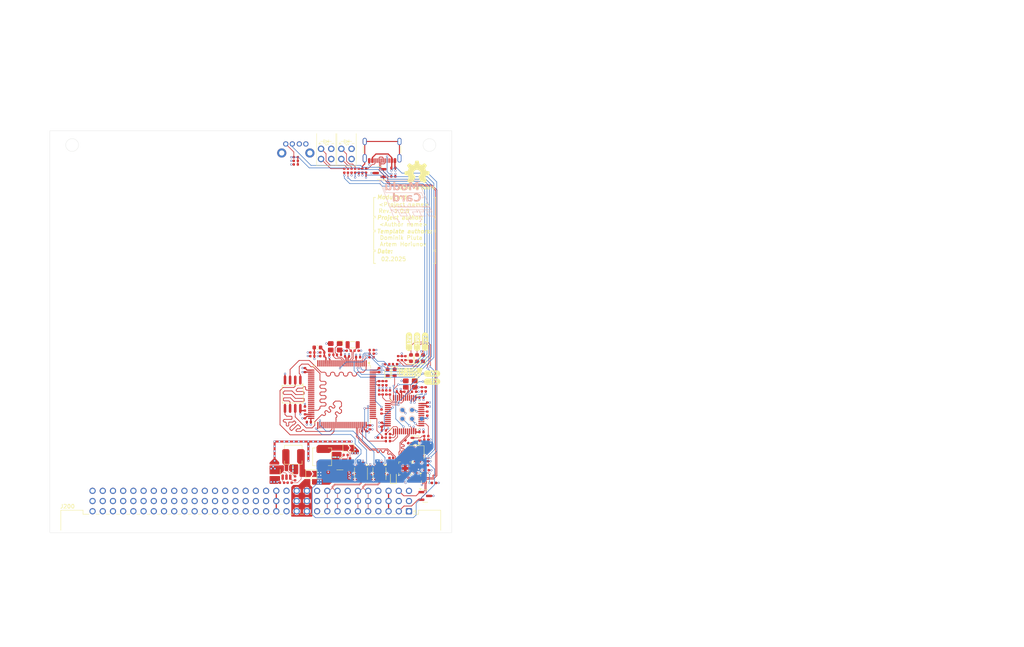
<source format=kicad_pcb>
(kicad_pcb (version 20240108) (generator "pcbnew") (generator_version "8.0")
  (title_block (title "ModuCard base module") (date "2025-02-18") (rev "1.0.0") (company "KoNaR") (comment 1 "Base project author: Dominik Pluta") (comment 2 "Project author: <author>"))
  (layers (0 "F.Cu" signal) (1 "In1.Cu" signal) (2 "In2.Cu" signal) (31 "B.Cu" signal) (34 "B.Paste" user) (35 "F.Paste" user) (36 "B.SilkS" user "B.Silkscreen") (37 "F.SilkS" user "F.Silkscreen") (38 "B.Mask" user) (39 "F.Mask" user) (44 "Edge.Cuts" user))
  (property "SHEETTOTAL" "5")
  (net 0 "")
  (net 1 "+3V3")
  (net 2 "GND")
  (net 3 "/ST-LINK/STLINK-RST")
  (net 4 "/ST-LINK/STLINK-OSC_IN")
  (net 5 "/ST-LINK/STLINK-OSC_OUT")
  (net 6 "+5V")
  (net 7 "/ST-LINK/LED")
  (net 8 "/MCU/OSC_IN")
  (net 9 "/ST-LINK/STLINK-BOOT0")
  (net 10 "/MCU/OSC_OUT")
  (net 11 "/MCU/BOOT0")
  (net 12 "/MCU/NRST")
  (net 13 "/ST-LINK/DIO")
  (net 14 "/ST-LINK/CLK")
  (net 15 "+12V_FUSED")
  (net 16 "/ST-LINK/STLINK_RX")
  (net 17 "/ST-LINK/USB_RENUM")
  (net 18 "Net-(U302-3V3)")
  (net 19 "/USB/VBUS_IN")
  (net 20 "/ST-LINK/STLINK_TX")
  (net 21 "/Backplane/GPIOC0")
  (net 22 "/MCU/USR_BUTTON")
  (net 23 "/ST-LINK/SWO")
  (net 24 "Net-(D700-Pad2)")
  (net 25 "Net-(D701-Pad1)")
  (net 26 "Net-(Q700-B)")
  (net 27 "Net-(Q700-E)")
  (net 28 "/MCU/SWD.~{RST}")
  (net 29 "Net-(U500-STB)")
  (net 30 "Net-(U600-STB)")
  (net 31 "/MCU/SWD.SWCLK")
  (net 32 "/ST-LINK/ST-LINK.D+")
  (net 33 "/MCU/SWD.SWDIO")
  (net 43 "Net-(D301-Pad1)")
  (net 57 "/MCU/QSPI1.SCLK")
  (net 67 "/MCU/QSPI1.IO3")
  (net 70 "/MCU/USB_MCU.D-")
  (net 71 "/USB/USB2S.D-")
  (net 72 "Net-(U302-PGANG)")
  (net 73 "/MCU/USB_MCU.D+")
  (net 74 "/USB/USB2S.D+")
  (net 75 "/USB-hub/USB_MCU_R.D-")
  (net 76 "/ST-LINK/ST-LINK.D-")
  (net 77 "/USB-hub/USB_MCU_R.D+")
  (net 78 "/Backplane/BACKPLANE.D+")
  (net 79 "/Backplane/BACKPLANE.D-")
  (net 80 "/MCU/QSPI1.CS")
  (net 81 "/MCU/I2C1.SDA")
  (net 82 "/USB-hub/USBOUT1_R.D-")
  (net 83 "/USB-hub/USBOUT1_R.D+")
  (net 84 "+12V")
  (net 85 "Net-(U700-PA0)")
  (net 86 "Net-(U700-PA5)")
  (net 87 "Net-(U700-PC13)")
  (net 88 "Net-(U700-PC14)")
  (net 89 "Net-(U700-PB0)")
  (net 91 "Net-(U700-PB14)")
  (net 92 "Net-(U700-PB12)")
  (net 93 "Net-(U700-PB13)")
  (net 95 "/USB-hub/USBIN1.D+")
  (net 96 "Net-(U302-XO)")
  (net 97 "Net-(U302-XI)")
  (net 99 "/USB-hub/USBIN1.D-")
  (net 100 "/Backplane/GPIOL5")
  (net 101 "/Backplane/CAN1.+")
  (net 102 "/Backplane/CAN2.-")
  (net 103 "/Backplane/GPIOL3")
  (net 104 "/Backplane/CAN2.+")
  (net 105 "/Backplane/GPIOL6")
  (net 106 "/Backplane/GPIOR8")
  (net 107 "/Backplane/GPIOL2")
  (net 108 "/Backplane/GPIOR0")
  (net 109 "/Backplane/GPIOR3")
  (net 110 "/MCU/QSPI1.IO0")
  (net 111 "/Backplane/GPIOR15")
  (net 112 "/Backplane/GPIOL10")
  (net 113 "/Backplane/GPIOL12")
  (net 114 "/Backplane/GPIOC9")
  (net 115 "/Backplane/GPIOR5")
  (net 116 "/Backplane/GPIOR2")
  (net 117 "/MCU/OSC32_OUT")
  (net 118 "/MCU/QSPI1.IO2")
  (net 120 "/Backplane/CAN1.-")
  (net 121 "/MCU/QSPI1.IO1")
  (net 122 "/Backplane/GPIOL9")
  (net 123 "/Backplane/GPIOL0")
  (net 124 "/MCU/I2C1.SCL")
  (net 125 "/Backplane/GPIOL14")
  (net 126 "/Backplane/GPIOL11")
  (net 127 "/Backplane/GPIOC4")
  (net 128 "/Backplane/GPIOL8")
  (net 129 "/MCU/BOOT_EN")
  (net 131 "/Backplane/GPIOC11")
  (net 132 "/Backplane/GPIOR6")
  (net 133 "/Backplane/GPIOR1")
  (net 134 "/Backplane/GPIOR11")
  (net 136 "/Backplane/GPIOL15")
  (net 137 "/Backplane/GPIOR4")
  (net 138 "/Backplane/GPIOL13")
  (net 139 "/Backplane/GPIOC6")
  (net 140 "/Backplane/GPIOC10")
  (net 141 "/Backplane/GPIOL7")
  (net 142 "/Backplane/GPIOR9")
  (net 143 "/MCU/OSC32_IN")
  (net 144 "/Backplane/GPIOC15")
  (net 145 "/Backplane/GPIOR10")
  (net 164 "/Backplane/GPIOC3")
  (net 165 "+24V")
  (net 166 "/Backplane/GPIOC2")
  (net 167 "/Backplane/GPIOR12")
  (net 168 "/Backplane/GPIOL4")
  (net 169 "/Backplane/GPIOC7")
  (net 170 "/Backplane/GPIOC12")
  (net 171 "/Backplane/GPIOC8")
  (net 172 "/Backplane/GPIOC14")
  (net 173 "/Backplane/GPIOC1")
  (net 174 "/Backplane/GPIOC13")
  (net 175 "/Backplane/GPIOL1")
  (net 176 "/Backplane/GPIOR7")
  (net 177 "/Backplane/GPIOC5")
  (net 178 "/Backplane/GPIOR13")
  (net 179 "/Backplane/GPIOR14")
  (net 181 "/MCU/VCAP_2")
  (net 185 "/MCU/VCAP_1")
  (net 187 "/CAN transceiver 1/CAN.TX")
  (net 205 "/CAN transceiver 1/CAN.RX")
  (net 206 "/CAN transceiver 2/CAN.TX")
  (net 207 "/CAN transceiver 2/CAN.RX")
  (net 208 "Net-(D400-Pad1)")
  (net 209 "/USB/CC1")
  (net 210 "/USB/CC2")
  (net 211 "Net-(J800-SHIELD)")
  (net 214 "Net-(U801-SEL)")
  (net 215 "Net-(U801-~{OE})")
  (net 216 "/Power/SW_5V0")
  (net 217 "/Power/VBST_5V0")
  (net 218 "/Power/VBST_3V3")
  (net 219 "/Power/SW_3V3")
  (net 220 "/Power/FB_5V0")
  (net 221 "/Power/FB_3V3")
  (net 224 "/MCU/USR_BTN")
  (net 225 "/MCU/USER_LED_1")
  (net 226 "/MCU/USER_LED_2")
  (net 227 "/MCU/STATUS_LED")
  (net 228 "Net-(LED300-Pad1)")
  (net 229 "Net-(LED300-Pad3)")
  (net 230 "Net-(LED301-Pad1)")
  (net 231 "Net-(LED301-Pad3)")
  (net 232 "Net-(D401-Pad1)")
  (net 233 "Net-(D402-Pad1)")
  (net 234 "+5V_STDBY")
  (net 235 "/Power/+5V_UNPROTEC")
  (net 236 "/Power/+3V3_UNPROTEC")
  (net 237 "/MCU/+VDDA")
  (footprint "kibuzzard-67B37005" (layer "F.Cu") (at 132.75 103.775 90)
    (property "Reference" "kibuzzard-67B37005" (hide yes))
    (property "Value" "G***" (hide yes))
  )
  (footprint "Inductor_SMD:L_Changjiang_FXL0420" (layer "F.Cu") (at 107.12072 132.421542 90)
    (property "Reference" "L301" (hide yes))
    (property "Value" "3.3uH")
  )
  (footprint "Jumper:SolderJumper-2_P1.3mm_Open_TrianglePad1.0x1.5mm" (layer "F.Cu") (at 104.45 136.675)
    (property "Reference" "JP300" (hide yes))
    (property "Value" "Test Buck Vout" (hide yes))
  )
  (footprint "TestPoint:TestPoint_Pad_D1.0mm" (layer "F.Cu") (at 132.75 105.325)
    (property "Reference" "TP302" (hide yes))
    (property "Value" "TestPoint")
  )
  (footprint "FixLed307:FixLed307" (layer "F.Cu") (at 108.15 55.785)
    (property "Reference" "LED300" (hide yes))
    (property "Value" "FixLed307")
  )
  (footprint "PCM_JLCPCB:R_0402" (layer "F.Cu") (at 126.85 132.125 -90)
    (property "Reference" "R903" (hide yes))
    (property "Value" "22Ω" (hide yes))
  )
  (footprint "PCM_JLCPCB:R_0402" (layer "F.Cu") (at 126.7 138.375 180)
    (property "Reference" "R308" (hide yes))
    (property "Value" "1kΩ" (hide yes))
  )
  (footprint "Package_TO_SOT_SMD:SOT-23" (layer "F.Cu") (at 121.45 61.815001 180)
    (property "Reference" "U802" (hide yes))
    (property "Value" "PESD5V0S2BT")
  )
  (footprint "PCM_JLCPCB:C_0402" (layer "F.Cu") (at 119.1 137.575 90)
    (property "Reference" "C501" (hide yes))
    (property "Value" "100nF")
  )
  (footprint "PCM_JLCPCB:R_0402" (layer "F.Cu") (at 123.5 128.525)
    (property "Reference" "R716" (hide yes))
    (property "Value" "22Ω" (hide yes))
  )
  (footprint "PCM_JLCPCB:R_0402" (layer "F.Cu") (at 114.07072 133.321542 -90)
    (property "Reference" "R306" (hide yes))
    (property "Value" "33k2" (hide yes))
  )
  (footprint "PCM_JLCPCB:D_0603" (layer "F.Cu") (at 124.85 137.575 90)
    (property "Reference" "D301" (hide yes))
    (property "Value" "Red")
  )
  (footprint "PCM_JLCPCB:FB_0603" (layer "F.Cu") (at 105.95 105.225 180)
    (property "Reference" "FB400" (hide yes))
    (property "Value" "~")
  )
  (footprint "PCM_JLCPCB:C_0402" (layer "F.Cu") (at 114.55 137.575 90)
    (property "Reference" "C601" (hide yes))
    (property "Value" "100nF")
  )
  (footprint "PCM_JLCPCB:R_0402" (layer "F.Cu") (at 97.15 138.871508 180)
    (property "Reference" "R301" (hide yes))
    (property "Value" "10kΩ" (hide yes))
  )
  (footprint "PCM_JLCPCB:C_0402" (layer "F.Cu") (at 104.7 106.475 180)
    (property "Reference" "C408" (hide yes))
    (property "Value" "10uF")
  )
  (footprint "PCM_JLCPCB:R_0402" (layer "F.Cu") (at 119.1 135.425 90)
    (property "Reference" "R600" (hide yes))
    (property "Value" "10kΩ" (hide yes))
  )
  (footprint "kibuzzard-67B2198C" (layer "F.Cu") (at 134.5 111.725)
    (property "Reference" "kibuzzard-67B2198C" (hide yes))
    (property "Value" "G***" (hide yes))
  )
  (footprint "PCM_JLCPCB:C_0402" (layer "F.Cu") (at 116.075 107.65)
    (property "Reference" "C400" (hide yes))
    (property "Value" "10uF")
  )
  (footprint "PCM_JLCPCB:C_0402" (layer "F.Cu") (at 113.75 106.025 180)
    (property "Reference" "C313" (hide yes))
    (property "Value" "18pF")
  )
  (footprint "PCM_JLCPCB:R_0402" (layer "F.Cu") (at 124.85 62.675)
    (property "Reference" "R801" (hide yes))
    (property "Value" "5.1kΩ" (hide yes))
  )
  (footprint "PCM_JLCPCB:C_0402" (layer "F.Cu") (at 116.8 134.025 180)
    (property "Reference" "C600" (hide yes))
    (property "Value" "100nF")
  )
  (footprint "PCM_JLCPCB:C_0402" (layer "F.Cu") (at 107.175 107.375 180)
    (property "Reference" "C407" (hide yes))
    (property "Value" "100nF")
  )
  (footprint "PCM_JLCPCB:C_0402" (layer "F.Cu") (at 115.7 106.025)
    (property "Reference" "C314" (hide yes))
    (property "Value" "18pF")
  )
  (footprint "Package_DFN_QFN:UQFN-10_1.4x1.8mm_P0.4mm" (layer "F.Cu") (at 132.65 137.8)
    (property "Reference" "U801" (hide yes))
    (property "Value" "FSUSB42UMX")
  )
  (footprint "TestPoint:TestPoint_Pad_D1.0mm" (layer "F.Cu") (at 133.25 113.725 90)
    (property "Reference" "TP701" (hide yes))
    (property "Value" "TestPoint")
  )
  (footprint "PCM_JLCPCB:C_0603" (layer "F.Cu") (at 94.646542 136.991059 -90)
    (property "Reference" "C304" (hide yes))
    (property "Value" "10uF")
  )
  (footprint "PCM_JLCPCB:C_0402" (layer "F.Cu") (at 96.09 134.571508 -90)
    (property "Reference" "C305" (hide yes))
    (property "Value" "100nF")
  )
  (footprint "PCM_JLCPCB:R_0402" (layer "F.Cu") (at 119.45 107.645 180)
    (property "Reference" "R404" (hide yes))
    (property "Value" "100Ω" (hide yes))
  )
  (footprint "Package_TO_SOT_SMD:SOT-23-6" (layer "F.Cu") (at 111.55 134.11805)
    (property "Reference" "U301" (hide yes))
    (property "Value" "TPS563201DDCR" (hide yes))
  )
  (footprint "PCM_JLCPCB:C_0402" (layer "F.Cu") (at 121.4 134.025 180)
    (property "Reference" "C500" (hide yes))
    (property "Value" "100nF")
  )
  (footprint "kibuzzard-67B20BD5" (layer "F.Cu") (at 129.2 111.375)
    (property "Reference" "kibuzzard-67B20BD5" (hide yes))
    (property "Value" "G***" (hide yes))
  )
  (footprint "PCM_JLCPCB:R_0402" (layer "F.Cu") (at 127.75 132.125 -90)
    (property "Reference" "R902" (hide yes))
    (property "Value" "22Ω" (hide yes))
  )
  (footprint "PCM_JLCPCB:D_0603" (layer "F.Cu") (at 129.24 107.875 90)
    (property "Reference" "D400" (hide yes))
    (property "Value" "Green")
  )
  (footprint "Package_TO_SOT_SMD:SOT-23" (layer "F.Cu") (at 132.77 142.162501)
    (property "Reference" "U200" (hide yes))
    (property "Value" "PESD5V0S2BT")
  )
  (footprint "PCM_JLCPCB:R_0402" (layer "F.Cu") (at 121.325 116.425 -90)
    (property "Reference" "R700" (hide yes))
    (property "Value" "100kΩ" (hide yes))
  )
  (footprint "PCM_JLCPCB:R_0402" (layer "F.Cu") (at 100.58 59.675)
    (property "Reference" "R405" (hide yes))
    (property "Value" "10kΩ" (hide yes))
  )
  (footprint "PCM_JLCPCB:R_0402" (layer "F.Cu") (at 114.45 61.225 90)
    (property "Reference" "R409" (hide yes))
    (property "Value" "120Ω" (hide yes))
  )
  (footprint "PCM_JLCPCB:R_0402" (layer "F.Cu") (at 113.55 61.225 90)
    (property "Reference" "R400" (hide yes))
    (property "Value" "1.2kΩ" (hide yes))
  )
  (footprint "PCM_JLCPCB:R_0402" (layer "F.Cu") (at 126.95 107.875 90)
    (property "Reference" "R411" (hide yes))
    (property "Value" "470Ω" (hide yes))
  )
  (footprint "PCM_JLCPCB:C_0402" (layer "F.Cu") (at 123.1 114.1 -90)
    (property "Reference" "C410" (hide yes))
    (property "Value" "4.7uF")
  )
  (footprint "PCM_JLCPCB:D_0603" (layer "F.Cu") (at 125.175 111.45 -90)
    (property "Reference" "D701" (hide yes))
    (property "Value" "Green")
  )
  (footprint "PCM_JLCPCB:R_0402" (layer "F.Cu") (at 124 116.425 -90)
    (property "Reference" "R701" (hide yes))
    (property "Value" "10kΩ" (hide yes))
  )
  (footprint "PCM_JLCPCB:C_0402" (layer "F.Cu") (at 121.275 110.85 -90)
    (property "Reference" "C405" (hide yes))
    (property "Value" "100nF")
  )
  (footprint "PCM_JLCPCB:C_0603" (layer "F.Cu") (at 101.4 136.171508 180)
    (property "Reference" "C301" (hide yes))
    (property "Value" "10uF")
  )
  (footprint "PCM_JLCPCB:C_0402" (layer "F.Cu") (at 100.4 137.781508 90)
    (property "Reference" "C300" (hide yes))
    (property "Value" "100nF")
  )
  (footprint "PCM_JLCPCB:D_0603" (layer "F.Cu") (at 132.24 107.875 90)
    (property "Reference" "D402" (hide yes))
    (property "Value" "Green")
  )
  (footprint "PCM_JLCPCB:CRYSTAL-SMD_4P-L3.2-W2.5-BL" (layer "F.Cu") (at 129.05 114.325 180)
    (property "Reference" "Y700" (hide yes))
    (property "Value" "8 MHz")
  )
  (footprint "Package_QFP:LQFP-48_7x7mm_P0.5mm" (layer "F.Cu") (at 127.65 121.925 -90)
    (property "Reference" "U700" (hide yes))
    (property "Value" "STM32F103CBTx")
  )
  (footprint "TestPoint:TestPoint_Pad_D1.0mm" (layer "F.Cu") (at 133.25 111.725 90)
    (property "Reference" "TP700" (hide yes))
    (property "Value" "TestPoint")
  )
  (footprint "PCM_JLCPCB:R_0402" (layer "F.Cu") (at 123.35 109.375)
    (property "Reference" "R707" (hide yes))
    (property "Value" "10kΩ" (hide yes))
  )
  (footprint "kibuzzard-67B37472" (layer "F.Cu") (at 130.75 103.775 90)
    (property "Reference" "kibuzzard-67B37472" (hide yes))
    (property "Value" "G***" (hide yes))
  )
  (footprint "Package_QFP:LQFP-100_14x14mm_P0.5mm" (layer "F.Cu") (at 112.075 116.85 -90)
    (property "Reference" "U400" (hide yes))
    (property "Value" "STM32H750VBTx")
  )
  (footprint "PCM_JLCPCB:C_0402" (layer "F.Cu") (at 104.7 107.375 180)
    (property "Reference" "C409" (hide yes))
    (property "Value" "100nF")
  )
  (footprint "PCM_JLCPCB:C_0402" (layer "F.Cu") (at 128.1 116.235 180)
    (property "Reference" "C708" (hide yes))
    (property "Value" "33pF" (hide yes))
  )
  (footprint "PCM_JLCPCB:R_0402" (layer "F.Cu") (at 132.9 115.625 -90)
    (property "Reference" "R705" (hide yes))
    (property "Value" "10kΩ" (hide yes))
  )
  (footprint "Symbol:OSHW-Logo2_9.8x8mm_SilkScreen" (layer "F.Cu") (at 130.73 62.465001)
    (property "Reference" "REF**" (hide yes))
    (property "Value" "OSHW-Logo2_9.8x8mm_SilkScreen" (hide yes))
  )
  (footprint "PCM_JLCPCB:R_0402" (layer "F.Cu") (at 114.07072 135.221542 -90)
    (property "Reference" "R307" (hide yes))
    (property "Value" "10kΩ" (hide yes))
  )
  (footprint "PCM_JLCPCB:R_0402" (layer "F.Cu") (at 133.05 128.175)
    (property "Reference" "R711" (hide yes))
    (property "Value" "39kΩ" (hide yes))
  )
  (footprint "PCM_JLCPCB:R_0402" (layer "F.Cu") (at 133.05 127.275)
    (property "Reference" "R710" (hide yes))
    (property "Value" "100Ω" (hide yes))
  )
  (footprint "PCM_JLCPCB:R_0402" (layer "F.Cu") (at 123.5 127.65)
    (property "Reference" "R715" (hide yes))
    (property "Value" "22Ω" (hide yes))
  )
  (footprint "PCM_JLCPCB:C_0402" (layer "F.Cu") (at 116.25 61.225 -90)
    (property "Reference" "C801" (hide yes))
    (property "Value" "100nF")
  )
  (footprint "TestPoint:TestPoint_Pad_D1.0mm" (layer "F.Cu") (at 128.75 105.325)
    (property "Reference" "TP300" (hide yes))
    (property "Value" "TestPoint")
  )
  (footprint "PCM_JLCPCB:C_0402" (layer "F.Cu") (at 102.875 110.85 90)
    (property "Reference" "C402" (hide yes))
    (property "Value" "100nF")
  )
  (footprint "Jumper:SolderJumper-2_P1.3mm_Open_TrianglePad1.0x1.5mm" (layer "F.Cu") (at 113.69572 130.225)
    (property "Reference" "JP301" (hide yes))
    (property "Value" "Test Buck Vout")
  )
  (footprint "Connector_USB:USB_C_Receptacle_GCT_USB4105-xx-A_16P_TopMnt_Horizontal" (layer "F.Cu") (at 122.05 55.035 180)
    (property "Reference" "J800" (hide yes))
    (property "Value" "USB_C_Receptacle_USB2.0_16P")
  )
  (footprint "PCM_JLCPCB:C_0402" (layer "F.Cu") (at 109.77072 136.281542)
    (property "Reference" "C311" (hide yes))
    (property "Value" "100nF")
  )
  (footprint "kibuzzard-67B219C6" (layer "F.Cu") (at 134.5 113.725)
    (property "Reference" "kibuzzard-67B219C6" (hide yes))
    (property "Value" "G***" (hide yes))
  )
  (footprint "TestPoint:TestPoint_Pad_D1.0mm" (layer "F.Cu") (at 130.75 105.325)
    (property "Reference" "TP301" (hide yes))
    (property "Value" "TestPoint")
  )
  (footprint "PCM_JLCPCB:C_0402" (layer "F.Cu") (at 130 116.225)
    (property "Reference" "C707" (hide yes))
    (property "Value" "33pF")
  )
  (footprint "PCM_JLCPCB:R_0402" (layer "F.Cu") (at 123.9 133.225 -90)
    (property "Reference" "R901" (hide yes))
    (property "Value" "22Ω" (hide yes))
  )
  (footprint "PCM_JLCPCB:R_0402" (layer "F.Cu") (at 133.05 129.075 180)
    (property "Reference" "R709" (hide yes))
    (property "Value" "10kΩ" (hide yes))
  )
  (footprint "PCM_JLCPCB:R_0402" (layer "F.Cu") (at 117.15 61.225 -90)
    (property "Reference" "R805" (hide yes))
    (property "Value" "330Ω" (hide yes))
  )
  (footprint "PCM_JLCPCB:R_0402" (layer "F.Cu") (at 118.05 61.225 -90)
    (property "Reference" "R800" (hide yes))
    (property "Value" "5.1kΩ" (hide yes))
  )
  (footprint "PCM_JLCPCB:C_0603" (layer "F.Cu") (at 112.20072 136.481542)
    (property "Reference" "C310" (hide yes))
    (property "Value" "10uF")
  )
  (footprint "PCM_JLCPCB:R_0402" (layer "F.Cu") (at 122.2 114.1 -90)
    (property "Reference" "R402" (hide yes))
    (property "Value" "10kΩ" (hide yes))
  )
  (footprint "PCM_JLCPCB:R_0402" (layer "F.Cu") (at 133.3 121.675 90)
    (property "Reference" "R702" (hide yes))
    (property "Value" "100kΩ" (hide yes))
  )
  (footprint "PCM_JLCPCB:C_0603" (layer "F.Cu") (at 112.190271 137.725)
    (property "Reference" "C309" (hide yes))
    (property "Value" "10uF")
  )
  (footprint "PCM_JLCPCB:C_0402" (layer "F.Cu") (at 130.45 134.075 90)
    (property "Reference" "C900" (hide yes))
    (property "Value" "100nF")
  )
  (footprint "PCM_JLCPCB:C_0402" (layer "F.Cu") (at 118.975 125.1 -90)
    (property "Reference" "C404" (hide yes))
    (property "Value" "100nF")
  )
  (footprint "PCM_JLCPCB:R_0402" (layer "F.Cu") (at 132.55 134.025 -90)
    (property "Reference" "R802" (hide yes))
    (property "Value" "10kΩ" (hide yes))
  )
  (footprint "PCM_JLCPCB:C_0402" (layer "F.Cu") (at 131.85 117.625)
    (property "Reference" "C701" (hide yes))
    (property "Value" "100nF")
  )
  (footprint "PCM_JLCPCB:R_0402" (layer "F.Cu") (at 99.05 138.871508 180)
    (property "Reference" "R300" (hide yes))
    (property "Value" "54k9" (hide yes))
  )
  (footprint "Connector_DIN:DIN41612_R_3x32_Female_Horizontal_THT" (layer "F.Cu") (at 128.74 145.975 180)
    (property "Reference" "J200")
    (property "Value" "09031967921")
  )
  (footprint "PCM_JLCPCB:C_0402" (layer "F.Cu") (at 122.5 125.875)
    (property "Reference" "C700" (hide yes))
    (property "Value" "1uF")
  )
  (footprint "PCM_JLCPCB:R_0402" (layer "F.Cu") (at 123.65 137.575 90)
    (property "Reference" "R500" (hide yes))
    (property "Value" "10kΩ" (hide yes))
  )
  (footprint "PCM_JLCPCB:C_0402" (layer "F.Cu") (at 107.175 106.475 180)
    (property "Reference" "C406" (hide yes))
    (property "Value" "10uF")
  )
  (footprint "PCM_JLCPCB:C_0402" (layer "F.Cu") (at 109.425 107.025 180)
    (property "Reference" "C411" (hide yes))
    (property "Value" "22pF")
  )
  (footprint "PCM_JLCPCB:C_0402" (layer "F.Cu") (at 133.29 119.4225 -90)
    (property "Reference" "C704" (hide yes))
    (property "Value" "100nF" (hide yes))
  )
  (footprint "PCM_JLCPCB:C_0402" (layer "F.Cu") (at 131.35 134.075 90)
    (property "Reference" "C902" (hide yes))
    (property "Value" "10uF")
  )
  (footprint "PCM_JLCPCB:C_0402" (layer "F.Cu") (at 133.15 135.775)
    (property "Reference" "C312" (hide yes))
    (property "Value" "100nF")
  )
  (footprint "PCM_JLCPCB:C_0402" (layer "F.Cu") (at 122.01 124.4275 90)
    (property "Reference" "C702" (hide yes))
    (property "Value" "100nF" (hide yes))
  )
  (footprint "PCM_JLCPCB:R_0402" (layer "F.Cu") (at 131.95 115.625 -90)
    (property "Reference" "R706" (hide yes))
    (property "Value" "10kΩ" (hide yes))
  )
  (footprint "PCM_JLCPCB:R_0402" (layer "F.Cu") (at 133.45 134.025 90)
    (property "Reference" "R803" (hide yes))
    (property "Value" "22kΩ" (hide yes))
  )
  (footprint "PCM_JLCPCB:C_0603" (layer "F.Cu") (at 110.108674 130.971542 -90)
    (property "Reference" "C307" (hide yes))
    (property "Value" "22uF")
  )
  (footprint "PCM_JLCPCB:C_0402" (layer "F.Cu") (at 112.98072 131.971542 180)
    (property "Reference" "C306" (hide yes))
    (property "Value" "100nF")
  )
  (footprint "PCM_JLCPCB:R_0402" (layer "F.Cu") (at 121.3 114.1 90)
    (property "Reference" "R401" (hide yes))
    (property "Value" "1kΩ" (hide yes))
  )
  (footprint "PCM_JLCPCB:F_0603" (layer "F.Cu") (at 104.4 138.775)
    (property "Reference" "F300" (hide yes))
    (property "Value" "1.5A")
  )
  (footprint "PCM_JLCPCB:R_0402" (layer "F.Cu") (at 123.5 126.775)
    (property "Reference" "R714" (hide yes))
    (property "Value" "100Ω" (hide yes))
  )
  (footprint "PCM_JLCPCB:R_0402" (layer "F.Cu") (at 124.8 133.225 -90)
    (property "Reference" "R900" (hide yes))
    (property "Value" "22Ω" (hide yes))
  )
  (footprint "PCM_JLCPCB:C_0402" (layer "F.Cu") (at 117.575 126.05)
    (property "Reference" "C414" (hide yes))
    (property "Value" "2.2uF")
  )
  (footprint "TL2243:TL2243" (layer "F.Cu") (at 100.58 56.825)
    (property "Reference" "SW400" (hide yes))
    (property "Value" "TL2243")
  )
  (footprint "Package_SON:HVSON-8-1EP_3x3mm_P0.65mm_EP1.6x2.4mm" (layer "F.Cu") (at 116.8 136.625 -90)
    (property "Reference" "U600" (hide yes))
    (property "Value" "TJA1044GTK_3Z")
  )
  (footprint "PCM_JLCPCB:FC-135R_L3.2-W1.5" (layer "F.Cu") (at 114.725 104.55)
    (property "Reference" "X300" (hide yes))
    (property "Value" "Q13FC1350000400")
  )
  (footprint "PCM_JLCPCB:R_0402" (layer "F.Cu") (at 100.58 57.875 180)
    (property "Reference" "R406" (hide yes))
    (property "Value" "100Ω" (hide yes))
  )
  (footprint "PCM_JLCPCB:R_0402" (layer "F.Cu") (at 126.05 107.875 90)
    (property "Reference" "R412" (hide yes))
    (property "Value" "220Ω" (hide yes))
  )
  (footprint "PCM_JLCPCB:C_0402" (layer "F.Cu") (at 122.2 116.425 90)
    (property "Reference" "C706" (hide yes))
    (property "Value" "100nF")
  )
  (footprint "PCM_JLCPCB:C_0402" (layer "F.Cu") (at 124.85 60.525)
    (property "Reference" "C800" (hide yes))
    (property "Value" "100nF")
  )
  (footprint "PCM_JLCPCB:C_0603" (layer "F.Cu") (at 101.4 134.909462 180)
    (property "Reference" "C302" (hide yes))
    (property "Value" "10uF")
  )
  (footprint "PCM_JLCPCB:C_0402" (layer "F.Cu") (at 113.325 107.475)
    (property "Reference" "C401" (hide yes))
    (property "Value" "100nF")
  )
  (footprint "PCM_JLCPCB:C_0402" (layer "F.Cu") (at 126.2 116.235)
    (property "Reference" "C705" (hide yes))
    (property "Value" "100nF" (hide yes))
  )
  (footprint "PCM_JLCPCB:R_0402" (layer "F.Cu") (at 128.2 128.675 135)
    (property "Reference" "R712" (hide yes))
    (property "Value" "1.2kΩ" (hide yes))
  )
  (footprint "kibuzzard-67B37418" (layer "F.Cu") (at 128.75 103.775 90)
    (property "Reference" "kibuzzard-67B37418" (hide yes))
    (property "Value" "G***" (hide yes))
  )
  (footprint "PCM_JLCPCB:CRYSTAL-SMD_4P-L3.2-W2.5-BL" (layer "F.Cu") (at 110.375 105.05 180)
    (property "Reference" "X400" (hide yes))
    (property "Value" "X322512MSB4SI")
  )
  (footprint "PCM_JLCPCB:R_0402" (layer "F.Cu") (at 121.9 121.175 -90)
    (property "Reference" "R708" (hide yes))
    (property "Value" "22Ω" (hide yes))
  )
  (footprint "PCM_JLCPCB:C_0402" (layer "F.Cu") (at 103.825 123.75 180)
    (property "Reference" "C403" (hide yes))
    (property "Value" "100nF")
  )
  (footprint "PCM_JLCPCB:R_0402" (layer "F.Cu") (at 127.85 107.875 90)
    (property "Reference" "R410" (hide yes))
    (property "Value" "2.2kΩ" (hide yes))
  )
  (footprint "Crystal:Crystal_SMD_3225-4Pin_3.2x2.5mm" (layer "F.Cu") (at 130.5 131.325 180)
    (property "Reference" "Y900" (hide yes))
    (property "Value" "12Mhz")
  )
  (footprint "Package_SON:HVSON-8-1EP_3x3mm_P0.65mm_EP1.6x2.4mm" (layer "F.Cu") (at 121.4 136.625 -90)
    (property "Reference" "U500" (hide yes))
    (property "Value" "TJA1044GTK_3Z")
  )
  (footprint "PCM_JLCPCB:R_0402" (layer "F.Cu") (at 125.25 109.375)
    (property "Reference" "R713" (hide yes))
    (property "Value" "10kΩ" (hide yes))
  )
  (footprint "PCM_JLCPCB:C_0402" (layer "F.Cu") (at 111.325 107.025)
    (property "Reference" "C412" (hide yes))
    (property "Value" "22pF")
  )
  (footprint "PCM_JLCPCB:C_0402" (layer "F.Cu") (at 119.46 105.865)
    (property "Reference" "C415" (hide yes))
    (property "Value" "100nF")
  )
  (footprint "PCM_JLCPCB:SOIC-8_L5.3-W5.3-P1.27-LS8.0-BL" (layer "F.Cu") (at 99.795 116.85 180)
    (property "Reference" "U100" (hide yes))
    (property "Value" "W25Q128")
  )
  (footprint "PCM_JLCPCB:D_0603" (layer "F.Cu") (at 123.425 111.45 90)
    (property "Reference" "D700" (hide yes))
    (property "Value" "Blue")
  )
  (footprint "PCM_JLCPCB:C_0402" (layer "F.Cu") (at 102.875 122.35 -90)
    (property "Reference" "C413" (hide yes))
    (property "Value" "2.2uF")
  )
  (footprint "Inductor_SMD:L_Changjiang_FXL0420" (layer "F.Cu") (at 99.95 131.921508)
    (property "Reference" "L300" (hide yes))
    (property "Value" "3.3uH")
  )
  (footprint "PCM_JLCPCB:C_0402" (layer "F.Cu") (at 102.85 120.425 90)
    (property "Reference" "C100" (hide yes))
    (property "Value" "100nF")
  )
  (footprint "Package_DFN_QFN:QFN-16-1EP_3x3mm_P0.5mm_EP1.7x1.7mm" (layer "F.Cu") (at 127.8 135.3125 -90)
    (property "Reference" "U302" (hide yes))
    (property "Value" "CH334P")
  )
  (footprint "PCM_JLCPCB:C_0402" (layer "F.Cu") (at 131.85 126.275)
    (property "Reference" "C703" (hide yes))
    (property "Value" "100nF")
  )
  (footprint "PCM_JLCPCB:D_0603" (layer "F.Cu") (at 130.75 107.875 90)
    (property "Reference" "D401" (hide yes))
    (property "Value" "Green")
  )
  (footprint "PCM_JLCPCB:R_0402" (layer "F.Cu") (at 115.35 61.225 90)
    (property "Reference" "R408" (hide yes))
    (property "Value" "470Ω" (hide yes))
  )
  (footprint "PCM_JLCPCB:R_0402" (layer "F.Cu") (at 119.46 106.765 180)
    (property "Reference" "R403" (hide yes))
    (property "Value" "10kΩ" (hide yes))
  )
  (footprint "PCM_JLCPCB:R_0402" (layer "F.Cu") (at 123.1 116.425 90)
    (property "Reference" "R703" (hide yes))
    (property "Value" "10kΩ" (hide yes))
  )
  (footprint "PCM_JLCPCB:C_0603" (layer "F.Cu") (at 111.37072 130.971542 -90)
    (property "Reference" "C308" (hide yes))
    (property "Value" "22uF")
  )
  (footprint "PCM_JLCPCB:R_0402" (layer "F.Cu") (at 112.65 61.225 90)
    (property "Reference" "R407" (hide yes))
    (property "Value" "1.2kΩ" (hide yes))
  )
  (footprint "PCM_JLCPCB:Q_SOT-323" (layer "F.Cu") (at 130.5 128.375 180)
    (property "Reference" "Q700" (hide yes))
    (property "Value" "MMST3904")
  )
  (footprint "PCM_JLCPCB:C_0402" (layer "F.Cu") (at 130.45 136.025 -90)
    (property "Reference" "C904" (hide yes))
    (property "Value" "1uF")
  )
  (footprint "PCM_JLCPCB:C_0402" (layer "F.Cu") (at 100.58 58.775 180)
    (property "Reference" "C416" (hide yes))
    (property "Value" "100nF")
  )
  (footprint "PCM_JLCPCB:R_0402" (layer "F.Cu") (at 134.95 138.925)
    (property "Reference" "R804" (hide yes))
    (property "Value" "10kΩ" (hide yes))
  )
  (footprint "Package_TO_SOT_SMD:SOT-23-6" (layer "F.Cu") (at 98.253492 136.350788 -90)
    (property "Reference" "U300" (hide yes))
    (property "Value" "TPS563201DDCR" (hide yes))
  )
  (footprint "PCM_JLCPCB:C_0603" (layer "F.Cu") (at 95.89 137.001508 -90)
    (property "Reference" "C303" (hide yes))
    (property "Value" "10uF")
  )
  (footprint "FixLed307:FixLed307" (layer "F.Cu") (at 113.2 55.785)
    (property "Reference" "LED301" (hide yes))
    (property "Value" "FixLed307")
  )
  (footprint "PCM_JLCPCB:R_0402" (layer "F.Cu") (at 121.55 127.65)
    (property "Reference" "R704" (hide yes))
    (property "Value" "22Ω" (hide yes))
  )
  (footprint "TestPoint:TestPoint_Pad_D1.0mm" (layer "B.Cu") (at 127.1 122.975)
    (property "Reference" "TP704" (hide yes))
    (property "Value" "~")
  )
  (footprint "TestPoint:TestPoint_Pad_D1.0mm" (layer "B.Cu") (at 131.9 122.975)
    (property "Reference" "TP706" (hide yes))
    (property "Value" "~")
  )
  (footprint "TestPoint:TestPoint_Pad_D1.0mm" (layer "B.Cu") (at 129.5 120.775)
    (property "Reference" "TP703" (hide yes))
    (property "Value" "~")
  )
  (footprint "TestPoint:TestPoint_Pad_D1.0mm" (layer "B.Cu") (at 127.1 120.775)
    (property "Reference" "TP702" (hide yes))
    (property "Value" "~")
  )
  (footprint "TestPoint:TestPoint_Pad_D1.0mm" (layer "B.Cu") (at 129.5 122.975)
    (property "Reference" "TP705" (hide yes))
    (property "Value" "~")
  )
  (gr_line (start 130.867917 71.486759) (end 129.597917 71.486759) (stroke (width 0.1)) (layer "B.SilkS"))
  (gr_circle (center 131.532298 73.879403) (end 131.438727 73.879403) (stroke (width 0.1)) (fill none) (layer "B.SilkS"))
  (gr_line (start 125.914917 70.978759) (end 125.533917 71.740759) (stroke (width 0.1)) (layer "B.SilkS"))
  (gr_line (start 124.263917 70.998858) (end 125.024637 72.98861) (stroke (width 0.1)) (layer "B.SilkS"))
  (gr_line (start 121.418 63.641001) (end 123.958 70.245001) (stroke (width 0.1)) (layer "B.SilkS"))
  (gr_line (start 130.613917 70.978759) (end 130.867917 71.486759) (stroke (width 0.1)) (layer "B.SilkS"))
  (gr_line (start 127.565917 70.978759) (end 128.327917 72.502759) (stroke (width 0.1)) (layer "B.SilkS"))
  (gr_line (start 130.105917 72.502759) (end 131.375917 72.502759) (stroke (width 0.1)) (layer "B.SilkS"))
  (gr_line (start 134.496783 71.493869) (end 133.153917 71.486759) (stroke (width 0.1)) (layer "B.SilkS"))
  (gr_line (start 133.662585 72.504168) (end 134.934379 72.502118) (stroke (width 0.1)) (layer "B.SilkS"))
  (gr_line (start 134.231527 70.978883) (end 134.496783 71.493869) (stroke (width 0.1)) (layer "B.SilkS"))
  (gr_circle (center 130.867917 71.486759) (end 130.807369 71.415418) (stroke (width 0.1)) (fill none) (layer "B.SilkS"))
  (gr_line (start 127.946917 71.740759) (end 126.83063 71.740759) (stroke (width 0.1)) (layer "B.SilkS"))
  (gr_line (start 124.254628 70.980282) (end 134.231527 70.978883) (stroke (width 0.1)) (layer "B.SilkS"))
  (gr_circle (center 135.348808 73.357689) (end 135.255237 73.357689) (stroke (width 0.1)) (fill none) (layer "B.SilkS"))
  (gr_line (start 128.327917 70.978759) (end 129.089917 72.502759) (stroke (width 0.1)) (layer "B.SilkS"))
  (gr_line (start 123.0055 66.689001) (end 131.324 66.689001) (stroke (width 0.1)) (layer "B.SilkS"))
  (gr_line (start 129.038 70.245001) (end 130.308 70.245001) (stroke (width 0.1)) (layer "B.SilkS"))
  (gr_line (start 133.153917 71.486759) (end 133.662585 72.504168) (stroke (width 0.1)) (layer "B.SilkS"))
  (gr_line (start 131.790346 73.35833) (end 131.375917 72.502759) (stroke (width 0.1)) (layer "B.SilkS"))
  (gr_line (start 129.292 70.245001) (end 129.038 69.737001) (stroke (width 0.1)) (layer "B.SilkS"))
  (gr_line (start 132.34 70.245001) (end 131.959 70.245001) (stroke (width 0.1)) (layer "B.SilkS"))
  (gr_line (start 128.835917 73.010759) (end 128.581917 73.518759) (stroke (width 0.1)) (layer "B.SilkS"))
  (gr_line (start 132.380869 67.965051) (end 131.885778 67.962852) (stroke (width 0.1)) (layer "B.SilkS"))
  (gr_line (start 133.102 70.245001) (end 132.848 69.737001) (stroke (width 0.1)) (layer "B.SilkS"))
  (gr_line (start 127.768 70.245001) (end 127.514 69.737001) (stroke (width 0.1)) (layer "B.SilkS"))
  (gr_line (start 131.578 70.245001) (end 131.324 69.737001) (stroke (width 0.1)) (layer "B.SilkS"))
  (gr_line (start 131.883917 72.502759) (end 132.899917 72.502759) (stroke (width 0.1)) (layer "B.SilkS"))
  (gr_line (start 132.34 70.245001) (end 133.61 70.245001) (stroke (width 0.1)) (layer "B.SilkS"))
  (gr_line (start 135.348808 73.357689) (end 134.934379 72.502118) (stroke (width 0.1)) (layer "B.SilkS"))
  (gr_line (start 128.327917 72.502759) (end 126.676917 72.502759) (stroke (width 0.1)) (layer "B.SilkS"))
  (gr_line (start 131.786298 73.371403) (end 131.532298 73.879403) (stroke (width 0.1)) (layer "B.SilkS"))
  (gr_line (start 124.72 70.245001) (end 124.466 69.737001) (stroke (width 0.1)) (layer "B.SilkS"))
  (gr_line (start 133.864 70.245001) (end 134.231527 70.978883) (stroke (width 0.1)) (layer "B.SilkS"))
  (gr_line (start 122.422413 65.407414) (end 122.917504 65.409613) (stroke (width 0.1)) (layer "B.SilkS"))
  (gr_line (start 125.482 70.245001) (end 125.228 69.737001) (stroke (width 0.1)) (layer "B.SilkS"))
  (gr_line (start 125.024637 72.98861) (end 125.786637 73.24261) (stroke (width 0.1)) (layer "B.SilkS"))
  (gr_line (start 124.254628 70.980282) (end 123.958 70.245001) (stroke (width 0.1)) (layer "B.SilkS"))
  (gr_line (start 127.26 70.245001) (end 125.99 70.245001) (stroke (width 0.1)) (layer "B.SilkS"))
  (gr_line (start 132.518917 71.486759) (end 131.375917 71.486759) (stroke (width 0.1)) (layer "B.SilkS"))
  (gr_line (start 130.816 70.245001) (end 130.562 69.737001) (stroke (width 0.1)) (layer "B.SilkS"))
  (gr_line (start 125.533917 71.740759) (end 124.263917 70.998858) (stroke (width 0.1)) (layer "B.SilkS"))
  (gr_line (start 128.784 70.245001) (end 127.26 70.245001) (stroke (width 0.1)) (layer "B.SilkS"))
  (gr_circle (center 129.089917 74.534759) (end 128.996346 74.534759) (stroke (width 0.1)) (fill none) (layer "B.SilkS"))
  (gr_circle (center 126.294637 74.00461) (end 126.201066 74.00461) (stroke (width 0.1)) (fill none) (layer "B.SilkS"))
  (gr_line (start 132.34 70.245001) (end 132.086 69.737001) (stroke (width 0.1)) (layer "B.SilkS"))
  (gr_line (start 132.264917 70.978759) (end 132.518917 71.486759) (stroke (width 0.1)) (layer "B.SilkS"))
  (gr_line (start 129.597917 71.486759) (end 130.104123 72.504809) (stroke (width 0.1)) (layer "B.SilkS"))
  (gr_line (start 130.054 70.245001) (end 129.8 69.737001) (stroke (width 0.1)) (layer "B.SilkS"))
  (gr_line (start 129.089917 72.502759) (end 129.343917 73.010759) (stroke (width 0.1)) (layer "B.SilkS"))
  (gr_line (start 133.864 70.245001) (end 131.07 63.641001) (stroke (width 0.1)) (layer "B.SilkS"))
  (gr_line (start 129.038 70.245001) (end 128.784 70.245001) (stroke (width 0.1)) (layer "B.SilkS"))
  (gr_line (start 129.343917 73.010759) (end 128.835917 73.010759) (stroke (width 0.1)) (layer "B.SilkS"))
  (gr_circle (center 126.83063 71.740759) (end 126.737059 71.740759) (stroke (width 0.1)) (fill none) (layer "B.SilkS"))
  (gr_line (start 128.581917 73.518759) (end 129.089917 74.534759) (stroke (width 0.1)) (layer "B.SilkS"))
  (gr_line (start 128.53 70.245001) (end 128.276 69.737001) (stroke (width 0.1)) (layer "B.SilkS"))
  (gr_line (start 126.244 70.245001) (end 125.99 69.737001) (stroke (width 0.1)) (layer "B.SilkS"))
  (gr_line (start 127.006 70.245001) (end 126.752 69.737001) (stroke (width 0.1)) (layer "B.SilkS"))
  (gr_line (start 131.375917 72.502759) (end 131.883917 72.502759) (stroke (width 0.1)) (layer "B.SilkS"))
  (gr_line (start 131.375917 71.486759) (end 131.882123 72.504809) (stroke (width 0.1)) (layer "B.SilkS"))
  (gr_line (start 125.786637 73.24261) (end 126.294637 74.00461) (stroke (width 0.1)) (layer "B.SilkS"))
  (gr_line (start 131.07 63.641001) (end 121.418 63.641001) (stroke (width 0.1)) (layer "B.SilkS"))
  (gr_line (start 122.422413 65.407414) (end 122.942 66.689001) (stroke (width 0.1)) (layer "B.SilkS"))
  (gr_line (start 131.121917 70.978759) (end 131.375917 71.486759) (stroke (width 0.1)) (layer "B.SilkS"))
  (gr_line (start 132.380869 67.965051) (end 131.861282 66.683464) (stroke (width 0.1)) (layer "B.SilkS"))
  (gr_line (start 125.914917 70.978759) (end 126.676917 72.502759) (stroke (width 0.1)) (layer "B.SilkS"))
  (gr_line (start 131.324 66.689001) (end 131.861282 66.683464) (stroke (width 0.1)) (layer "B.SilkS"))
  (gr_line (start 123.958 70.245001) (end 133.864 70.245001) (stroke (width 0.1)) (layer "B.SilkS"))
  (gr_line (start 135.46 76.075001) (end 134.96 76.075001) (stroke (width 0.15)) (layer "F.SilkS"))
  (gr_line (start 135.46 72.595001) (end 134.96 72.595001) (stroke (width 0.15)) (layer "F.SilkS"))
  (gr_line (start 135.46 67.895001) (end 135.46 72.595001) (stroke (width 0.15)) (layer "F.SilkS"))
  (gr_line (start 134.96 81.305001) (end 135.46 81.305001) (stroke (width 0.15)) (layer "F.SilkS"))
  (gr_line (start 120.46 76.405001) (end 119.96 76.405001) (stroke (width 0.15)) (layer "F.SilkS"))
  (gr_line (start 119.96 72.595001) (end 120.46 72.595001) (stroke (width 0.15)) (layer "F.SilkS"))
  (gr_line (start 119.96 76.075001) (end 120.46 76.075001) (stroke (width 0.15)) (layer "F.SilkS"))
  (gr_line (start 134.96 76.405001) (end 135.46 76.405001) (stroke (width 0.15)) (layer "F.SilkS"))
  (gr_line (start 135.46 76.405001) (end 135.46 81.005001) (stroke (width 0.15)) (layer "F.SilkS"))
  (gr_line (start 135.46 84.305001) (end 134.96 84.305001) (stroke (width 0.15)) (layer "F.SilkS"))
  (gr_line (start 135.46 81.005001) (end 134.96 81.005001) (stroke (width 0.15)) (layer "F.SilkS"))
  (gr_line (start 119.96 67.895001) (end 119.96 72.595001) (stroke (width 0.15)) (layer "F.SilkS"))
  (gr_line (start 119.96 81.005001) (end 120.46 81.005001) (stroke (width 0.15)) (layer "F.SilkS"))
  (gr_line (start 119.96 84.305001) (end 120.46 84.305001) (stroke (width 0.15)) (layer "F.SilkS"))
  (gr_line (start 119.96 81.305001) (end 119.96 84.305001) (stroke (width 0.15)) (layer "F.SilkS"))
  (gr_line (start 120.46 67.895001) (end 119.96 67.895001) (stroke (width 0.15)) (layer "F.SilkS"))
  (gr_line (start 135.46 72.925001) (end 135.46 76.075001) (stroke (width 0.15)) (layer "F.SilkS"))
  (gr_line (start 119.96 76.405001) (end 119.96 81.005001) (stroke (width 0.15)) (layer "F.SilkS"))
  (gr_line (start 120.46 72.925001) (end 119.96 72.925001) (stroke (width 0.15)) (layer "F.SilkS"))
  (gr_line (start 134.96 67.895001) (end 135.46 67.895001) (stroke (width 0.15)) (layer "F.SilkS"))
  (gr_line (start 134.96 72.925001) (end 135.46 72.925001) (stroke (width 0.15)) (layer "F.SilkS"))
  (gr_line (start 135.46 81.305001) (end 135.46 84.305001) (stroke (width 0.15)) (layer "F.SilkS"))
  (gr_line (start 119.96 72.925001) (end 119.96 76.075001) (stroke (width 0.15)) (layer "F.SilkS"))
  (gr_line (start 120.46 81.305001) (end 119.96 81.305001) (stroke (width 0.15)) (layer "F.SilkS"))
  (gr_circle (center 44.92 54.845001) (end 44.92 53.245001) (stroke (width 0.05)) (fill none) (layer "Edge.Cuts"))
  (gr_circle (center 133.82 54.845001) (end 133.82 53.245001) (stroke (width 0.05)) (fill none) (layer "Edge.Cuts"))
  (gr_rect (start 39.37 51.285001) (end 139.37 151.285001) (stroke (width 0.05)) (fill none) (layer "Edge.Cuts"))
  (gr_text "Card" (at 131.832 69.229001 0) (layer "B.SilkS") (effects (font (size 2 2) (thickness 0.2) (bold yes) (italic yes)) (justify left bottom mirror)))
  (gr_text "Modu" (at 131.324 66.435001 0) (layer "B.SilkS") (effects (font (size 2 2) (thickness 0.2) (bold yes) (italic yes)) (justify left bottom mirror)))
  (gr_text "Template authors:" (at 120.71 76.905001 -0) (layer "F.SilkS") (effects (font (size 1 1) (thickness 0.2) (bold yes) (italic yes)) (justify left bottom)))
  (gr_text "<Project name>\nRev. ${REVISION}" (at 121.1 71.835001 0) (layer "F.SilkS") (effects (font (size 1 1)) (justify left bottom)))
  (gr_text "Date:\n" (at 120.71 81.855001 0) (layer "F.SilkS") (effects (font (size 1 1) (thickness 0.2) (bold yes) (italic yes)) (justify left bottom)))
  (gr_text "ModuCard\n" (at 120.71 68.395001 -0) (layer "F.SilkS") (effects (font (size 1 1) (thickness 0.2) (bold yes) (italic yes)) (justify left bottom)))
  (gr_text "Project author:\n" (at 120.71 73.475001 -0) (layer "F.SilkS") (effects (font (size 1 1) (thickness 0.2) (bold yes) (italic yes)) (justify left bottom)))
  (gr_text "Dominik Pluta\nArtem Horiunov" (at 121.41 80.105001 -0) (layer "F.SilkS") (effects (font (size 1 1)) (justify left bottom)))
  (gr_text "<Author name>" (at 121.26 75.175001 -0) (layer "F.SilkS") (effects (font (size 1 1)) (justify left bottom)))
  (gr_text "02.2025" (at 121.71 83.805001 -0) (layer "F.SilkS") (effects (font (size 1 1)) (justify left bottom)))
  (segment (start 131.35 126.275) (end 130.5875 126.275) (width 0.3) (layer "F.Cu") (net 1))
  (segment (start 120.425 138.075) (end 119.1 138.075) (width 0.3) (layer "F.Cu") (net 1))
  (segment (start 101.705 121.82) (end 101.7 121.825) (width 0.3) (layer "F.Cu") (net 1))
  (segment (start 112.825 107.475) (end 113.075 107.725) (width 0.3) (layer "F.Cu") (net 1))
  (segment (start 132.24 105.835) (end 132.75 105.325) (width 0.15) (layer "F.Cu") (net 1))
  (segment (start 118.975 124.6) (end 119.625 124.6) (width 0.3) (layer "F.Cu") (net 1))
  (segment (start 115.575 107.65) (end 115.575 107.05) (width 0.3) (layer "F.Cu") (net 1))
  (segment (start 124 115.3) (end 124 115.925) (width 0.15) (layer "F.Cu") (net 1))
  (segment (start 114.45 61.725) (end 114.45 62.375) (width 0.15) (layer "F.Cu") (net 1))
  (segment (start 118.975 124.6) (end 118.15 124.6) (width 0.3) (layer "F.Cu") (net 1))
  (segment (start 131.35 117.625) (end 130.5375 117.625) (width 0.3) (layer "F.Cu") (net 1))
  (segment (start 101.7 121.825) (end 101.7 120.385) (width 0.3) (layer "F.Cu") (net 1))
  (segment (start 102.85 120.925) (end 102.25 120.925) (width 0.3) (layer "F.Cu") (net 1))
  (segment (start 122 124.9375) (end 122.01 124.9275) (width 0.3) (layer "F.Cu") (net 1))
  (segment (start 119.96 106.765) (end 120.59 106.765) (width 0.15) (layer "F.Cu") (net 1))
  (segment (start 115.575 109.175) (end 115.575 107.65) (width 0.3) (layer "F.Cu") (net 1))
  (segment (start 104.325 123.75) (end 104.325 122.925) (width 0.3) (layer "F.Cu") (net 1))
  (segment (start 126.4 117.7625) (end 126.4 116.935) (width 0.3) (layer "F.Cu") (net 1))
  (segment (start 105.2 107.375) (end 105.2 108.075) (width 0.3) (layer "F.Cu") (net 1))
  (segment (start 121.35 124.9275) (end 122.01 124.9275) (width 0.3) (layer "F.Cu") (net 1))
  (segment (start 133.0375 119.175) (end 133.29 118.9225) (width 0.3) (layer "F.Cu") (net 1))
  (segment (start 122 125.875) (end 122 124.9375) (width 0.3) (layer "F.Cu") (net 1))
  (segment (start 130.5375 117.625) (end 130.4 117.7625) (width 0.3) (layer "F.Cu") (net 1))
  (segment (start 125.7 115.575) (end 125.7 116.235) (width 0.3) (layer "F.Cu") (net 1))
  (segment (start 122.2625 124.675) (end 122.01 124.9275) (width 0.3) (layer "F.Cu") (net 1))
  (segment (start 113.075 107.725) (end 113.075 109.175) (width 0.3) (layer "F.Cu") (net 1))
  (segment (start 105.16 105.225) (end 105.2 105.265) (width 0.3) (layer "F.Cu") (net 1))
  (segment (start 101.705 120.38) (end 101.705 121.82) (width 0.3) (layer "F.Cu") (net 1))
  (segment (start 131.8125 119.175) (end 133.0375 119.175) (width 0.3) (layer "F.Cu") (net 1))
  (segment (start 125.71 116.235) (end 125.7 116.235) (width 0.3) (layer "F.Cu") (net 1))
  (segment (start 105.2 106.475) (end 105.2 107.375) (width 0.3) (layer "F.Cu") (net 1))
  (segment (start 131.4 128.975) (end 131.4 128.375) (width 0.3) (layer "F.Cu") (net 1))
  (segment (start 104.325 122.925) (end 104.4 122.85) (width 0.3) (layer "F.Cu") (net 1))
  (segment (start 126.4 116.935) (end 125.7 116.235) (width 0.3) (layer "F.Cu") (net 1))
  (segment (start 121.275 110.35) (end 121.875 110.35) (width 0.3) (layer "F.Cu") (net 1))
  (segment (start 101.7 120.385) (end 101.705 120.38) (width 0.3) (layer "F.Cu") (net 1))
  (segment (start 102.875 111.35) (end 102.275 111.35) (width 0.3) (layer "F.Cu") (net 1))
  (segment (start 132.65 136.125) (end 132.65 135.775) (width 0.2) (layer "F.Cu") (net 1))
  (segment (start 132.65 136.125) (end 132.65 136.9375) (width 0.2) (layer "F.Cu") (net 1))
  (segment (start 104.325 123.75) (end 104.325 124.4) (width 0.3) (layer "F.Cu") (net 1))
  (segment (start 123.4875 124.675) (end 122.2625 124.675) (width 0.3) (layer "F.Cu") (net 1))
  (segment (start 102.875 111.35) (end 104.4 111.35) (width 0.3) (layer "F.Cu") (net 1))
  (segment (start 132.05 135.775) (end 132.65 135.775) (width 0.2) (layer "F.Cu") (net 1))
  (segment (start 130.5875 126.275) (end 130.4 126.0875) (width 0.3) (layer "F.Cu") (net 1))
  (segment (start 132.24 106.175) (end 132.24 105.835) (width 0.15) (layer "F.Cu") (net 1))
  (segment (start 121.325 115.325) (end 121.325 115.925) (width 0.15) (layer "F.Cu") (net 1))
  (segment (start 122.85 109.375) (end 122.225 109.375) (width 0.15) (layer "F.Cu") (net 1))
  (segment (start 133.95 118.9225) (end 133.29 118.9225) (width 0.3) (layer "F.Cu") (net 1))
  (segment (start 131.35 118.275) (end 131.35 117.625) (width 0.3) (layer "F.Cu") (net 1))
  (segment (start 115.825 138.075) (end 114.55 138.075) (width 0.3) (layer "F.Cu") (net 1))
  (segment (start 112.825 107.475) (end 112.825 106.875) (width 0.3) (layer "F.Cu") (net 1))
  (segment (start 132.24 107.085) (end 132.24 106.175) (width 0.15) (layer "F.Cu") (net 1))
  (segment (start 102.25 120.925) (end 101.7 120.925) (width 0.3) (layer "F.Cu") (net 1))
  (segment (start 100.08 59.675) (end 99.45 59.675) (width 0.15) (layer "F.Cu") (net 1))
  (segment (start 132.24 106.175) (end 131.8 106.175) (width 0.15) (layer "F.Cu") (net 1))
  (segment (start 131.35 126.275) (end 131.35 125.625) (width 0.3) (layer "F.Cu") (net 1))
  (segment (start 119.75 110.85) (end 120.775 110.85) (width 0.3) (layer "F.Cu") (net 1))
  (segment (start 120.775 110.85) (end 121.275 110.35) (width 0.3) (layer "F.Cu") (net 1))
  (segment (start 118.15 124.6) (end 118.075 124.525) (width 0.3) (layer "F.Cu") (net 1))
  (segment (start 105.2 105.265) (end 105.2 106.475) (width 0.3) (layer "F.Cu") (net 1))
  (via (at 115.3 138.075) (size 0.5) (drill 0.3) (layers "F.Cu" "B.Cu") (net 1))
  (via (at 99.45 59.675) (size 0.5) (drill 0.3) (layers "F.Cu" "B.Cu") (net 1))
  (via (at 131.35 125.625) (size 0.5) (drill 0.3) (layers "F.Cu" "B.Cu") (net 1))
  (via (at 121.325 115.325) (size 0.5) (drill 0.3) (layers "F.Cu" "B.Cu") (net 1))
  (via (at 104.325 124.4) (size 0.5) (drill 0.3) (layers "F.Cu" "B.Cu") (net 1))
  (via (at 120.59 106.765) (size 0.5) (drill 0.3) (layers "F.Cu" "B.Cu") (net 1))
  (via (at 115.35 131.5) (size 0.5) (drill 0.3) (layers "F.Cu" "B.Cu") (net 1))
  (via (at 132.05 135.775) (size 0.5) (drill 0.3) (layers "F.Cu" "B.Cu") (net 1))
  (via (at 131.8 106.175) (size 0.5) (drill 0.3) (layers "F.Cu" "B.Cu") (net 1))
  (via (at 131.4 128.975) (size 0.5) (drill 0.3) (layers "F.Cu" "B.Cu") (net 1))
  (via (at 133.95 118.9225) (size 0.5) (drill 0.3) (layers "F.Cu" "B.Cu") (net 1))
  (via (at 114.65 131.5) (size 0.5) (drill 0.3) (layers "F.Cu" "B.Cu") (net 1))
  (via (at 115.35 130.625) (size 0.5) (drill 0.3) (layers "F.Cu" "B.Cu") (net 1))
  (via (at 102.275 111.35) (size 0.5) (drill 0.3) (layers "F.Cu" "B.Cu") (net 1))
  (via (at 121.35 124.9275) (size 0.5) (drill 0.3) (layers "F.Cu" "B.Cu") (net 1))
  (via (at 127.9 121.575) (size 0.5) (drill 0.3) (layers "F.Cu" "B.Cu") (net 1))
  (via (at 121.875 110.35) (size 0.5) (drill 0.3) (layers "F.Cu" "B.Cu") (net 1))
  (via (at 105.2 108.075) (size 0.5) (drill 0.3) (layers "F.Cu" "B.Cu") (net 1))
  (via (at 125.7 115.575) (size 0.5) (drill 0.3) (layers "F.Cu" "B.Cu") (net 1))
  (via (at 131.35 118.275) (size 0.5) (drill 0.3) (layers "F.Cu" "B.Cu") (net 1))
  (via (at 124 115.3) (size 0.5) (drill 0.3) (layers "F.Cu" "B.Cu") (net 1))
  (via (at 122.225 109.375) (size 0.5) (drill 0.3) (layers "F.Cu" "B.Cu") (net 1))
  (via (at 115.575 107.05) (size 0.5) (drill 0.3) (layers "F.Cu" "B.Cu") (net 1))
  (via (at 101.7 121.825) (size 0.5) (drill 0.3) (layers "F.Cu" "B.Cu") (net 1))
  (via (at 119.9 138.075) (size 0.5) (drill 0.3) (layers "F.Cu" "B.Cu") (net 1))
  (via (at 116.025 131.5) (size 0.5) (drill 0.3) (layers "F.Cu" "B.Cu") (net 1))
  (via (at 112.825 106.875) (size 0.5) (drill 0.3) (layers "F.Cu" "B.Cu") (net 1))
  (via (at 119.625 124.6) (size 0.5) (drill 0.3) (layers "F.Cu" "B.Cu") (net 1))
  (via (at 114.45 62.375) (size 0.5) (drill 0.3) (layers "F.Cu" "B.Cu") (net 1))
  (segment (start 127.9 121.575) (end 127.1 120.775) (width 0.3) (layer "B.Cu") (net 1))
  (segment (start 119.2 137.075) (end 119.65 136.625) (width 0.3) (layer "F.Cu") (net 2))
  (segment (start 122.2 115.275) (end 122.2 115.925) (width 0.15) (layer "F.Cu") (net 2))
  (segment (start 117.15 61.725) (end 117.15 62.375) (width 0.3) (layer "F.Cu") (net 2))
  (segment (start 114.55 137.075) (end 114.6 137.075) (width 0.3) (layer "F.Cu") (net 2))
  (segment (start 128.15 113.525) (end 126.9 113.525) (width 0.15) (layer "F.Cu") (net 2))
  (segment (start 127.85 107.375) (end 126.05 107.375) (width 0.15) (layer "F.Cu") (net 2))
  (segment (start 117.125 134.2) (end 117.125 135.175) (width 0.3) (layer "F.Cu") (net 2))
  (segment (start 123.1 115.275) (end 123.1 115.925) (width 0.15) (layer "F.Cu") (net 2))
  (segment (start 117.3 134.025) (end 117.125 134.2) (width 0.3) (layer "F.Cu") (net 2))
  (segment (start 113.575 107.725) (end 113.825 107.475) (width 0.3) (layer "F.Cu") (net 2))
  (segment (start 132.25 139.125) (end 132.25 138.6625) (width 0.2) (layer "F.Cu") (net 2))
  (segment (start 131.55 133.575) (end 131.9 133.925) (width 0.25) (layer "F.Cu") (net 2))
  (segment (start 103.325 123.75) (end 103.325 124.4) (width 0.3) (layer "F.Cu") (net 2))
  (segment (start 133.55 128.175) (end 134.15 128.175) (width 0.15) (layer "F.Cu") (net 2))
  (segment (start 106.675 107.375) (end 106.05 107.375) (width 0.3) (layer "F.Cu") (net 2))
  (segment (start 123.1 114.6) (end 123.1 115.275) (width 0.15) (layer "F.Cu") (net 2))
  (segment (start 121.9 134.025) (end 121.9 133.425) (width 0.3) (layer "F.Cu") (net 2))
  (segment (start 130.45 133.575) (end 129.95 133.575) (width 0.25) (layer "F.Cu") (net 2))
  (segment (start 111.825 106.2) (end 111.475 105.85) (width 0.3) (layer "F.Cu") (net 2))
  (segment (start 121.275 111.35) (end 121.875 111.35) (width 0.3) (layer "F.Cu") (net 2))
  (segment (start 121.725 136.3) (end 121.4 136.625) (width 0.3) (layer "F.Cu") (net 2))
  (segment (start 132.9 115.125) (end 131.95 115.125) (width 0.15) (layer "F.Cu") (net 2))
  (segment (start 122.2 114.6) (end 122.2 115.275) (width 0.15) (layer "F.Cu") (net 2))
  (segment (start 97.885 111.79) (end 97.9 111.775) (width 0.3) (layer "F.Cu") (net 2))
  (segment (start 116.25 61.725) (end 116.25 62.375) (width 0.3) (layer "F.Cu") (net 2))
  (segment (start 95.3 128.625) (end 114.5 128.625) (width 0.5) (layer "F.Cu") (net 2))
  (segment (start 108.925 107.7) (end 108.925 108.075) (width 0.3) (layer "F.Cu") (net 2))
  (segment (start 116.575 107.65) (end 116.575 107.05) (width 0.3) (layer "F.Cu") (net 2))
  (segment (start 102.875 122.85) (end 102.225 122.85) (width 0.3) (layer "F.Cu") (net 2))
  (segment (start 131.95 115.125) (end 131.15 115.125) (width 0.15) (layer "F.Cu") (net 2))
  (segment (start 113.25 106.025) (end 112.525 106.025) (width 0.3) (layer "F.Cu") (net 2))
  (segment (start 129.9 124.961216) (end 129.9 126.0875) (width 0.3) (layer "F.Cu") (net 2))
  (segment (start 134.83 142.145001) (end 134.8125 142.162501) (width 0.3) (layer "F.Cu") (net 2))
  (segment (start 126.9 117.7625) (end 126.9 116.435) (width 0.3) (layer "F.Cu") (net 2))
  (segment (start 121.9 134.025) (end 121.725 134.2) (width 0.3) (layer "F.Cu") (net 2))
  (segment (start 125.75 109.375) (end 126.375 109.375) (width 0.15) (layer "F.Cu") (net 2))
  (segment (start 123.65 137.075) (end 123.2 136.625) (width 0.3) (layer "F.Cu") (net 2))
  (segment (start 130.55 136.425) (end 131.1 136.425) (width 0.25) (layer "F.Cu") (net 2))
  (segment (start 114.6 137.075) (end 115.05 136.625) (width 0.3) (layer "F.Cu") (net 2))
  (segment (start 119.65 136.625) (end 121.4 136.625) (width 0.3) (layer "F.Cu") (net 2))
  (segment (start 103.375 122.35) (end 104.4 122.35) (width 0.3) (layer "F.Cu") (net 2))
  (segment (start 133.3 122.175) (end 133.3 122.825) (width 0.15) (layer "F.Cu") (net 2))
  (segment (start 113.825 107.475) (end 113.825 106.875) (width 0.3) (layer "F.Cu") (net 2))
  (segment (start 129.4 130.475) (end 129.525 130.475) (width 0.15) (layer "F.Cu") (net 2))
  (segment (start 132.35 117.625) (end 132.35 118.275) (width 0.3) (layer "F.Cu") (net 2))
  (segment (start 119.41 61.815001) (end 120.5125 61.815001) (width 0.3) (layer "F.Cu") (net 2))
  (segment (start 125.25 60.425) (end 125.35 60.525) (width 0.3) (layer "F.Cu") (net 2))
  (segment (start 121.275 111.35) (end 119.75 111.35) (width 0.3) (layer "F.Cu") (net 2))
  (segment (start 131.6 132.175) (end 132.7 132.175) (width 0.2) (layer "F.Cu") (net 2))
  (segment (start 131.15 116.225) (end 130.5 116.225) (width 0.3) (layer "F.Cu") (net 2))
  (segment (start 109.275 104.25) (end 108.2 104.25) (width 0.3) (layer "F.Cu") (net 2))
  (segment (start 126.9 116.435) (end 126.7 116.235) (width 0.3) (layer "F.Cu") (net 2))
  (segment (start 131.95 139.425) (end 132.25 139.125) (width 0.2) (layer "F.Cu") (net 2))
  (segment (start 123.2 136.625) (end 121.4 136.625) (width 0.3) (layer "F.Cu") (net 2))
  (segment (start 104.2 106.475) (end 103.575 106.475) (width 0.3) (layer "F.Cu") (net 2))
  (segment (start 108.925 107.7) (end 108.925 107.025) (width 0.3) (layer "F.Cu") (net 2))
  (segment (start 95.3 128.625) (end 95.3 133.425) (width 0.5) (layer "F.Cu") (net 2))
  (segment (start 122.2575 124.175) (end 122.01 123.9275) (width 0.3) (layer "F.Cu") (net 2))
  (segment (start 102.875 122.85) (end 103.375 122.35) (width 0.3) (layer "F.Cu") (net 2))
  (segment (start 112.525 106.025) (end 111.65 106.025) (width 0.3) (layer "F.Cu") (net 2))
  (segment (start 135.45 138.925) (end 136.15 138.925) (width 0.2) (layer "F.Cu") (net 2))
  (segment (start 111.65 106.025) (end 111.475 105.85) (width 0.3) (layer "F.Cu") (net 2))
  (segment (start 111.825 107.025) (end 111.825 106.2) (width 0.3) (layer "F.Cu") (net 2))
  (segment (start 133.0425 119.675) (end 133.29 119.9225) (width 0.3) (layer "F.Cu") (net 2))
  (segment (start 102.85 119.925) (end 102.85 119.275) (width 0.3) (layer "F.Cu") (net 2))
  (segment (start 133.95 119.9225) (end 133.29 119.9225) (width 0.3) (layer "F.Cu") (net 2))
  (segment (start 109.075 108.225) (end 109.075 109.175) (width 0.3) (layer "F.Cu") (net 2))
  (segment (start 121.725 134.2) (end 121.725 135.175) (width 0.3) (layer "F.Cu") (net 2))
  (segment (start 119.1 134.925) (end 119.1 134.275) (width 0.15) (layer "F.Cu") (net 2))
  (segment (start 121.35 123.9275) (end 122.01 123.9275) (width 0.3) (layer "F.Cu") (net 2))
  (segment (start 102.875 110.35) (end 103.375 110.85) (width 0.3) (layer "F.Cu") (net 2))
  (segment (start 119.96 105.865) (end 120.59 105.865) (width 0.15) (layer "F.Cu") (net 2))
  (segment (start 133.45 133.525) (end 134.1 133.525) (width 0.2) (layer "F.Cu") (net 2))
  (segment (start 104.2 107.375) (end 103.6 107.375) (width 0.3) (layer "F.Cu") (net 2))
  (segment (start 106.675 106.475) (end 106.05 106.475) (width 0.3) (layer "F.Cu") (net 2))
  (segment (start 123.4875 124.175) (end 122.2575 124.175) (width 0.3) (layer "F.Cu") (net 2))
  (segment (start 125.35 62.675) (end 125.35 62.025) (width 0.3) (layer "F.Cu") (net 2))
  (segment (start 118.975 125.6) (end 119.625 125.6) (width 0.3) (layer "F.Cu") (net 2))
  (segment (start 126.95 107.375) (end 126.95 106.725) (width 0.15) (layer "F.Cu") (net 2))
  (segment (start 125.35 60.525) (end 125.35 61.225) (width 0.3) (layer "F.Cu") (net 2))
  (segment (start 118.85 58.715) (end 118.85 59.675) (width 0.3) (layer "F.Cu") (net 2))
  (segment (start 116.2 106.025) (end 116.825 106.025) (width 0.3) (layer "F.Cu") (net 2))
  (segment (start 129.525 130.475) (end 130.325 129.675) (width 0.15) (layer "F.Cu") (net 2))
  (segment (start 117.575 124.525) (end 117.575 125.55) (width 0.3) (layer "F.Cu") (net 2))
  (segment (start 131.8125 119.675) (end 133.0425 119.675) (width 0.3) (layer "F.Cu") (net 2))
  (segment (start 116.3 136.125) (end 116.8 136.625) (width 0.3) (layer "F.Cu") (net 2))
  (segment (start 125.25 58.715) (end 125.25 60.425) (width 0.3) (layer "F.Cu") (net 2))
  (segment (start 103.375 110.85) (end 104.4 110.85) (width 0.3) (layer "F.Cu") (net 2))
  (segment (start 117.3 134.025) (end 117.3 133.425) (width 0.3) (layer "F.Cu") (net 2))
  (segment (start 121.725 135.175) (end 121.725 136.3) (width 0.3) (layer "F.Cu") (net 2))
  (segment (start 134.8125 142.162501) (end 133.7075 142.162501) (width 0.3) (layer "F.Cu") (net 2))
  (segment (start 132.35 126.275) (end 132.35 125.625) (width 0.3) (layer "F.Cu") (net 2))
  (segment (start 115.05 136.625) (end 116.8 136.625) (width 0.3) (layer "F.Cu") (net 2))
  (segment (start 117.125 136.3) (end 116.8 136.625) (width 0.3) (layer "F.Cu") (net 2))
  (segment (start 117.3 136.125) (end 116.8 136.625) (width 0.3) (layer "F.Cu") (net 2))
  (segment (start 118.75 126.325) (end 118.475 126.05) (width 0.3) (layer "F.Cu") (net 2))
  (segment (start 113.575 109.175) (end 113.575 107.725) (width 0.3) (layer "F.Cu") (net 2))
  (segment (start 117.575 125.55) (end 118.075 126.05) (width 0.3) (layer "F.Cu") (net 2))
  (segment (start 123 125.875) (end 123.55 125.325) (width 0.3) (layer "F.Cu") (net 2))
  (segment (start 118.05 61.725) (end 118.05 62.925) (width 0.3) (layer "F.Cu") (net 2))
  (segment (start 108.925 108.075) (end 109.075 108.225) (width 0.3) (layer "F.Cu") (net 2))
  (segment (start 130.15 115.125) (end 131.15 115.125) (width 0.3) (layer "F.Cu") (net 2))
  (segment (start 127.6 116.235) (end 126.7 116.235) (width 0.3) (layer "F.Cu") (net 2))
  (segment (start 103.7 128.625) (end 103.7 133.425) (width 0.5) (layer "F.Cu") (net 2))
  (segment (start 103.6 107.375) (end 103.575 107.35) (width 0.3) (layer "F.Cu") (net 2))
  (segment (start 133.65 135.775) (end 134.3 135.775) (width 0.2) (layer "F.Cu") (net 2))
  (segment (start 97.885 113.32) (end 97.885 111.79) (width 0.3) (layer "F.Cu") (net 2))
  (segment (start 119.1 137.075) (end 119.2 137.075) (width 0.3) (layer "F.Cu") (net 2))
  (segment (start 126.7 115.575) (end 126.7 116.235) (width 0.3) (layer "F.Cu") (net 2))
  (segment (start 102.875 110.35) (end 102.275 110.35) (width 0.3) (layer "F.Cu") (net 2))
  (segment (start 118.475 126.05) (end 118.075 126.05) (width 0.3) (layer "F.Cu") (net 2))
  (segment (start 130.45 136.525) (end 130.55 136.425) (width 0.25) (layer "F.Cu") (net 2))
  (segment (start 129.95 133.575) (end 129.8 133.725) (width 0.25) (layer "F.Cu") (net 2))
  (segment (start 126.9 113.525) (end 127.95 113.525) (width 0.15) (layer "F.Cu") (net 2))
  (segment (start 131.35 133.575) (end 131.55 133.575) (width 0.25) (layer "F.Cu") (net 2))
  (segment (start 131.35 133.575) (end 130.45 133.575) (width 0.25) (layer "F.Cu") (net 2))
  (segment (start 117.125 135.175) (end 117.125 136.3) (width 0.3) (layer "F.Cu") (net 2))
  (segment (start 100.08 58.775) (end 99.45 58.775) (width 0.15) (layer "F.Cu") (net 2))
  (via (at 106.05 107.375) (size 0.5) (drill 0.3) (layers "F.Cu" "B.Cu") (net 2))
  (via (at 108.925 107.7) (size 0.5) (drill 0.3) (layers "F.Cu" "B.Cu") (net 2))
  (via (at 99.45 58.775) (size 0.5) (drill 0.3) (layers "F.Cu" "B.Cu") (net 2))
  (via (at 95.3 131.025) (size 0.5) (drill 0.3) (layers "F.Cu" "B.Cu") (net 2))
  (via (at 103.7 128.625) (size 0.5) (drill 0.3) (layers "F.Cu" "B.Cu") (net 2))
  (via (at 106.05 106.475) (size 0.5) (drill 0.3) (layers "F.Cu" "B.Cu") (net 2))
  (via (at 129.9 124.961216) (size 0.5) (drill 0.3) (layers "F.Cu" "B.Cu") (net 2))
  (via (at 128.35 134.775) (size 0.5) (drill 0.3) (layers "F.Cu" "B.Cu") (net 2))
  (via (at 104.9 128.625) (size 0.5) (drill 0.3) (layers "F.Cu" "B.Cu") (net 2))
  (via (at 109.87072 132.521542) (size 0.5) (drill 0.3) (layers "F.Cu" "B.Cu") (net 2))
  (via (at 134.83 142.145001) (size 0.5) (drill 0.3) (layers "F.Cu" "B.Cu") (net 2))
  (via (at 127.25 134.775) (size 0.5) (drill 0.3) (layers "F.Cu" "B.Cu") (net 2))
  (via (at 116.25 62.375) (size 0.5) (drill 0.3) (layers "F.Cu" "B.Cu") (net 2))
  (via (at 95.3 133.425) (size 0.5) (drill 0.3) (layers "F.Cu" "B.Cu") (net 2))
  (via (at 132.35 125.625) (size 0.5) (drill 0.3) (layers "F.Cu" "B.Cu") (net 2))
  (via (at 113.85 136.425) (size 0.5) (drill 0.3) (layers "F.Cu" "B.Cu") (net 2))
  (via (at 109.7 128.625) (size 0.5) (drill 0.3) (layers "F.Cu" "B.Cu") (net 2))
  (via (at 96.5 128.625) (size 0.5) (drill 0.3) (layers "F.Cu" "B.Cu") (net 2))
  (via (at 130.325 129.675) (size 0.5) (drill 0.3) (layers "F.Cu" "B.Cu") (net 2))
  (via (at 106.1 128.625) (size 0.5) (drill 0.3) (layers "F.Cu" "B.Cu") (net 2))
  (via (at 110.52072 132.521542) (size 0.5) (drill 0.3) (layers "F.Cu" "B.Cu") (net 2))
  (via (at 108.65 136.275) (size 0.5) (drill 0.3) (layers "F.Cu" "B.Cu") (net 2))
  (via (at 102.85 119.275) (size 0.5) (drill 0.3) (layers "F.Cu" "B.Cu") (net 2))
  (via (at 113.3 128.625) (size 0.5) (drill 0.3) (layers "F.Cu" "B.Cu") (net 2))
  (via (at 103.7 132.225) (size 0.5) (drill 0.3) (layers "F.Cu" "B.Cu") (net 2))
  (via (at 97.7 128.625) (size 0.5) (drill 0.3) (layers "F.Cu" "B.Cu") (net 2))
  (via (at 115.05 136.625) (size 0.5) (drill 0.3) (layers "F.Cu" "B.Cu") (net 2))
  (via (at 121.35 123.9275) (size 0.5) (drill 0.3) (layers "F.Cu" "B.Cu") (net 2))
  (via (at 103.575 106.475) (size 0.5) (drill 0.3) (layers "F.Cu" "B.Cu") (net 2))
  (via (at 116.825 106.025) (size 0.5) (drill 0.3) (layers "F.Cu" "B.Cu") (net 2))
  (via (at 119.625 125.6) (size 0.5) (drill 0.3) (layers "F.Cu" "B.Cu") (net 2))
  (via (at 108.2 104.25) (size 0.5) (drill 0.3) (layers "F.Cu" "B.Cu") (net 2))
  (via (at 126.375 109.375) (size 0.5) (drill 0.3) (layers "F.Cu" "B.Cu") (net 2))
  (via (at 126.9 113.525) (size 0.5) (drill 0.3) (layers "F.Cu" "B.Cu") (net 2))
  (via (at 131.15 116.225) (size 0.5) (drill 0.3) (layers "F.Cu" "B.Cu") (net 2))
  (via (at 112.525 106.025) (size 0.5) (drill 0.3) (layers "F.Cu" "B.Cu") (net 2))
  (via (at 97.9 111.775) (size 0.5) (drill 0.3) (layers "F.Cu" "B.Cu") (net 2))
  (via (at 113.85 137.675) (size 0.5) (drill 0.3) (layers "F.Cu" "B.Cu") (net 2))
  (via (at 100.1 128.625) (size 0.5) (drill 0.3) (layers "F.Cu" "B.Cu") (net 2))
  (via (at 94.45 138.675) (size 0.5) (drill 0.3) (layers "F.Cu" "B.Cu") (net 2))
  (via (at 116.575 107.05) (size 0.5) (drill 0.3) (layers "F.Cu" "B.Cu") (net 2))
  (via (at 128.35 135.825) (size 0.5) (drill 0.3) (layers "F.Cu" "B.Cu") (net 2))
  (via (at 98.9 128.625) (size 0.5) (drill 0.3) (layers "F.Cu" "B.Cu") (net 2))
  (via (at 118.75 126.325) (size 0.5) (drill 0.3) (layers "F.Cu" "B.Cu") (net 2))
  (via (at 134.15 128.175) (size 0.5) (drill 0.3) (layers "F.Cu" "B.Cu") (net 2))
  (via (at 131.9 133.925) (size 0.5) (drill 0.3) (layers "F.Cu" "B.Cu") (net 2))
  (via (at 126.95 106.725) (size 0.5) (drill 0.3) (layers "F.Cu" "B.Cu") (net 2))
  (via (at 119.1 134.275) (size 0.5) (drill 0.3) (layers "F.Cu" "B.Cu") (net 2))
  (via (at 111.17072 132.521542) (size 0.5) (drill 0.3) (layers "F.Cu" "B.Cu") (net 2))
  (via (at 103.575 107.35) (size 0.5) (drill 0.3) (layers "F.Cu" "B.Cu") (net 2))
  (via (at 103.7 133.425) (size 0.5) (drill 0.3) (layers "F.Cu" "B.Cu") (net 2))
  (via (at 122.2 115.275) (size 0.5) (drill 0.3) (layers "F.Cu" "B.Cu") (net 2))
  (via (at 103.7 131.025) (size 0.5) (drill 0.3) (layers "F.Cu" "B.Cu") (net 2))
  (via (at 117.15 62.375) (size 0.5) (drill 0.3) (layers "F.Cu" "B.Cu") (net 2))
  (via (at 131.15 115.125) (size 0.5) (drill 0.3) (layers "F.Cu" "B.Cu") (net 2))
  (via (at 119.41 61.815001) (size 0.5) (drill 0.3) (layers "F.Cu" "B.Cu") (net 2))
  (via (at 133.3 122.825) (size 0.5) (drill 0.3) (layers "F.Cu" "B.Cu") (net 2))
  (via (at 118.05 62.925) (size 0.5) (drill 0.3) (layers "F.Cu" "B.Cu") (net 2))
  (via (at 108.5 128.625) (size 0.5) (drill 0.3) (layers "F.Cu" "B.Cu") (net 2))
  (via (at 133.95 119.9225) (size 0.5) (drill 0.3) (layers "F.Cu" "B.Cu") (net 2))
  (via (at 134.1 133.525) (size 0.5) (drill 0.3) (layers "F.Cu" "B.Cu") (net 2))
  (via (at 134.3 135.775) (size 0.5) (drill 0.3) (layers "F.Cu" "B.Cu") (net 2))
  (via (at 112.1 128.625) (size 0.5) (drill 0.3) (layers "F.Cu" "B.Cu") (net 2))
  (via (at 113.825 106.875) (size 0.5) (drill 0.3) (layers "F.Cu" "B.Cu") (net 2))
  (via (at 121.9 133.425) (size 0.5) (drill 0.3) (layers "F.Cu" "B.Cu") (net 2))
  (via (at 114.5 128.625) (size 0.5) (drill 0.3) (layers "F.Cu" "B.Cu") (net 2))
  (via (at 118.85 59.675) (size 0.5) (drill 0.3) (layers "F.Cu" "B.Cu") (net 2))
  (via (at 103.325 124.4) (size 0.5) (drill 0.3) (layers "F.Cu" "B.Cu") (net 2))
  (via (at 121.875 111.35) (size 0.5) (drill 0.3) (layers "F.Cu" "B.Cu") (net 2))
  (via (at 117.3 133.425) (size 0.5) (drill 0.3) (layers "F.Cu" "B.Cu") (net 2))
  (via (at 120.59 105.865) (size 0.5) (drill 0.3) (layers "F.Cu" "B.Cu") (net 2))
  (via (at 129.8 133.725) (size 0.5) (drill 0.3) (layers "F.Cu" "B.Cu") (net 2))
  (via (at 95.953492 138.663288) (size 0.5) (drill 0.3) (layers "F.Cu" "B.Cu") (net 2))
  (via (at 127.25 135.825) (size 0.5) (drill 0.3) (layers "F.Cu" "B.Cu") (net 2))
  (via (at 131.1 136.425) (size 0.5) (drill 0.3) (layers "F.Cu" "B.Cu") (net 2))
  (via (at 110.9 128.625) (size 0.5) (drill 0.3) (layers "F.Cu" "B.Cu") (net 2))
  (via (at 101.3 128.625) (size 0.5) (drill 0.3) (layers "F.Cu" "B.Cu") (net 2))
  (via (at 99.85 134.671508) (size 0.5) (drill 0.3) (layers "F.Cu" "B.Cu") (net 2))
  (via (at 102.5 128.625) (size 0.5) (drill 0.3) (layers "F.Cu" "B.Cu") (net 2))
  (via (at 95.3 132.225) (size 0.5) (drill 0.3) (layers "F.Cu" "B.Cu") (net 2))
  (via (at 107.3 128.625) (size 0.5) (drill 0.3) (layers "F.Cu" "B.Cu") (net 2))
  (via (at 95.2 138.675) (size 0.5) (drill 0.3) (layers "F.Cu" "B.Cu") (net 2))
  (via (at 99.85 135.971508) (size 0.5) (drill 0.3) (layers "F.Cu" "B.Cu") (net 2))
  (via (at 95.3 129.825) (size 0.5) (drill 0.3) (layers "F.Cu" "B.Cu") (net 2))
  (via (at 136.15 138.925) (size 0.5) (drill 0.3) (layers "F.Cu" "B.Cu") (net 2))
  (via (at 102.225 122.85) (size 0.5) (drill 0.3) (layers "F.Cu" "B.Cu") (net 2))
  (via (at 126.7 115.575) (size 0.5) (drill 0.3) (layers "F.Cu" "B.Cu") (net 2))
  (via (at 102.275 110.35) (size 0.5) (drill 0.3) (layers "F.Cu" "B.Cu") (net 2))
  (via (at 123.2 136.625) (size 0.5) (drill 0.3) (layers "F.Cu" "B.Cu") (net 2))
  (via (at 131.95 139.425) (size 0.5) (drill 0.3) (layers "F.Cu" "B.Cu") (net 2))
  (via (at 113.85 137.075) (size 0.5) (drill 0.3) (layers "F.Cu" "B.Cu") (net 2))
  (via (at 125.35 62.025) (size 0.5) (drill 0.3) (layers "F.Cu" "B.Cu") (net 2))
  (via (at 125.35 61.225) (size 0.5) (drill 0.3) (layers "F.Cu" "B.Cu") (net 2))
  (via (at 123.55 125.325) (size 0.5) (drill 0.3) (layers "F.Cu" "B.Cu") (net 2))
  (via (at 132.7 132.175) (size 0.5) (drill 0.3) (layers "F.Cu" "B.Cu") (net 2))
  (via (at 99.85 135.321508) (size 0.5) (drill 0.3) (layers "F.Cu" "B.Cu") (net 2))
  (via (at 123.1 115.275) (size 0.5) (drill 0.3) (layers "F.Cu" "B.Cu") (net 2))
  (via (at 103.7 129.825) (size 0.5) (drill 0.3) (layers "F.Cu" "B.Cu") (net 2))
  (via (at 95.3 128.625) (size 0.5) (drill 0.3) (layers "F.Cu" "B.Cu") (net 2))
  (via (at 132.35 118.275) (size 0.5) (drill 0.3) (layers "F.Cu" "B.Cu") (net 2))
  (via (at 119.65 136.625) (size 0.5) (drill 0.3) (layers "F.Cu" "B.Cu") (net 2))
  (segment (start 131.9 122.975) (end 132.05 122.825) (width 0.3) (layer "B.Cu") (net 2))
  (segment (start 132.05 122.825) (end 133.3 122.825) (width 0.3) (layer "B.Cu") (net 2))
  (segment (start 123 118.525) (end 122.2 117.725) (width 0.15) (layer "F.Cu") (net 3))
  (segment (start 122.2 116.925) (end 121.325 116.925) (width 0.15) (layer "F.Cu") (net 3))
  (segment (start 124.001344 118.525) (end 123 118.525) (width 0.15) (layer "F.Cu") (net 3))
  (segment (start 122.2 117.725) (end 122.2 116.925) (width 0.15) (layer "F.Cu") (net 3))
  (segment (start 127.4 118.499999) (end 126.874999 119.025) (width 0.15) (layer "F.Cu") (net 3))
  (segment (start 126.874999 119.025) (end 124.501344 119.025) (width 0.15) (layer "F.Cu") (net 3))
  (segment (start 124.501344 119.025) (end 124.001344 118.525) (width 0.15) (layer "F.Cu") (net 3))
  (segment (start 127.4 117.7625) (end 127.4 118.499999) (width 0.15) (layer "F.Cu") (net 3))
  (segment (start 129.5 116.225) (end 129.1 115.825) (width 0.15) (layer "F.Cu") (net 4))
  (segment (start 128.4 117.7625) (end 128.4 116.875) (width 0.15) (layer "F.Cu") (net 4))
  (segment (start 128.4 116.875) (end 128.475 116.8) (width 0.15) (layer "F.Cu") (net 4))
  (segment (start 128.475 116.8) (end 128.925 116.8) (width 0.15) (layer "F.Cu") (net 4))
  (segment (start 129.1 115.825) (end 129.1 114.575) (width 0.15) (layer "F.Cu") (net 4))
  (segment (start 128.925 116.8) (end 129.5 116.225) (width 0.15) (layer "F.Cu") (net 4))
  (segment (start 129.1 114.575) (end 130.15 113.525) (width 0.15) (layer "F.Cu") (net 4))
  (segment (start 127.9 117.7625) (end 127.9 116.825) (width 0.15) (layer "F.Cu") (net 5))
  (segment (start 128.49 116.235) (end 128.6 116.235) (width 0.15) (layer "F.Cu") (net 5))
  (segment (start 127.95 115.125) (end 128.6 115.775) (width 0.15) (layer "F.Cu") (net 5))
  (segment (start 128.54 116.235) (end 128.6 116.235) (width 0.1) (layer "F.Cu") (net 5))
  (segment (start 128.6 115.775) (end 128.6 116.235) (width 0.15) (layer "F.Cu") (net 5))
  (segment (start 127.9 116.825) (end 128.49 116.235) (width 0.15) (layer "F.Cu") (net 5))
  (segment (start 133.7 109.275) (end 133.7 104.825) (width 0.15) (layer "F.Cu") (net 6))
  (segment (start 121.075 134.2) (end 120.9 134.025) (width 0.3) (layer "F.Cu") (net 6))
  (segment (start 116.475 134.2) (end 116.3 134.025) (width 0.3) (layer "F.Cu") (net 6))
  (segment (start 125.96 136.785) (end 124.85 136.785) (width 0.1) (layer "F.Cu") (net 6))
  (segment (start 133.55 129.075) (end 134.15 129.075) (width 0.15) (layer "F.Cu") (net 6))
  (segment (start 131.1 135.525001) (end 131.099999 135.525) (width 0.25) (layer "F.Cu") (net 6))
  (segment (start 131.75 104.325) (end 130.75 105.325) (width 0.15) (layer "F.Cu") (net 6))
  (segment (start 120.9 134.025) (end 120.9 133.425) (width 0.3) (layer "F.Cu") (net 6))
  (segment (start 131.099999 135.525) (end 130.45 135.525) (width 0.25) (layer "F.Cu") (net 6))
  (segment (start 121.075 135.175) (end 121.075 134.2) (width 0.3) (layer "F.Cu") (net 6))
  (segment (start 116.3 134.025) (end 116.3 133.425) (width 0.3) (layer "F.Cu") (net 6))
  (segment (start 133.7 104.825) (end 133.2 104.325) (width 0.15) (layer "F.Cu") (net 6))
  (segment (start 129.9875 135.0625) (end 130.45 135.525) (width 0.25) (layer "F.Cu") (net 6))
  (segment (start 126.2 137.025) (end 125.96 136.785) (width 0.1) (layer "F.Cu") (net 6))
  (segment (start 133.2 104.325) (end 131.75 104.325) (width 0.15) (layer "F.Cu") (net 6))
  (segment (start 129.2625 135.0625) (end 129.9875 135.0625) (width 0.25) (layer "F.Cu") (net 6))
  (segment (start 116.475 135.175) (end 116.475 134.2) (width 0.3) (layer "F.Cu") (net 6))
  (segment (start 133.3 109.675) (end 133.7 109.275) (width 0.15) (layer "F.Cu") (net 6))
  (segment (start 133.3 110.375) (end 133.3 109.675) (width 0.15) (layer "F.Cu") (net 6))
  (segment (start 130.75 107.085) (end 130.75 105.325) (width 0.15) (layer "F.Cu") (net 6))
  (via (at 106.125 137.025) (size 0.5) (drill 0.3) (layers "F.Cu" "B.Cu") (net 6))
  (via (at 134.15 129.075) (size 0.5) (drill 0.3) (layers "F.Cu" "B.Cu") (net 6))
  (via (at 116.3 133.425) (size 0.5) (drill 0.3) (layers "F.Cu" "B.Cu") (net 6))
  (via (at 106.775 136.325) (size 0.5) (drill 0.3) (layers "F.Cu" "B.Cu") (net 6))
  (via (at 133.3 110.375) (size 0.5) (drill 0.3) (layers "F.Cu" "B.Cu") (net 6))
  (via (at 131.1 135.525001) (size 0.5) (drill 0.3) (layers "F.Cu" "B.Cu") (net 6))
  (via (at 106.775 137.025) (size 0.5) (drill 0.3) (layers "F.Cu" "B.Cu") (net 6))
  (via (at 126.2 137.025) (size 0.5) (drill 0.3) (layers "F.Cu" "B.Cu") (net 6))
  (via (at 106.125 136.325) (size 0.5) (drill 0.3) (layers "F.Cu" "B.Cu") (net 6))
  (via (at 120.9 133.425) (size 0.5) (drill 0.3) (layers "F.Cu" "B.Cu") (net 6))
  (segment (start 133.3 110.375) (end 134.65 111.725) (width 0.15) (layer "B.Cu") (net 6))
  (segment (start 134.65 111.725) (end 134.65 128.575) (width 0.15) (layer "B.Cu") (net 6))
  (segment (start 134.65 128.575) (end 134.15 129.075) (width 0.15) (layer "B.Cu") (net 6))
  (segment (start 123.425 112.24) (end 125.175 112.24) (width 0.15) (layer "F.Cu") (net 7))
  (segment (start 127.4 124.95) (end 127.4 126.0875) (width 0.15) (layer "F.Cu") (net 7))
  (segment (start 124.95 114.8) (end 125.175 114.575) (width 0.15) (layer "F.Cu") (net 7))
  (segment (start 125.175 114.575) (end 125.175 112.24) (width 0.15) (layer "F.Cu") (net 7))
  (via (at 124.95 114.8) (size 0.5) (drill 0.3) (layers "F.Cu" "B.Cu") (net 7))
  (via (at 127.4 124.95) (size 0.5) (drill 0.3) (layers "F.Cu" "B.Cu") (net 7))
  (segment (start 124.95 116.125) (end 125.45 116.625) (width 0.15) (layer "B.Cu") (net 7))
  (segment (start 125.45 123) (end 127.4 124.95) (width 0.15) (layer "B.Cu") (net 7))
  (segment (start 124.95 114.8) (end 124.95 116.125) (width 0.15) (layer "B.Cu") (net 7))
  (segment (start 125.45 116.625) (end 125.45 123) (width 0.15) (layer "B.Cu") (net 7))
  (segment (start 111.45 104.25) (end 111.475 104.25) (width 0.15) (layer "F.Cu") (net 8))
  (segment (start 110.825 107.025) (end 110.825 106.95) (width 0.15) (layer "F.Cu") (net 8))
  (segment (start 112.575 108.3) (end 111.925 107.65) (width 0.15) (layer "F.Cu") (net 8))
  (segment (start 112.575 109.175) (end 112.575 108.3) (width 0.15) (layer "F.Cu") (net 8))
  (segment (start 110.375 105.325) (end 111.45 104.25) (width 0.15) (layer "F.Cu") (net 8))
  (segment (start 111.075 107.65) (end 110.825 107.4) (width 0.15) (layer "F.Cu") (net 8))
  (segment (start 110.825 107.4) (end 110.825 107.025) (width 0.15) (layer "F.Cu") (net 8))
  (segment (start 110.375 106.5) (end 110.375 105.325) (width 0.15) (layer "F.Cu") (net 8))
  (segment (start 110.825 106.95) (end 110.375 106.5) (width 0.15) (layer "F.Cu") (net 8))
  (segment (start 111.925 107.65) (end 111.075 107.65) (width 0.15) (layer "F.Cu") (net 8))
  (segment (start 131.8125 121.175) (end 130.675 121.175) (width 0.15) (layer "F.Cu") (net 9))
  (segment (start 131.8125 121.175) (end 133.3 121.175) (width 0.15) (layer "F.Cu") (net 9))
  (via (at 130.675 121.175) (size 0.5) (drill 0.3) (layers "F.Cu" "B.Cu") (net 9))
  (segment (start 130.275 120.775) (end 130.675 121.175) (width 0.2) (layer "B.Cu") (net 9))
  (segment (start 129.5 120.775) (end 130.275 120.775) (width 0.2) (layer "B.Cu") (net 9))
  (segment (start 112.075 109.175) (end 112.075 108.275) (width 0.15) (layer "F.Cu") (net 10))
  (segment (start 111.775 107.975) (end 110.475 107.975) (width 0.15) (layer "F.Cu") (net 10))
  (segment (start 110.475 107.975) (end 109.925 107.425) (width 0.15) (layer "F.Cu") (net 10))
  (segment (start 109.925 106.5) (end 109.275 105.85) (width 0.15) (layer "F.Cu") (net 10))
  (segment (start 109.925 107.425) (end 109.925 107.025) (width 0.15) (layer "F.Cu") (net 10))
  (segment (start 112.075 108.275) (end 111.775 107.975) (width 0.15) (layer "F.Cu") (net 10))
  (segment (start 109.925 107.025) (end 109.925 106.5) (width 0.15) (layer "F.Cu") (net 10))
  (segment (start 123.1 113.6) (end 123.1 113.65) (width 0.15) (layer "F.Cu") (net 11))
  (segment (start 120.875 113.6) (end 123.1 113.6) (width 0.15) (layer "F.Cu") (net 11))
  (segment (start 120.625 113.85) (end 120.875 113.6) (width 0.15) (layer "F.Cu") (net 11))
  (segment (start 119.75 113.85) (end 120.625 113.85) (width 0.15) (layer "F.Cu") (net 11))
  (segment (start 119.88 107.645) (end 119 106.765) (width 0.15) (layer "F.Cu") (net 12))
  (segment (start 119.95 107.645) (end 119.88 107.645) (width 0.15) (layer "F.Cu") (net 12))
  (segment (start 118.96 106.765) (end 118.96 105.865) (width 0.15) (layer "F.Cu") (net 12))
  (segment (start 119 106.765) (end 118.96 106.765) (width 0.15) (layer "F.Cu") (net 12))
  (segment (start 129.4 125.2) (end 129.4 126.0875) (width 0.15) (layer "F.Cu") (net 13))
  (segment (start 128.875 124.675) (end 129.4 125.2) (width 0.15) (layer "F.Cu") (net 13))
  (via (at 128.875 124.675) (size 0.5) (drill 0.3) (layers "F.Cu" "B.Cu") (net 13))
  (segment (start 127.175 122.975) (end 127.1 122.975) (width 0.15) (layer "B.Cu") (net 13))
  (segment (start 128.875 124.675) (end 127.175 122.975) (width 0.15) (layer "B.Cu") (net 13))
  (segment (start 130.35 124.175) (end 130.85 124.675) (width 0.15) (layer "F.Cu") (net 14))
  (segment (start 130.85 124.675) (end 131.8125 124.675) (width 0.15) (layer "F.Cu") (net 14))
  (via (at 130.35 124.175) (size 0.5) (drill 0.3) (layers "F.Cu" "B.Cu") (net 14))
  (segment (start 129.5 122.975) (end 129.5 123.325) (width 0.2) (layer "B.Cu") (net 14))
  (segment (start 129.5 123.325) (end 130.35 124.175) (width 0.2) (layer "B.Cu") (net 14))
  (segment (start 111.874212 134.11805) (end 111.57072 134.421542) (width 0.1) (layer "F.Cu") (net 15))
  (segment (start 129.24 105.815) (end 128.75 105.325) (width 0.15) (layer "F.Cu") (net 15))
  (segment (start 98.253492 137.488288) (end 98.253492 136.675) (width 0.1) (layer "F.Cu") (net 15))
  (segment (start 134.1 109.675) (end 134.1 104.575) (width 0.15) (layer "F.Cu") (net 15))
  (segment (start 134.1 104.575) (end 133.4 103.875) (width 0.15) (layer "F.Cu") (net 15))
  (segment (start 97.95 136.371508) (end 97.55 136.371508) (width 0.1) (layer "F.Cu") (net 15))
  (segment (start 111.324212 135.06805) (end 110.4125 135.06805) (width 0.1) (layer "F.Cu") (net 15))
  (segment (start 133.4 103.875) (end 130.2 103.875) (width 0.15) (layer "F.Cu") (net 15))
  (segment (start 111.57072 134.821542) (end 111.324212 135.06805) (width 0.1) (layer "F.Cu") (net 15))
  (segment (start 98.253492 136.675) (end 97.95 136.371508) (width 0.1) (layer "F.Cu") (net 15))
  (segment (start 130.2 103.875) (end 128.75 105.325) (width 0.15) (layer "F.Cu") (net 15))
  (segment (start 97.55 136.371508) (end 97.303492 136.125) (width 0.1) (layer "F.Cu") (net 15))
  (segment (start 97.303492 136.125) (end 97.303492 135.213288) (width 0.1) (layer "F.Cu") (net 15))
  (segment (start 112.6875 134.11805) (end 111.874212 134.11805) (width 0.1) (layer "F.Cu") (net 15))
  (segment (start 129.24 107.085) (end 129.24 105.815) (width 0.15) (layer "F.Cu") (net 15))
  (segment (start 111.57072 134.421542) (end 111.57072 134.821542) (width 0.1) (layer "F.Cu") (net 15))
  (segment (start 133.95 109.825) (end 134.1 109.675) (width 0.15) (layer "F.Cu") (net 15))
  (segment (start 133.95 109.925) (end 133.95 109.825) (width 0.15) (layer "F.Cu") (net 15))
  (via (at 94.45127 135.361059) (size 0.5) (drill 0.3) (layers "F.Cu" "B.Cu") (net 15))
  (via (at 133.95 109.925) (size 0.5) (drill 0.3) (layers "F.Cu" "B.Cu") (net 15))
  (via (at 106.125 139.025) (size 0.5) (drill 0.3) (layers "F.Cu" "B.Cu") (net 15))
  (via (at 106.125 138.325) (size 0.5) (drill 0.3) (layers "F.Cu" "B.Cu") (net 15))
  (via (at 106.775 138.325) (size 0.5) (drill 0.3) (layers "F.Cu" "B.Cu") (net 15))
  (via (at 95.375 135.375) (size 0.5) (drill 0.3) (layers "F.Cu" "B.Cu") (net 15))
  (via (at 106.775 139.025) (size 0.5) (drill 0.3) (layers "F.Cu" "B.Cu") (net 15))
  (via (at 94.95 134.875) (size 0.5) (drill 0.3) (layers "F.Cu" "B.Cu") (net 15))
  (segment (start 133.5 132.225) (end 133.5 133.875) (width 0.15) (layer "B.Cu") (net 15))
  (segment (start 104.65 140.275) (end 105.9 139.025) (width 0.15) (layer "B.Cu") (net 15))
  (segment (start 130.53 146.895) (end 129.85 147.575) (width 0.15) (layer "B.Cu") (net 15))
  (segment (start 105.9 139.025) (end 106.125 139.025) (width 0.15) (layer "B.Cu") (net 15))
  (segment (start 135.1 135.475) (end 135.1 139.375) (width 0.15) (layer "B.Cu") (net 15))
  (segment (start 135.15 111.125) (end 135.15 130.575) (width 0.15) (layer "B.Cu") (net 15))
  (segment (start 129.85 147.575) (end 105.45 147.575) (width 0.15) (layer "B.Cu") (net 15))
  (segment (start 133.5 133.875) (end 135.1 135.475) (width 0.15) (layer "B.Cu") (net 15))
  (segment (start 130.53 143.945) (end 130.53 146.895) (width 0.15) (layer "B.Cu") (net 15))
  (segment (start 105.45 147.575) (end 104.65 146.775) (width 0.15) (layer "B.Cu") (net 15))
  (segment (start 104.65 146.775) (end 104.65 140.275) (width 0.15) (layer "B.Cu") (net 15))
  (segment (start 133.95 109.925) (end 135.15 111.125) (width 0.15) (layer "B.Cu") (net 15))
  (segment (start 135.1 139.375) (end 130.53 143.945) (width 0.15) (layer "B.Cu") (net 15))
  (segment (start 135.15 130.575) (end 133.5 132.225) (width 0.15) (layer "B.Cu") (net 15))
  (segment (start 124.186698 119.175) (end 123.4875 119.175) (width 0.15) (layer "F.Cu") (net 16))
  (segment (start 124.511698 119.5) (end 124.186698 119.175) (width 0.15) (layer "F.Cu") (net 16))
  (segment (start 132.2 113.725) (end 133.25 113.725) (width 0.15) (layer "F.Cu") (net 16))
  (segment (start 126.1 119.5) (end 124.511698 119.5) (width 0.15) (layer "F.Cu") (net 16))
  (via (at 126.1 119.5) (size 0.5) (drill 0.3) (layers "F.Cu" "B.Cu") (net 16))
  (via (at 132.2 113.725) (size 0.5) (drill 0.3) (layers "F.Cu" "B.Cu") (net 16))
  (segment (start 131.225 113.725) (end 126.1 118.85) (width 0.15) (layer "B.Cu") (net 16))
  (segment (start 126.1 118.85) (end 126.1 119.5) (width 0.15) (layer "B.Cu") (net 16))
  (segment (start 132.2 113.725) (end 131.225 113.725) (width 0.15) (layer "B.Cu") (net 16))
  (segment (start 132.9 124.175) (end 131.8125 124.175) (width 0.15) (layer "F.Cu") (net 17))
  (segment (start 133.55 124.825) (end 132.9 124.175) (width 0.15) (layer "F.Cu") (net 17))
  (segment (start 133.55 127.275) (end 133.55 124.825) (width 0.15) (layer "F.Cu") (net 17))
  (segment (start 130.4375 134.5625) (end 130.45 134.575) (width 0.25) (layer "F.Cu") (net 18))
  (segment (start 131.35 134.575) (end 130.45 134.575) (width 0.25) (layer "F.Cu") (net 18))
  (segment (start 129.2625 134.5625) (end 130.4375 134.5625) (width 0.25) (layer "F.Cu") (net 18))
  (segment (start 124.35 60.525) (end 124.35 61.225) (width 0.3) (layer "F.Cu") (net 19))
  (segment (start 124.45 58.715) (end 124.45 57.963173) (width 0.3) (layer "F.Cu") (net 19))
  (segment (start 133.9 132.775) (end 132.825 132.775) (width 0.15) (layer "F.Cu") (net 19))
  (segment (start 132.825 132.775) (end 132.55 133.05) (width 0.15) (layer "F.Cu") (net 19))
  (segment (start 134.05 132.625) (end 133.9 132.775) (width 0.15) (layer "F.Cu") (net 19))
  (segment (start 119.65 57.95) (end 119.65 58.715) (width 0.3) (layer "F.Cu") (net 19))
  (segment (start 120.525 57.075) (end 119.65 57.95) (width 0.3) (layer "F.Cu") (net 19))
  (segment (start 124.45 58.715) (end 124.45 60.425) (width 0.3) (layer "F.Cu") (net 19))
  (segment (start 132.55 133.05) (end 132.55 133.525) (width 0.15) (layer "F.Cu") (net 19))
  (segment (start 124.45 57.963173) (end 123.561827 57.075) (width 0.3) (layer "F.Cu") (net 19))
  (segment (start 124.45 60.425) (end 124.35 60.525) (width 0.3) (layer "F.Cu") (net 19))
  (segment (start 132.35 133.375) (end 132.35 133.525) (width 0.2) (layer "F.Cu") (net 19))
  (segment (start 123.561827 57.075) (end 120.525 57.075) (width 0.3) (layer "F.Cu") (net 19))
  (via (at 124.35 61.225) (size 0.5) (drill 0.3) (layers "F.Cu" "B.Cu") (net 19))
  (via (at 134.05 132.625) (size 0.5) (drill 0.3) (layers "F.Cu" "B.Cu") (net 19))
  (segment (start 125.0375 60.5375) (end 124.35 61.225) (width 0.15) (layer "B.Cu") (net 19))
  (segment (start 133.475 61.85) (end 127 61.85) (width 0.15) (layer "B.Cu") (net 19))
  (segment (start 135.65 131.025) (end 135.65 64.025) (width 0.15) (layer "B.Cu") (net 19))
  (segment (start 134.05 132.625) (end 135.65 131.025) (width 0.15) (layer "B.Cu") (net 19))
  (segment (start 135.65 64.025) (end 133.475 61.85) (width 0.15) (layer "B.Cu") (net 19))
  (segment (start 125.6875 60.5375) (end 125.0375 60.5375) (width 0.15) (layer "B.Cu") (net 19))
  (segment (start 127 61.85) (end 125.6875 60.5375) (width 0.15) (layer "B.Cu") (net 19))
  (segment (start 126.075 114.45) (end 124.9 115.625) (width 0.15) (layer "F.Cu") (net 20))
  (segment (start 132.2 111.725) (end 133.25 111.725) (width 0.15) (layer "F.Cu") (net 20))
  (segment (start 124.9 115.625) (end 124.9 117.7625) (width 0.15) (layer "F.Cu") (net 20))
  (via (at 132.2 111.725) (size 0.5) (drill 0.3) (layers "F.Cu" "B.Cu") (net 20))
  (via (at 126.075 114.45) (size 0.5) (drill 0.3) (layers "F.Cu" "B.Cu") (net 20))
  (segment (start 132.2 111.725) (end 132.05 111.725) (width 0.15) (layer "B.Cu") (net 20))
  (segment (start 129.325 114.45) (end 126.075 114.45) (width 0.15) (layer "B.Cu") (net 20))
  (segment (start 132.05 111.725) (end 129.325 114.45) (width 0.15) (layer "B.Cu") (net 20))
  (segment (start 99.45 57.875) (end 100.08 57.875) (width 0.1) (layer "F.Cu") (net 22))
  (segment (start 116.075 109.175) (end 116.075 110.25) (width 0.1) (layer "F.Cu") (net 22))
  (segment (start 100.08 57.875) (end 100.08 56.575) (width 0.15) (layer "F.Cu") (net 22))
  (segment (start 100.08 56.575) (end 98.08 54.575) (width 0.15) (layer "F.Cu") (net 22))
  (segment (start 116.075 110.25) (end 115.975 110.35) (width 0.1) (layer "F.Cu") (net 22))
  (via (at 115.975 110.35) (size 0.5) (drill 0.3) (layers "F.Cu" "B.Cu") (net 22))
  (via (at 99.45 57.875) (size 0.5) (drill 0.3) (layers "F.Cu" "B.Cu") (net 22))
  (segment (start 132.95 63.35) (end 123.55 63.35) (width 0.15) (layer "B.Cu") (net 22))
  (segment (start 116.95 111.925) (end 129.9 111.925) (width 0.15) (layer "B.Cu") (net 22))
  (segment (start 101.25 57.875) (end 99.45 57.875) (width 0.15) (layer "B.Cu") (net 22))
  (segment (start 116.85 60.95) (end 116.425 60.525) (width 0.15) (layer "B.Cu") (net 22))
  (segment (start 134.325 64.725) (end 132.95 63.35) (width 0.15) (layer "B.Cu") (net 22))
  (segment (start 123.55 63.35) (end 121.15 60.95) (width 0.15) (layer "B.Cu") (net 22))
  (segment (start 134.325 107.5) (end 134.325 64.725) (width 0.15) (layer "B.Cu") (net 22))
  (segment (start 115.975 110.95) (end 116.95 111.925) (width 0.15) (layer "B.Cu") (net 22))
  (segment (start 103.9 60.525) (end 101.25 57.875) (width 0.15) (layer "B.Cu") (net 22))
  (segment (start 116.425 60.525) (end 103.9 60.525) (width 0.15) (layer "B.Cu") (net 22))
  (segment (start 129.9 111.925) (end 134.325 107.5) (width 0.15) (layer "B.Cu") (net 22))
  (segment (start 115.975 110.35) (end 115.975 110.95) (width 0.15) (layer "B.Cu") (net 22))
  (segment (start 121.15 60.95) (end 116.85 60.95) (width 0.15) (layer "B.Cu") (net 22))
  (segment (start 123.425 109.8) (end 123.85 109.375) (width 0.15) (layer "F.Cu") (net 24))
  (segment (start 123.425 110.66) (end 123.425 109.8) (width 0.15) (layer "F.Cu") (net 24))
  (segment (start 125.175 109.8) (end 125.175 110.66) (width 0.15) (layer "F.Cu") (net 25))
  (segment (start 124.75 109.375) (end 125.175 109.8) (width 0.15) (layer "F.Cu") (net 25))
  (segment (start 131.55 127.725) (end 132 127.275) (width 0.15) (layer "F.Cu") (net 26))
  (segment (start 132.55 128.175) (end 132.55 127.275) (width 0.15) (layer "F.Cu") (net 26))
  (segment (start 132.55 129.075) (end 132.55 128.175) (width 0.15) (layer "F.Cu") (net 26))
  (segment (start 129.6 127.725) (end 131.55 127.725) (width 0.15) (layer "F.Cu") (net 26))
  (segment (start 132 127.275) (end 132.55 127.275) (width 0.15) (layer "F.Cu") (net 26))
  (segment (start 128.553553 129.028553) (end 128.557106 129.025) (width 0.15) (layer "F.Cu") (net 27))
  (segment (start 128.557106 129.025) (end 129.6 129.025) (width 0.15) (layer "F.Cu") (net 27))
  (segment (start 111.575001 110.375) (end 111.575 110.374999) (width 0.15) (layer "F.Cu") (net 28))
  (segment (start 111.575 110.374999) (end 111.575 109.175) (width 0.15) (layer "F.Cu") (net 28))
  (segment (start 118.377238 107.645) (end 118.95 107.645) (width 0.15) (layer "F.Cu") (net 28))
  (segment (start 121.9 120.045) (end 121.9 120.675) (width 0.15) (layer "F.Cu") (net 28))
  (via (at 111.575001 110.375) (size 0.5) (drill 0.3) (layers "F.Cu" "B.Cu") (net 28))
  (via (at 121.9 120.045) (size 0.5) (drill 0.3) (layers "F.Cu" "B.Cu") (net 28))
  (via (at 118.377238 107.645) (size 0.5) (drill 0.3) (layers "F.Cu" "B.Cu") (net 28))
  (segment (start 133.3 62.725) (end 134.925 64.35) (width 0.15) (layer "B.Cu") (net 28))
  (segment (start 118.377238 107.645) (end 117.197238 108.825) (width 0.15) (layer "B.Cu") (net 28))
  (segment (start 99.71 54.575) (end 99.71 55.26) (width 0.15) (layer "B.Cu") (net 28))
  (segment (start 116.7 112.625) (end 115.1 111.025) (width 0.15) (layer "B.Cu") (net 28))
  (segment (start 104.375 59.925) (end 116.7 59.925) (width 0.15) (layer "B.Cu") (net 28))
  (segment (start 117.15 60.375) (end 121.375 60.375) (width 0.15) (layer "B.Cu") (net 28))
  (segment (start 120.42 118.565) (end 121.9 120.045) (width 0.15) (layer "B.Cu") (net 28))
  (segment (start 115.1 108.825) (end 113.125001 108.825) (width 0.15) (layer "B.Cu") (net 28))
  (segment (start 123.725 62.725) (end 133.3 62.725) (width 0.15) (layer "B.Cu") (net 28))
  (segment (start 99.71 55.26) (end 104.375 59.925) (width 0.15) (layer "B.Cu") (net 28))
  (segment (start 134.925 107.725) (end 130.025 112.625) (width 0.15) (layer "B.Cu") (net 28))
  (segment (start 130.025 112.625) (end 120.42 112.625) (width 0.15) (layer "B.Cu") (net 28))
  (segment (start 116.7 59.925) (end 117.15 60.375) (width 0.15) (layer "B.Cu") (net 28))
  (segment (start 115.1 111.025) (end 115.1 108.825) (width 0.15) (layer "B.Cu") (net 28))
  (segment (start 120.42 112.625) (end 116.7 112.625) (width 0.15) (layer "B.Cu") (net 28))
  (segment (start 121.375 60.375) (end 123.725 62.725) (width 0.15) (layer "B.Cu") (net 28))
  (segment (start 113.125001 108.825) (end 111.575001 110.375) (width 0.15) (layer "B.Cu") (net 28))
  (segment (start 117.197238 108.825) (end 115.1 108.825) (width 0.15) (layer "B.Cu") (net 28))
  (segment (start 134.925 64.35) (end 134.925 107.725) (width 0.15) (layer "B.Cu") (net 28))
  (segment (start 120.42 112.625) (end 120.42 118.565) (width 0.15) (layer "B.Cu") (net 28))
  (segment (start 122.375 138.075) (end 123.65 138.075) (width 0.15) (layer "F.Cu") (net 29))
  (segment (start 118.5 136.525) (end 118.5 137.625) (width 0.15) (layer "F.Cu") (net 30))
  (segment (start 117.775 138.075) (end 118.05 138.075) (width 0.15) (layer "F.Cu") (net 30))
  (segment (start 119.1 135.925) (end 118.5 136.525) (width 0.15) (layer "F.Cu") (net 30))
  (segment (start 118.5 137.625) (end 118.05 138.075) (width 0.15) (layer "F.Cu") (net 30))
  (segment (start 122.05 127.65) (end 122.05 127.225) (width 0.15) (layer "F.Cu") (net 31))
  (segment (start 120.75 122.975) (end 120.625 122.85) (width 0.15) (layer "F.Cu") (net 31))
  (segment (start 120.75 125.925) (end 120.75 122.975) (width 0.15) (layer "F.Cu") (net 31))
  (segment (start 120.625 122.85) (end 119.75 122.85) (width 0.15) (layer "F.Cu") (net 31))
  (segment (start 122.05 127.65) (end 123 127.65) (width 0.15) (layer "F.Cu") (net 31))
  (segment (start 122.05 127.225) (end 120.75 125.925) (width 0.15) (layer "F.Cu") (net 31))
  (segment (start 126.85 130.225) (end 126.85 130.125) (width 0.18) (layer "F.Cu") (net 32))
  (segment (start 127.568082 130.725) (end 127.568082 130.625) (width 0.18) (layer "F.Cu") (net 32))
  (segment (start 126.85 129.125) (end 126.85 129.04169) (width 0.18) (layer "F.Cu") (net 32))
  (segment (start 128.9 126.675) (end 128.9 126.0875) (width 0.18) (layer "F.Cu") (net 32))
  (segment (start 126.85 129.04169) (end 127.708345 128.183345) (width 0.18) (layer "F.Cu") (net 32))
  (segment (start 126.85 131.625) (end 126.85 131.125) (width 0.18) (layer "F.Cu") (net 32))
  (segment (start 127.708345 128.183345) (end 128.815 127.07669) (width 0.18) (layer "F.Cu") (net 32))
  (segment (start 127.368082 130.425) (end 127.05 130.425) (width 0.18) (layer "F.Cu") (net 32))
  (segment (start 127.05 130.925) (end 127.368082 130.925) (width 0.18) (layer "F.Cu") (net 32))
  (segment (start 128.815 126.76) (end 128.9 126.675) (width 0.18) (layer "F.Cu") (net 32))
  (segment (start 127.846447 128.321447) (end 127.708345 128.183345) (width 0.15) (layer "F.Cu") (net 32))
  (segment (start 127.568064 129.725) (end 127.568064 129.625) (width 0.18) (layer "F.Cu") (net 32))
  (segment (start 127.368064 129.425) (end 127.05 129.425) (width 0.18) (layer "F.Cu") (net 32))
  (segment (start 127.05 129.925) (end 127.368064 129.925) (width 0.18) (layer "F.Cu") (net 32))
  (segment (start 128.815 127.07669) (end 128.815 126.76) (width 0.18) (layer "F.Cu") (net 32))
  (segment (start 126.85 129.225) (end 126.85 129.125) (width 0.18) (layer "F.Cu") (net 32))
  (arc (start 126.85 130.125) (mid 126.908579 129.983579) (end 127.05 129.925) (width 0.18) (layer "F.Cu") (net 32))
  (arc (start 127.568082 130.625) (mid 127.509503 130.483579) (end 127.368082 130.425) (width 0.18) (layer "F.Cu") (net 32))
  (arc (start 127.05 129.425) (mid 126.908579 129.366421) (end 126.85 129.225) (width 0.18) (layer "F.Cu") (net 32))
  (arc (start 126.85 131.125) (mid 126.908579 130.983579) (end 127.05 130.925) (width 0.18) (layer "F.Cu") (net 32))
  (arc (start 127.368064 129.925) (mid 127.509485 129.866421) (end 127.568064 129.725) (width 0.18) (layer "F.Cu") (net 32))
  (arc (start 127.05 130.425) (mid 126.908579 130.366421) (end 126.85 130.225) (width 0.18) (layer "F.Cu") (net 32))
  (arc (start 127.368082 130.925) (mid 127.509503 130.866421) (end 127.568082 130.725) (width 0.18) (layer "F.Cu") (net 32))
  (arc (start 127.568064 129.625) (mid 127.509485 129.483579) (end 127.368064 129.425) (width 0.18) (layer "F.Cu") (net 32))
  (segment (start 116.45 126.35) (end 118.625 128.525) (width 0.15) (layer "F.Cu") (net 33))
  (segment (start 118.625 128.525) (end 123 128.525) (width 0.15) (layer "F.Cu") (net 33))
  (segment (start 116.45 125.725) (end 116.45 126.35) (width 0.15) (layer "F.Cu") (net 33))
  (segment (start 116.575 124.525) (end 116.575 125.6) (width 0.15) (layer "F.Cu") (net 33))
  (segment (start 116.575 125.6) (end 116.55 125.625) (width 0.15) (layer "F.Cu") (net 33))
  (segment (start 116.575 125.6) (end 116.45 125.725) (width 0.15) (layer "F.Cu") (net 33))
  (segment (start 126.2 138.375) (end 124.86 138.375) (width 0.1) (layer "F.Cu") (net 43))
  (segment (start 124.86 138.375) (end 124.85 138.365) (width 0.1) (layer "F.Cu") (net 43))
  (segment (start 100.875 116.175) (end 100.675 115.975) (width 0.18) (layer "F.Cu") (net 57))
  (segment (start 98.875 118.51) (end 97.635 118.51) (width 0.18) (layer "F.Cu") (net 57))
  (segment (start 102.55 117.875) (end 100.45 117.875) (width 0.18) (layer "F.Cu") (net 57))
  (segment (start 99.225 117.75) (end 100.125 118.65) (width 0.18) (layer "F.Cu") (net 57))
  (segment (start 102.675 118) (end 102.55 117.875) (width 0.18) (layer "F.Cu") (net 57))
  (segment (start 102.475 116.95) (end 102.65 116.775) (width 0.18) (layer "F.Cu") (net 57))
  (segment (start 102.65 116.375) (end 102.45 116.175) (width 0.18) (layer "F.Cu") (net 57))
  (segment (start 103.25 115.85) (end 104.4 115.85) (width 0.18) (layer "F.Cu") (net 57))
  (segment (start 102.525 118.65) (end 102.675 118.5) (width 0.18) (layer "F.Cu") (net 57))
  (segment (start 102.225 115.35) (end 102.6 114.975) (width 0.18) (layer "F.Cu") (net 57))
  (segment (start 99.625 116.025) (end 100.55 116.95) (width 0.18) (layer "F.Cu") (net 57))
  (segment (start 97.525 117.875) (end 97.65 117.75) (width 0.18) (layer "F.Cu") (net 57))
  (segment (start 99.155 120.38) (end 99.155 118.79) (width 0.18) (layer "F.Cu") (net 57))
  (segment (start 97.525 118.4) (end 97.525 117.875) (width 0.18) (layer "F.Cu") (net 57))
  (segment (start 100.55 116.95) (end 102.475 116.95) (width 0.18) (layer "F.Cu") (net 57))
  (segment (start 100.675 115.975) (end 100.675 115.75) (width 0.18) (layer "F.Cu") (net 57))
  (segment (start 102.675 118.5) (end 102.675 118) (width 0.18) (layer "F.Cu") (net 57))
  (segment (start 103.025 115.1) (end 103.025 115.625) (width 0.18) (layer "F.Cu") (net 57))
  (segment (start 103.025 115.625) (end 103.25 115.85) (width 0.18) (layer "F.Cu") (net 57))
  (segment (start 100.45 117.875) (end 99.475 116.9) (width 0.18) (layer "F.Cu") (net 57))
  (segment (start 97.45 116.35) (end 97.775 116.025) (width 0.18) (layer "F.Cu") (net 57))
  (segment (start 99.475 116.9) (end 97.65 116.9) (width 0.18) (layer "F.Cu") (net 57))
  (segment (start 97.775 116.025) (end 99.625 116.025) (width 0.18) (layer "F.Cu") (net 57))
  (segment (start 102.45 116.175) (end 100.875 116.175) (width 0.18) (layer "F.Cu") (net 57))
  (segment (start 97.635 118.51) (end 97.525 118.4) (width 0.18) (layer "F.Cu") (net 57))
  (segment (start 102.9 114.975) (end 103.025 115.1) (width 0.18) (layer "F.Cu") (net 57))
  (segment (start 102.6 114.975) (end 102.9 114.975) (width 0.18) (layer "F.Cu") (net 57))
  (segment (start 97.45 116.7) (end 97.45 116.35) (width 0.18) (layer "F.Cu") (net 57))
  (segment (start 101.075 115.35) (end 102.225 115.35) (width 0.18) (layer "F.Cu") (net 57))
  (segment (start 100.675 115.75) (end 101.075 115.35) (width 0.18) (layer "F.Cu") (net 57))
  (segment (start 99.155 118.79) (end 98.875 118.51) (width 0.18) (layer "F.Cu") (net 57))
  (segment (start 97.65 116.9) (end 97.45 116.7) (width 0.18) (layer "F.Cu") (net 57))
  (segment (start 102.65 116.775) (end 102.65 116.375) (width 0.18) (layer "F.Cu") (net 57))
  (segment (start 100.125 118.65) (end 102.525 118.65) (width 0.18) (layer "F.Cu") (net 57))
  (segment (start 97.65 117.75) (end 99.225 117.75) (width 0.18) (layer "F.Cu") (net 57))
  (segment (start 107.906309 121.56932) (end 107.865296 121.528307) (width 0.18) (layer "F.Cu") (net 67))
  (segment (start 109.200315 120.770288) (end 108.911815 120.481788) (width 0.18) (layer "F.Cu") (net 67))
  (segment (start 110.575 123.090551) (end 110.575 124.525) (width 0.18) (layer "F.Cu") (net 67))
  (segment (start 111.27271 121.589339) (end 110.992695 121.309324) (width 0.18) (layer "F.Cu") (net 67))
  (segment (start 110.142183 120.247029) (end 110.246834 120.142377) (width 0.18) (layer "F.Cu") (net 67))
  (segment (start 110.4 118.575) (end 111.403181 118.575) (width 0.18) (layer "F.Cu") (net 67))
  (segment (start 111.95 120.855) (end 111.95 120.975) (width 0.18) (layer "F.Cu") (net 67))
  (segment (start 110.575 122.7) (end 110.575 123.090551) (width 0.18) (layer "F.Cu") (net 67))
  (segment (start 104.66 125.225) (end 105.3 124.585) (width 0.18) (layer "F.Cu") (net 67))
  (segment (start 110.756521 122.518475) (end 110.653285 122.621714) (width 0.18) (layer "F.Cu") (net 67))
  (segment (start 107.801658 122.09258) (end 107.906309 121.987928) (width 0.18) (layer "F.Cu") (net 67))
  (segment (start 109.435077 119.95853) (end 109.723576 120.247029) (width 0.18) (layer "F.Cu") (net 67))
  (segment (start 105.3 124.585) (end 105.3 123.675) (width 0.18) (layer "F.Cu") (net 67))
  (segment (start 100.435 122.51) (end 103.15 125.225) (width 0.18) (layer "F.Cu") (net 67))
  (segment (start 111.95 119.121819) (end 111.95 119.775) (width 0.18) (layer "F.Cu") (net 67))
  (segment (start 107.96995 121.005049) (end 107.969951 121.005049) (width 0.18) (layer "F.Cu") (net 67))
  (segment (start 107.865296 121.1097) (end 107.96995 121.005049) (width 0.18) (layer "F.Cu") (net 67))
  (segment (start 110.653285 122.621714) (end 110.575 122.7) (width 0.18) (layer "F.Cu") (net 67))
  (segment (start 110.476507 121.825511) (end 110.756521 122.105525) (width 0.18) (layer "F.Cu") (net 67))
  (segment (start 103.15 125.225) (end 104.66 125.225) (width 0.18) (layer "F.Cu") (net 67))
  (segment (start 108.911815 120.063181) (end 109.016469 119.95853) (width 0.18) (layer "F.Cu") (net 67))
  (segment (start 105.3 123.675) (end 106.923432 122.051568) (width 0.18) (layer "F.Cu") (net 67))
  (segment (start 109.095664 121.293548) (end 109.200315 121.188896) (width 0.18) (layer "F.Cu") (net 67))
  (segment (start 111.937635 121.337365) (end 111.685661 121.589339) (width 0.18) (layer "F.Cu") (net 67))
  (segment (start 110.246834 119.723769) (end 109.958334 119.435269) (width 0.18) (layer "F.Cu") (net 67))
  (segment (start 110.062988 118.912011) (end 110.305701 118.669299) (width 0.18) (layer "F.Cu") (net 67))
  (segment (start 107.342039 122.051568) (end 107.383051 122.09258) (width 0.18) (layer "F.Cu") (net 67))
  (segment (start 111.47 120.255) (end 111.47 120.375) (width 0.18) (layer "F.Cu") (net 67))
  (segment (start 100.435 120.38) (end 100.435 122.51) (width 0.18) (layer "F.Cu") (net 67))
  (segment (start 108.388558 121.005049) (end 108.677057 121.293548) (width 0.18) (layer "F.Cu") (net 67))
  (segment (start 109.016469 119.95853) (end 109.01647 119.95853) (width 0.18) (layer "F.Cu") (net 67))
  (segment (start 111.95 120.975) (end 111.95 121.325) (width 0.18) (layer "F.Cu") (net 67))
  (segment (start 110.305701 118.669299) (end 110.4 118.575) (width 0.18) (layer "F.Cu") (net 67))
  (segment (start 111.95 121.325) (end 111.937635 121.337365) (width 0.18) (layer "F.Cu") (net 67))
  (segment (start 110.579745 121.309324) (end 110.476507 121.412561) (width 0.18) (layer "F.Cu") (net 67))
  (segment (start 109.958334 119.016662) (end 110.062988 118.912011) (width 0.18) (layer "F.Cu") (net 67))
  (arc (start 111.47 120.375) (mid 111.540294 120.544706) (end 111.71 120.615) (width 0.18) (layer "F.Cu") (net 67))
  (arc (start 106.923432 122.051568) (mid 107.132735 121.964872) (end 107.342039 122.051568) (width 0.18) (layer "F.Cu") (net 67))
  (arc (start 110.476507 121.412561) (mid 110.390982 121.619036) (end 110.476507 121.825511) (width 0.18) (layer "F.Cu") (net 67))
  (arc (start 110.246834 120.142377) (mid 110.333531 119.933073) (end 110.246834 119.723769) (width 0.18) (layer "F.Cu") (net 67))
  (arc (start 109.958334 119.435269) (mid 109.871637 119.225966) (end 109.958334 119.016662) (width 0.18) (layer "F.Cu") (net 67))
  (arc (start 110.992695 121.309324) (mid 110.78622 121.223799) (end 110.579745 121.309324) (width 0.18) (layer "F.Cu") (net 67))
  (arc (start 109.200315 121.188896) (mid 109.287012 120.979592) (end 109.200315 120.770288) (width 0.18) (layer "F.Cu") (net 67))
  (arc (start 111.71 120.615) (mid 111.879706 120.685294) (end 111.95 120.855) (width 0.18) (layer "F.Cu") (net 67))
  (arc (start 111.95 119.775) (mid 111.879706 119.944706) (end 111.71 120.015) (width 0.18) (layer "F.Cu") (net 67))
  (arc (start 111.403181 118.575) (mid 111.78984 118.73516) (end 111.95 119.121819) (width 0.18) (layer "F.Cu") (net 67))
  (arc (start 109.723576 120.247029) (mid 109.93288 120.333725) (end 110.142183 120.247029) (width 0.18) (layer "F.Cu") (net 67))
  (arc (start 107.906309 121.987928) (mid 107.993006 121.778624) (end 107.906309 121.56932) (width 0.18) (layer "F.Cu") (net 67))
  (arc (start 108.911815 120.481788) (mid 108.825118 120.272485) (end 108.911815 120.063181) (width 0.18) (layer "F.Cu") (net 67))
  (arc (start 110.756521 122.105525) (mid 110.842046 122.312) (end 110.756521 122.518475) (width 0.18) (layer "F.Cu") (net 67))
  (arc (start 107.969951 121.005049) (mid 108.179254 120.918353) (end 108.388558 121.005049) (width 0.18) (layer "F.Cu") (net 67))
  (arc (start 107.865296 121.528307) (mid 107.778599 121.319004) (end 107.865296 121.1097) (width 0.18) (layer "F.Cu") (net 67))
  (arc (start 107.383051 122.09258) (mid 107.592355 122.179276) (end 107.801658 122.09258) (width 0.18) (layer "F.Cu") (net 67))
  (arc (start 111.685661 121.589339) (mid 111.479185 121.674864) (end 111.27271 121.589339) (width 0.18) (layer "F.Cu") (net 67))
  (arc (start 108.677057 121.293548) (mid 108.886361 121.380244) (end 109.095664 121.293548) (width 0.18) (layer "F.Cu") (net 67))
  (arc (start 109.01647 119.95853) (mid 109.225773 119.871834) (end 109.435077 119.95853) (width 0.18) (layer "F.Cu") (net 67))
  (arc (start 111.71 120.015) (mid 111.540294 120.085294) (end 111.47 120.255) (width 0.18) (layer "F.Cu") (net 67))
  (segment (start 120.11 130.795) (end 119.05331 130.795) (width 0.18) (layer "F.Cu") (net 70))
  (segment (start 115.66 125.26) (end 115.575 125.175) (width 0.18) (layer "F.Cu") (net 70))
  (segment (start 123.908488 131.719615) (end 123.85192 131.776184) (width 0.18) (layer "F.Cu") (net 70))
  (segment (start 121.129518 131.383329) (end 121.009518 131.383329) (width 0.18) (layer "F.Cu") (net 70))
  (segment (start 123.540792 131.776183) (end 123.46301 131.698401) (width 0.18) (layer "F.Cu") (net 70))
  (segment (start 120.529518 130.795) (end 120.409518 130.795) (width 0.18) (layer "F.Cu") (net 70))
  (segment (start 121.969518 131.143329) (end 121.969518 131.035) (width 0.18) (layer "F.Cu") (net 70))
  (segment (start 120.409518 130.795) (end 120.11 130.795) (width 0.18) (layer "F.Cu") (net 70))
  (segment (start 123.463011 131.387275) (end 123.519578 131.330705) (width 0.18) (layer "F.Cu") (net 70))
  (segment (start 123.441798 130.941798) (end 123.295 130.795) (width 0.18) (layer "F.Cu") (net 70))
  (segment (start 122.329518 131.383329) (end 122.209518 131.383329) (width 0.18) (layer "F.Cu") (net 70))
  (segment (start 115.66 127.40169) (end 115.66 125.26) (width 0.18) (layer "F.Cu") (net 70))
  (segment (start 123.295 130.795) (end 122.809518 130.795) (width 0.18) (layer "F.Cu") (net 70))
  (segment (start 115.575 125.175) (end 115.575 124.525) (width 0.18) (layer "F.Cu") (net 70))
  (segment (start 119.05331 130.795) (end 115.66 127.40169) (width 0.18) (layer "F.Cu") (net 70))
  (segment (start 122.569518 131.035) (end 122.569518 131.143329) (width 0.18) (layer "F.Cu") (net 70))
  (segment (start 121.729518 130.795) (end 121.609518 130.795) (width 0.18) (layer "F.Cu") (net 70))
  (segment (start 120.769518 131.143329) (end 120.769518 131.035) (width 0.18) (layer "F.Cu") (net 70))
  (segment (start 124.8 132.3) (end 124.219616 131.719616) (width 0.18) (layer "F.Cu") (net 70))
  (segment (start 124.8 132.725) (end 124.8 132.3) (width 0.18) (layer "F.Cu") (net 70))
  (segment (start 123.519579 131.019579) (end 123.441798 130.941798) (width 0.18) (layer "F.Cu") (net 70))
  (segment (start 121.369518 131.035) (end 121.369518 131.143329) (width 0.18) (layer "F.Cu") (net 70))
  (arc (start 123.46301 131.698401) (mid 123.398573 131.542838) (end 123.463011 131.387275) (width 0.18) (layer "F.Cu") (net 70))
  (arc (start 122.809518 130.795) (mid 122.639812 130.865294) (end 122.569518 131.035) (width 0.18) (layer "F.Cu") (net 70))
  (arc (start 121.369518 131.143329) (mid 121.299224 131.313035) (end 121.129518 131.383329) (width 0.18) (layer "F.Cu") (net 70))
  (arc (start 121.609518 130.795) (mid 121.439812 130.865294) (end 121.369518 131.035) (width 0.18) (layer "F.Cu") (net 70))
  (arc (start 121.009518 131.383329) (mid 120.839812 131.313035) (end 120.769518 131.143329) (width 0.18) (layer "F.Cu") (net 70))
  (arc (start 122.569518 131.143329) (mid 122.499224 131.313035) (end 122.329518 131.383329) (width 0.18) (layer "F.Cu") (net 70))
  (arc (start 123.85192 131.776184) (mid 123.696355 131.84062) (end 123.540792 131.776183) (width 0.18) (layer "F.Cu") (net 70))
  (arc (start 120.769518 131.035) (mid 120.699224 130.865294) (end 120.529518 130.795) (width 0.18) (layer "F.Cu") (net 70))
  (arc (start 124.219616 131.719616) (mid 124.064053 131.655179) (end 123.908488 131.719615) (width 0.18) (layer "F.Cu") (net 70))
  (arc (start 121.969518 131.035) (mid 121.899224 130.865294) (end 121.729518 130.795) (width 0.18) (layer "F.Cu") (net 70))
  (arc (start 123.519578 131.330705) (mid 123.584016 131.175142) (end 123.519579 131.019579) (width 0.18) (layer "F.Cu") (net 70))
  (arc (start 122.209518 131.383329) (mid 122.039812 131.313035) (end 121.969518 131.143329) (width 0.18) (layer "F.Cu") (net 70))
  (segment (start 123.46 63.848311) (end 123.46 62.475001) (width 0.18) (layer "F.Cu") (net 71))
  (segment (start 133.3125 138) (end 133.6 138) (width 0.18) (layer "F.Cu") (net 71))
  (segment (start 121.96 60.865001) (end 122.3875 60.865001) (width 0.18) (layer "F.Cu") (net 71))
  (segment (start 134.847735 137.965) (end 135.68 137.132735) (width 0.18) (layer "F.Cu") (net 71))
  (segment (start 122.554999 59.535) (end 121.715 59.535) (width 0.18) (layer "F.Cu") (net 71))
  (segment (start 121.715 59.225) (end 121.715 59.535) (width 0.18) (layer "F.Cu") (net 71))
  (segment (start 121.8 59.14) (end 121.715 59.225) (width 0.18) (layer "F.Cu") (net 71))
  (segment (start 135.68 66.021654) (end 134.418346 64.76) (width 0.18) (layer "F.Cu") (net 71))
  (segment (start 122.8 59.289999) (end 122.554999 59.535) (width 0.18) (layer "F.Cu") (net 71))
  (segment (start 134.418346 64.76) (end 124.371689 64.76) (width 0.18) (layer "F.Cu") (net 71))
  (segment (start 133.6 138) (end 133.635 137.965) (width 0.18) (layer "F.Cu") (net 71))
  (segment (start 135.68 137.132735) (end 135.68 66.021654) (width 0.18) (layer "F.Cu") (net 71))
  (segment (start 121.8 58.715) (end 121.8 59.14) (width 0.18) (layer "F.Cu") (net 71))
  (segment (start 121.715 60.620001) (end 121.96 60.865001) (width 0.18) (layer "F.Cu") (net 71))
  (segment (start 124.371689 64.76) (end 123.46 63.848311) (width 0.18) (layer "F.Cu") (net 71))
  (segment (start 121.715 59.535) (end 121.715 60.620001) (width 0.18) (layer "F.Cu") (net 71))
  (segment (start 122.3875 61.402501) (end 122.3875 60.865001) (width 0.18) (layer "F.Cu") (net 71))
  (segment (start 133.635 137.965) (end 134.847735 137.965) (width 0.18) (layer "F.Cu") (net 71))
  (segment (start 122.8 58.715) (end 122.8 59.289999) (width 0.18) (layer "F.Cu") (net 71))
  (segment (start 123.46 62.475001) (end 122.3875 61.402501) (width 0.18) (layer "F.Cu") (net 71))
  (segment (start 129.6 136.625) (end 129.9 136.325) (width 0.1) (layer "F.Cu") (net 72))
  (segment (start 127.9 138.925) (end 127.35 138.375) (width 0.1) (layer "F.Cu") (net 72))
  (segment (start 129.9 136.325) (end 129.9 135.725) (width 0.1) (layer "F.Cu") (net 72))
  (segment (start 127.35 138.375) (end 127.2 138.375) (width 0.1) (layer "F.Cu") (net 72))
  (segment (start 129.7375 135.5625) (end 129.2625 135.5625) (width 0.1) (layer "F.Cu") (net 72))
  (segment (start 129.9 135.725) (end 129.7375 135.5625) (width 0.1) (layer "F.Cu") (net 72))
  (via (at 129.6 136.625) (size 0.5) (drill 0.3) (layers "F.Cu" "B.Cu") (net 72))
  (via (at 127.9 138.925) (size 0.5) (drill 0.3) (layers "F.Cu" "B.Cu") (net 72))
  (segment (start 127.9 138.325) (end 129.6 136.625) (width 0.1) (layer "B.Cu") (net 72))
  (segment (start 127.9 138.925) (end 127.9 138.325) (width 0.1) (layer "B.Cu") (net 72))
  (segment (start 116.075 124.525) (end 116.075 125.175) (width 0.18) (layer "F.Cu") (net 73))
  (segment (start 125.35 133.1) (end 125.205 133.245) (width 0.18) (layer "F.Cu") (net 73))
  (segment (start 125.35 132.38331) (end 125.35 133.1) (width 0.18) (layer "F.Cu") (net 73))
  (segment (start 124.42 133.245) (end 125.205 133.245) (width 0.1) (layer "F.Cu") (net 73))
  (segment (start 119.19 130.465) (end 123.43169 130.465) (width 0.18) (layer "F.Cu") (net 73))
  (segment (start 123.9 132.725) (end 124.42 133.245) (width 0.1) (layer "F.Cu") (net 73))
  (segment (start 116.075 125.175) (end 115.99 125.26) (width 0.18) (layer "F.Cu") (net 73))
  (segment (start 115.99 125.26) (end 115.99 127.265) (width 0.18) (layer "F.Cu") (net 73))
  (segment (start 123.43169 130.465) (end 125.35 132.38331) (width 0.18) (layer "F.Cu") (net 73))
  (segment (start 115.99 127.265) (end 119.19 130.465) (width 0.18) (layer "F.Cu") (net 73))
  (segment (start 121.3 58.035) (end 121.3 58.715) (width 0.18) (layer "F.Cu") (net 74))
  (segment (start 135.35 136.996043) (end 135.35 136.590658) (width 0.18) (layer "F.Cu") (net 74))
  (segment (start 122.3875 62.242501) (end 122.3875 62.765001) (width 0.18) (layer "F.Cu") (net 74))
  (segment (start 135.35 66.158346) (end 134.281654 65.09) (width 0.18) (layer "F.Cu") (net 74))
  (segment (start 124.234999 65.09) (end 122.3875 63.242501) (width 0.18) (layer "F.Cu") (net 74))
  (segment (start 133.3125 137.6) (end 133.6 137.6) (width 0.18) (layer "F.Cu") (net 74))
  (segment (start 121.5 57.835) (end 121.3 58.035) (width 0.18) (layer "F.Cu") (net 74))
  (segment (start 121.385 59.225) (end 121.385 61.240001) (width 0.18) (layer "F.Cu") (net 74))
  (segment (start 122.3875 63.242501) (end 122.3875 62.765001) (width 0.18) (layer "F.Cu") (net 74))
  (segment (start 135.284901 137.061145) (end 135.341469 137.004575) (width 0.18) (layer "F.Cu") (net 74))
  (segment (start 135.341469 137.004575) (end 135.35 136.996043) (width 0.18) (layer "F.Cu") (net 74))
  (segment (start 122.3 58.035) (end 122.1 57.835) (width 0.18) (layer "F.Cu") (net 74))
  (segment (start 133.6 137.6) (end 133.635 137.635) (width 0.18) (layer "F.Cu") (net 74))
  (segment (start 134.775782 137.343987) (end 134.712143 137.280348) (width 0.18) (layer "F.Cu") (net 74))
  (segment (start 135.35 136.590658) (end 135.35 66.158346) (width 0.18) (layer "F.Cu") (net 74))
  (segment (start 134.281654 65.09) (end 124.234999 65.09) (width 0.18) (layer "F.Cu") (net 74))
  (segment (start 122.1 57.835) (end 121.5 57.835) (width 0.18) (layer "F.Cu") (net 74))
  (segment (start 134.994987 136.997505) (end 135.058627 137.061145) (width 0.18) (layer "F.Cu") (net 74))
  (segment (start 122.3 58.715) (end 122.3 58.035) (width 0.18) (layer "F.Cu") (net 74))
  (segment (start 133.635 137.635) (end 134.711043 137.635) (width 0.18) (layer "F.Cu") (net 74))
  (segment (start 134.711043 137.635) (end 134.775782 137.570261) (width 0.18) (layer "F.Cu") (net 74))
  (segment (start 121.3 58.715) (end 121.3 59.14) (width 0.18) (layer "F.Cu") (net 74))
  (segment (start 121.3 59.14) (end 121.385 59.225) (width 0.18) (layer "F.Cu") (net 74))
  (segment (start 121.385 61.240001) (end 122.3875 62.242501) (width 0.18) (layer "F.Cu") (net 74))
  (segment (start 134.712143 137.054074) (end 134.768713 136.997505) (width 0.18) (layer "F.Cu") (net 74))
  (arc (start 134.768713 136.997505) (mid 134.88185 136.950642) (end 134.994987 136.997505) (width 0.18) (layer "F.Cu") (net 74))
  (arc (start 134.775782 137.570261) (mid 134.822645 137.457124) (end 134.775782 137.343987) (width 0.18) (layer "F.Cu") (net 74))
  (arc (start 134.712143 137.280348) (mid 134.66528 137.167211) (end 134.712143 137.054074) (width 0.18) (layer "F.Cu") (net 74))
  (arc (start 135.058627 137.061145) (mid 135.171764 137.108008) (end 135.284901 137.061145) (width 0.18) (layer "F.Cu") (net 74))
  (segment (start 125.111136 134.6475) (end 125.035136 134.6475) (width 0.18) (layer "F.Cu") (net 75))
  (segment (start 124.8 133.755) (end 124.8 133.725) (width 0.18) (layer "F.Cu") (net 75))
  (segment (start 126.05 134.5625) (end 125.965 134.6475) (width 0.18) (layer "F.Cu") (net 75))
  (segment (start 124.515 134.04) (end 124.8 133.755) (width 0.18) (layer "F.Cu") (net 75))
  (segment (start 126.3375 134.5625) (end 126.05 134.5625) (width 0.18) (layer "F.Cu") (net 75))
  (segment (start 124.830828 134.6475) (end 124.515 134.331672) (width 0.18) (layer "F.Cu") (net 75))
  (segment (start 125.263136 134.393397) (end 125.263136 134.4955) (width 0.18) (layer "F.Cu") (net 75))
  (segment (start 124.515 134.331672) (end 124.515 134.04) (width 0.18) (layer "F.Cu") (net 75))
  (segment (start 125.035136 134.6475) (end 124.9866 134.6475) (width 0.18) (layer "F.Cu") (net 75))
  (segment (start 125.491136 134.241397) (end 125.415136 134.241397) (width 0.18) (layer "F.Cu") (net 75))
  (segment (start 124.9866 134.6475) (end 124.830828 134.6475) (width 0.18) (layer "F.Cu") (net 75))
  (segment (start 125.965 134.6475) (end 125.795136 134.6475) (width 0.18) (layer "F.Cu") (net 75))
  (segment (start 125.643136 134.4955) (end 125.643136 134.393397) (width 0.18) (layer "F.Cu") (net 75))
  (arc (start 125.415136 134.241397) (mid 125.307656 134.285917) (end 125.263136 134.393397) (width 0.18) (layer "F.Cu") (net 75))
  (arc (start 125.263136 134.4955) (mid 125.218616 134.60298) (end 125.111136 134.6475) (width 0.18) (layer "F.Cu") (net 75))
  (arc (start 125.643136 134.393397) (mid 125.598616 134.285917) (end 125.491136 134.241397) (width 0.18) (layer "F.Cu") (net 75))
  (arc (start 125.795136 134.6475) (mid 125.687656 134.60298) (end 125.643136 134.4955) (width 0.18) (layer "F.Cu") (net 75))
  (segment (start 126.478718 132.105) (end 127.27 132.105) (width 0.1) (layer "F.Cu") (net 76))
  (segment (start 127.27 132.105) (end 127.75 131.625) (width 0.1) (layer "F.Cu") (net 76))
  (segment (start 126.425 132.100641) (end 126.25 131.925641) (width 0.18) (layer "F.Cu") (net 76))
  (segment (start 126.474359 132.100641) (end 126.478718 132.105) (width 0.1) (layer "F.Cu") (net 76))
  (segment (start 128.485 126.76) (end 128.4 126.675) (width 0.18) (layer "F.Cu") (net 76))
  (segment (start 126.52 130.945002) (end 126.52 128.905) (width 0.18) (layer "F.Cu") (net 76))
  (segment (start 126.52 128.905) (end 128.485 126.94) (width 0.18) (layer "F.Cu") (net 76))
  (segment (start 126.25 131.215002) (end 126.52 130.945002) (width 0.18) (layer "F.Cu") (net 76))
  (segment (start 128.485 126.94) (end 128.485 126.76) (width 0.18) (layer "F.Cu") (net 76))
  (segment (start 128.4 126.675) (end 128.4 126.0875) (width 0.18) (layer "F.Cu") (net 76))
  (segment (start 126.25 131.925641) (end 126.25 131.215002) (width 0.18) (layer "F.Cu") (net 76))
  (segment (start 126.474359 132.100641) (end 126.425 132.100641) (width 0.18) (layer "F.Cu") (net 76))
  (segment (start 125.694246 134.9775) (end 125.694246 134.980754) (width 0.18) (layer "F.Cu") (net 77))
  (segment (start 124.185 134.04) (end 123.9 133.755) (width 0.18) (layer "F.Cu") (net 77))
  (segment (start 124.185 134.468362) (end 124.185 134.04) (width 0.18) (layer "F.Cu") (net 77))
  (segment (start 126.3375 135.0625) (end 126.05 135.0625) (width 0.18) (layer "F.Cu") (net 77))
  (segment (start 125.965 134.9775) (end 125.694246 134.9775) (width 0.18) (layer "F.Cu") (net 77))
  (segment (start 124.697392 134.980754) (end 124.185 134.468362) (width 0.18) (layer "F.Cu") (net 77))
  (segment (start 123.9 133.755) (end 123.9 133.725) (width 0.18) (layer "F.Cu") (net 77))
  (segment (start 126.05 135.0625) (end 125.965 134.9775) (width 0.18) (layer "F.Cu") (net 77))
  (segment (start 124.722408 134.980754) (end 124.697392 134.980754) (width 0.18) (layer "F.Cu") (net 77))
  (segment (start 125.694246 134.980754) (end 124.722408 134.980754) (width 0.18) (layer "F.Cu") (net 77))
  (segment (start 133.05 139.0125) (end 133.015 139.0475) (width 0.18) (layer "F.Cu") (net 78))
  (segment (start 133.015 141.440001) (end 131.8325 142.622501) (width 0.18) (layer "F.Cu") (net 78))
  (segment (start 127.5 144.675) (end 129.39 144.675) (width 0.18) (layer "F.Cu") (net 78))
  (segment (start 130.952499 143.112501) (end 131.8325 143.112501) (width 0.18) (layer "F.Cu") (net 78))
  (segment (start 133.05 138.6625) (end 133.05 139.0125) (width 0.18) (layer "F.Cu") (net 78))
  (segment (start 131.8325 142.622501) (end 131.8325 143.112501) (width 0.18) (layer "F.Cu") (net 78))
  (segment (start 129.39 144.675) (end 130.952499 143.112501) (width 0.18) (layer "F.Cu") (net 78))
  (segment (start 133.015 139.0475) (end 133.015 141.440001) (width 0.18) (layer "F.Cu") (net 78))
  (segment (start 126.2 145.975) (end 127.5 144.675) (width 0.18) (layer "F.Cu") (net 78))
  (segment (start 132.685 139.0475) (end 132.65 139.0125) (width 0.18) (layer "F.Cu") (net 79))
  (segment (start 127.43 142.125) (end 130.530001 142.125) (width 0.18) (layer "F.Cu") (net 79))
  (segment (start 132.65 139.0125) (end 132.65 138.6625) (width 0.18) (layer "F.Cu") (net 79))
  (segment (start 126.2 140.895) (end 127.43 142.125) (width 0.18) (layer "F.Cu") (net 79))
  (segment (start 132.685 140.780001) (end 132.685 139.0475) (width 0.18) (layer "F.Cu") (net 79))
  (segment (start 130.530001 142.125) (end 131.4425 141.212501) (width 0.18) (layer "F.Cu") (net 79))
  (segment (start 131.8325 141.212501) (end 132.2525 141.212501) (width 0.18) (layer "F.Cu") (net 79))
  (segment (start 131.4425 141.212501) (end 131.8325 141.212501) (width 0.18) (layer "F.Cu") (net 79))
  (segment (start 132.2525 141.212501) (end 132.685 140.780001) (width 0.18) (layer "F.Cu") (net 79))
  (segment (start 103.685 109.37) (end 104.335 110.02) (width 0.18) (layer "F.Cu") (net 80))
  (segment (start 106.125 120.85) (end 104.4 120.85) (width 0.18) (layer "F.Cu") (net 80))
  (segment (start 106.585 114.874) (end 106.585 115.05) (width 0.18) (layer "F.Cu") (net 80))
  (segment (start 104.905 110.02) (end 106.585 111.7) (width 0.18) (layer "F.Cu") (net 80))
  (segment (start 106.423819 120.551181) (end 106.125 120.85) (width 0.18) (layer "F.Cu") (net 80))
  (segment (start 108.085 117.514) (end 108.085 117.69) (width 0.18) (layer "F.Cu") (net 80))
  (segment (start 101.705 113.32) (end 101.705 111.97) (width 0.18) (layer "F.Cu") (net 80))
  (segment (start 106.585 120.39) (end 106.423819 120.551181) (width 0.18) (layer "F.Cu") (net 80))
  (segment (start 106.937 113.642) (end 107.733 113.642) (width 0.18) (layer "F.Cu") (net 80))
  (segment (start 108.085 119.274) (end 108.085 119.45) (width 0.18) (layer "F.Cu") (net 80))
  (segment (start 107.733 116.282) (end 106.937 116.282) (width 0.18) (layer "F.Cu") (net 80))
  (segment (start 106.585 116.634) (end 106.585 116.81) (width 0.18) (layer "F.Cu") (net 80))
  (segment (start 106.585 118.394) (end 106.585 118.57) (width 0.18) (layer "F.Cu") (net 80))
  (segment (start 101.435 111.7) (end 101.435 109.98) (width 0.18) (layer "F.Cu") (net 80))
  (segment (start 106.937 115.402) (end 107.733 115.402) (width 0.18) (layer "F.Cu") (net 80))
  (segment (start 106.585 120.33) (end 106.585 120.39) (width 0.18) (layer "F.Cu") (net 80))
  (segment (start 108.085 113.994) (end 108.085 114.17) (width 0.18) (layer "F.Cu") (net 80))
  (segment (start 104.335 110.02) (end 104.905 110.02) (width 0.18) (layer "F.Cu") (net 80))
  (segment (start 101.435 109.98) (end 102.045 109.37) (width 0.18) (layer "F.Cu") (net 80))
  (segment (start 107.733 114.522) (end 106.937 114.522) (width 0.18) (layer "F.Cu") (net 80))
  (segment (start 102.045 109.37) (end 103.685 109.37) (width 0.18) (layer "F.Cu") (net 80))
  (segment (start 107.733 119.802) (end 106.937 119.802) (width 0.18) (layer "F.Cu") (net 80))
  (segment (start 106.937 117.162) (end 107.733 117.162) (width 0.18) (layer "F.Cu") (net 80))
  (segment (start 101.705 111.97) (end 101.435 111.7) (width 0.18) (layer "F.Cu") (net 80))
  (segment (start 106.585 120.154) (end 106.585 120.33) (width 0.18) (layer "F.Cu") (net 80))
  (segment (start 107.733 118.042) (end 106.937 118.042) (width 0.18) (layer "F.Cu") (net 80))
  (segment (start 108.085 115.754) (end 108.085 115.93) (width 0.18) (layer "F.Cu") (net 80))
  (segment (start 106.585 111.7) (end 106.585 113.29) (width 0.18) (layer "F.Cu") (net 80))
  (segment (start 106.937 118.922) (end 107.733 118.922) (width 0.18) (layer "F.Cu") (net 80))
  (arc (start 108.085 119.45) (mid 107.981902 119.698902) (end 107.733 119.802) (width 0.18) (layer "F.Cu") (net 80))
  (arc (start 107.733 113.642) (mid 107.981902 113.745098) (end 108.085 113.994) (width 0.18) (layer "F.Cu") (net 80))
  (arc (start 107.733 117.162) (mid 107.981902 117.265098) (end 108.085 117.514) (width 0.18) (layer "F.Cu") (net 80))
  (arc (start 106.937 114.522) (mid 106.688098 114.625098) (end 106.585 114.874) (width 0.18) (layer "F.Cu") (net 80))
  (arc (start 107.733 115.402) (mid 107.981902 115.505098) (end 108.085 115.754) (width 0.18) (layer "F.Cu") (net 80))
  (arc (start 108.085 115.93) (mid 107.981902 116.178902) (end 107.733 116.282) (width 0.18) (layer "F.Cu") (net 80))
  (arc (start 106.585 116.81) (mid 106.688098 117.058902) (end 106.937 117.162) (width 0.18) (layer "F.Cu") (net 80))
  (arc (start 106.585 113.29) (mid 106.688098 113.538902) (end 106.937 113.642) (width 0.18) (layer "F.Cu") (net 80))
  (arc (start 106.937 119.802) (mid 106.688098 119.905098) (end 106.585 120.154) (width 0.18) (layer "F.Cu") (net 80))
  (arc (start 106.937 116.282) (mid 106.688098 116.385098) (end 106.585 116.634) (width 0.18) (layer "F.Cu") (net 80))
  (arc (start 106.937 118.042) (mid 106.688098 118.145098) (end 106.585 118.394) (width 0.18) (layer "F.Cu") (net 80))
  (arc (start 106.585 115.05) (mid 106.688098 115.298902) (end 106.937 115.402) (width 0.18) (layer "F.Cu") (net 80))
  (arc (start 108.085 117.69) (mid 107.981902 117.938902) (end 107.733 118.042) (width 0.18) (layer "F.Cu") (net 80))
  (arc (start 107.733 118.922) (mid 107.981902 119.025098) (end 108.085 119.274) (width 0.18) (layer "F.Cu") (net 80))
  (arc (start 108.085 114.17) (mid 107.981902 114.418902) (end 107.733 114.522) (width 0.18) (layer "F.Cu") (net 80))
  (arc (start 106.585 118.57) (mid 106.688098 118.818902) (end 106.937 118.922) (width 0.18) (layer "F.Cu") (net 80))
  (segment (start 127.465 133.4775) (end 127.55 133.5625) (width 0.18) (layer "F.Cu") (net 82))
  (segment (start 127.55 133.5625) (end 127.55 133.85) (width 0.18) (layer "F.Cu") (net 82))
  (segment (start 127.465 132.94) (end 127.465 133.4775) (width 0.18) (layer "F.Cu") (net 82))
  (segment (start 127.75 132.655) (end 127.465 132.94) (width 0.18) (layer "F.Cu") (net 82))
  (segment (start 127.75 132.625) (end 127.75 132.655) (width 0.18) (layer "F.Cu") (net 82))
  (segment (start 127.135 132.94) (end 127.135 133.4775) (width 0.18) (layer "F.Cu") (net 83))
  (segment (start 127.135 133.4775) (end 127.05 133.5625) (width 0.18) (layer "F.Cu") (net 83))
  (segment (start 127.05 133.5625) (end 127.05 133.85) (width 0.18) (layer "F.Cu") (net 83))
  (segment (start 126.85 132.625) (end 126.85 132.655) (width 0.18) (layer "F.Cu") (net 83))
  (segment (start 126.85 132.655) (end 127.135 132.94) (width 0.18) (layer "F.Cu") (net 83))
  (segment (start 125.674999 118.725) (end 124.698656 118.725) (width 0.15) (layer "F.Cu") (net 85))
  (segment (start 124.698656 118.725) (end 124 118.026344) (width 0.15) (layer "F.Cu") (net 85))
  (segment (start 124 116.925) (end 123.1 116.925) (width 0.15) (layer "F.Cu") (net 85))
  (segment (start 125.9 117.7625) (end 125.9 118.499999) (width 0.15) (layer "F.Cu") (net 85))
  (segment (start 125.9 118.499999) (end 125.674999 118.725) (width 0.15) (layer "F.Cu") (net 85))
  (segment (start 124 118.026344) (end 124 116.925) (width 0.15) (layer "F.Cu") (net 85))
  (segment (start 120.425 127.65) (end 121.05 127.65) (width 0.15) (layer "F.Cu") (net 86))
  (segment (start 124.7 120.175) (end 123.4875 120.175) (width 0.15) (layer "F.Cu") (net 86))
  (via (at 124.7 120.175) (size 0.5) (drill 0.3) (layers "F.Cu" "B.Cu") (net 86))
  (via (at 120.425 127.65) (size 0.5) (drill 0.3) (layers "F.Cu" "B.Cu") (net 86))
  (segment (start 120.425 127.65) (end 122.6 125.475) (width 0.15) (layer "B.Cu") (net 86))
  (segment (start 122.6 125.475) (end 122.6 122.275) (width 0.15) (layer "B.Cu") (net 86))
  (segment (start 122.6 122.275) (end 124.7 120.175) (width 0.15) (layer "B.Cu") (net 86))
  (segment (start 129.9 117.7625) (end 129.9 118.725) (width 0.15) (layer "F.Cu") (net 87))
  (segment (start 129.9 118.725) (end 130.1 118.925) (width 0.15) (layer "F.Cu") (net 87))
  (segment (start 132.9 116.125) (end 132.9 116.775) (width 0.15) (layer "F.Cu") (net 87))
  (via (at 130.1 118.925) (size 0.5) (drill 0.3) (layers "F.Cu" "B.Cu") (net 87))
  (via (at 132.9 116.775) (size 0.5) (drill 0.3) (layers "F.Cu" "B.Cu") (net 87))
  (segment (start 130.1 118.5) (end 130.1 118.925) (width 0.15) (layer "B.Cu") (net 87))
  (segment (start 132.9 116.775) (end 132.15 117.525) (width 0.15) (layer "B.Cu") (net 87))
  (segment (start 132.15 117.525) (end 131.075 117.525) (width 0.15) (layer "B.Cu") (net 87))
  (segment (start 131.075 117.525) (end 130.1 118.5) (width 0.15) (layer "B.Cu") (net 87))
  (segment (start 129.225 118.925) (end 129.4 118.75) (width 0.15) (layer "F.Cu") (net 88))
  (segment (start 129.4 118.75) (end 129.4 117.7625) (width 0.15) (layer "F.Cu") (net 88))
  (segment (start 131.95 116.125) (end 131.95 116.775) (width 0.15) (layer "F.Cu") (net 88))
  (via (at 129.225 118.925) (size 0.5) (drill 0.3) (layers "F.Cu" "B.Cu") (net 88))
  (via (at 131.95 116.775) (size 0.5) (drill 0.3) (layers "F.Cu" "B.Cu") (net 88))
  (segment (start 131.8 116.925) (end 130.725736 116.925) (width 0.15) (layer "B.Cu") (net 88))
  (segment (start 129.225 118.425736) (end 129.225 118.925) (width 0.15) (layer "B.Cu") (net 88))
  (segment (start 131.95 116.775) (end 131.8 116.925) (width 0.15) (layer "B.Cu") (net 88))
  (segment (start 130.725736 116.925) (end 129.225 118.425736) (width 0.15) (layer "B.Cu") (net 88))
  (segment (start 123.4875 121.675) (end 121.9 121.675) (width 0.15) (layer "F.Cu") (net 89))
  (segment (start 125.65 124.925) (end 125.9 125.175) (width 0.15) (layer "F.Cu") (net 91))
  (segment (start 125.9 125.175) (end 125.9 126.0875) (width 0.15) (layer "F.Cu") (net 91))
  (segment (start 124.85 124.925) (end 125.65 124.925) (width 0.15) (layer "F.Cu") (net 91))
  (segment (start 125.9 127.475) (end 124.85 128.525) (width 0.15) (layer "F.Cu") (net 91))
  (segment (start 125.9 126.0875) (end 125.9 127.475) (width 0.15) (layer "F.Cu") (net 91))
  (segment (start 124.85 128.525) (end 124 128.525) (width 0.15) (layer "F.Cu") (net 91))
  (segment (start 123 126.775) (end 124.85 124.925) (width 0.15) (layer "F.Cu") (net 91))
  (segment (start 124.625 127) (end 124.4 126.775) (width 0.15) (layer "F.Cu") (net 92))
  (segment (start 124.9 126.9) (end 124.8 127) (width 0.15) (layer "F.Cu") (net 92))
  (segment (start 124.8 127) (end 124.625 127) (width 0.15) (layer "F.Cu") (net 92))
  (segment (start 124.4 126.775) (end 124 126.775) (width 0.15) (layer "F.Cu") (net 92))
  (segment (start 124.9 126.0875) (end 124.9 126.9) (width 0.15) (layer "F.Cu") (net 92))
  (segment (start 124 127.65) (end 124.975 127.65) (width 0.15) (layer "F.Cu") (net 93))
  (segment (start 124.975 127.65) (end 125.4 127.225) (width 0.15) (layer "F.Cu") (net 93))
  (segment (start 125.4 127.225) (end 125.4 126.0875) (width 0.15) (layer "F.Cu") (net 93))
  (segment (start 131.324 137.434) (end 131.324 137.399155) (width 0.18) (layer "F.Cu") (net 95))
  (segment (start 132.0775 137.61) (end 131.5 137.61) (width 0.18) (layer "F.Cu") (net 95))
  (segment (start 128.465 137.1475) (end 128.55 137.0625) (width 0.18) (layer "F.Cu") (net 95))
  (segment (start 128.55 137.0625) (end 128.55 136.775) (width 0.18) (layer "F.Cu") (net 95))
  (segment (start 130.62 137.61) (end 129.55 137.61) (width 0.18) (layer "F.Cu") (net 95))
  (segment (start 132.0875 137.6) (end 132.0775 137.61) (width 0.18) (layer "F.Cu") (net 95))
  (segment (start 128.465 137.310057) (end 128.465 137.1475) (width 0.18) (layer "F.Cu") (net 95))
  (segment (start 128.764943 137.61) (end 128.465 137.310057) (width 0.18) (layer "F.Cu") (net 95))
  (segment (start 130.708 137.61) (end 130.62 137.61) (width 0.18) (layer "F.Cu") (net 95))
  (segment (start 131.148 137.223155) (end 131.06 137.223155) (width 0.18) (layer "F.Cu") (net 95))
  (segment (start 129.55 137.61) (end 128.764943 137.61) (width 0.18) (layer "F.Cu") (net 95))
  (segment (start 130.884 137.399155) (end 130.884 137.434) (width 0.18) (layer "F.Cu") (net 95))
  (arc (start 131.324 137.399155) (mid 131.272451 137.274704) (end 131.148 137.223155) (width 0.18) (layer "F.Cu") (net 95))
  (arc (start 130.884 137.434) (mid 130.832451 137.558451) (end 130.708 137.61) (width 0.18) (layer "F.Cu") (net 95))
  (arc (start 131.06 137.223155) (mid 130.935549 137.274704) (end 130.884 137.399155) (width 0.18) (layer "F.Cu") (net 95))
  (arc (start 131.5 137.61) (mid 131.375549 137.558451) (end 131.324 137.434) (width 0.18) (layer "F.Cu") (net 95))
  (segment (start 130.5 131.475) (end 130.5 132.725) (width 0.15) (layer "F.Cu") (net 96))
  (segment (start 130.15 133.075) (end 128.85 133.075) (width 0.15) (layer "F.Cu") (net 96))
  (segment (start 131.5 130.475) (end 130.5 131.475) (width 0.15) (layer "F.Cu") (net 96))
  (segment (start 130.5 132.725) (end 130.15 133.075) (width 0.15) (layer "F.Cu") (net 96))
  (segment (start 128.85 133.075) (end 128.55 133.375) (width 0.15) (layer "F.Cu") (net 96))
  (segment (start 128.55 133.375) (end 128.55 133.85) (width 0.15) (layer "F.Cu") (net 96))
  (segment (start 131.6 130.475) (end 131.5 130.475) (width 0.15) (layer "F.Cu") (net 96))
  (segment (start 128.05 133.36875) (end 128.05 133.85) (width 0.15) (layer "F.Cu") (net 97))
  (segment (start 129.24375 132.175) (end 128.05 133.36875) (width 0.15) (layer "F.Cu") (net 97))
  (segment (start 129.4 132.175) (end 129.24375 132.175) (width 0.15) (layer "F.Cu") (net 97))
  (segment (start 131.9875 138) (end 131.65 138) (width 0.2) (layer "F.Cu") (net 99))
  (segment (start 128.135 137.1475) (end 128.05 137.0625) (width 0.18) (layer "F.Cu") (net 99))
  (segment (start 128.05 137.0625) (end 128.05 136.775) (width 0.18) (layer "F.Cu") (net 99))
  (segment (start 128.135 137.446749) (end 128.135 137.1475) (width 0.18) (layer "F.Cu") (net 99))
  (segment (start 128.628251 137.94) (end 128.135 137.446749) (width 0.18) (layer "F.Cu") (net 99))
  (segment (start 131.59 137.94) (end 128.628251 137.94) (width 0.18) (layer "F.Cu") (net 99))
  (segment (start 131.65 138) (end 131.59 137.94) (width 0.18) (layer "F.Cu") (net 99))
  (segment (start 117.93 139.445) (end 117.43 139.945) (width 0.12) (layer "F.Cu") (net 101))
  (segment (start 121.049706 139.445) (end 117.93 139.445) (width 0.12) (layer "F.Cu") (net 101))
  (segment (start 117.43 139.945) (end 117.43 140.285) (width 0.12) (layer "F.Cu") (net 101))
  (segment (start 118.04 140.895) (end 118.58 140.895) (width 0.12) (layer "F.Cu") (net 101))
  (segment (start 121.52 138.755) (end 121.52 138.974706) (width 0.12) (layer "F.Cu") (net 101))
  (segment (start 118.58 140.895) (end 118.58 145.975) (width 0.12) (layer "F.Cu") (net 101))
  (segment (start 121.725 138.075) (end 121.725 138.55) (width 0.12) (layer "F.Cu") (net 101))
  (segment (start 117.43 140.285) (end 118.04 140.895) (width 0.12) (layer "F.Cu") (net 101))
  (segment (start 121.725 138.55) (end 121.52 138.755) (width 0.12) (layer "F.Cu") (net 101))
  (segment (start 121.52 138.974706) (end 121.049706 139.445) (width 0.12) (layer "F.Cu") (net 101))
  (segment (start 109.57 139.865588) (end 109.57 140.255) (width 0.12) (layer "F.Cu") (net 102))
  (segment (start 108.42 140.895) (end 108.42 145.975) (width 0.12) (layer "F.Cu") (net 102))
  (segment (start 116.68 138.921987) (end 116.396987 139.205) (width 0.12) (layer "F.Cu") (net 102))
  (segment (start 116.396987 139.205) (end 110.230588 139.205) (width 0.12) (layer "F.Cu") (net 102))
  (segment (start 108.93 140.895) (end 108.42 140.895) (width 0.12) (layer "F.Cu") (net 102))
  (segment (start 116.68 138.754574) (end 116.68 138.921987) (width 0.12) (layer "F.Cu") (net 102))
  (segment (start 116.475 138.549574) (end 116.68 138.754574) (width 0.12) (layer "F.Cu") (net 102))
  (segment (start 110.230588 139.205) (end 109.57 139.865588) (width 0.12) (layer "F.Cu") (net 102))
  (segment (start 116.475 138.075) (end 116.475 138.549574) (width 0.12) (layer "F.Cu") (net 102))
  (segment (start 109.57 140.255) (end 108.93 140.895) (width 0.12) (layer "F.Cu") (net 102))
  (segment (start 117.125 138.55) (end 116.92 138.755) (width 0.12) (layer "F.Cu") (net 104))
  (segment (start 116.92 139.021399) (end 116.496399 139.445) (width 0.12) (layer "F.Cu") (net 104))
  (segment (start 110.33 139.445) (end 109.81 139.965) (width 0.12) (layer "F.Cu") (net 104))
  (segment (start 116.92 138.755) (end 116.92 139.021399) (width 0.12) (layer "F.Cu") (net 104))
  (segment (start 109.81 139.965) (end 109.81 140.285) (width 0.12) (layer "F.Cu") (net 104))
  (segment (start 110.42 140.895) (end 110.96 140.895) (width 0.12) (layer "F.Cu") (net 104))
  (segment (start 109.81 140.285) (end 110.42 140.895) (width 0.12) (layer "F.Cu") (net 104))
  (segment (start 117.125 138.075) (end 117.125 138.55) (width 0.12) (layer "F.Cu") (net 104))
  (segment (start 110.96 140.895) (end 110.96 145.975) (width 0.12) (layer "F.Cu") (net 104))
  (segment (start 116.496399 139.445) (end 110.33 139.445) (width 0.12) (layer "F.Cu") (net 104))
  (segment (start 100.075 124.48) (end 99.82 124.48) (width 0.18) (layer "F.Cu") (net 110))
  (segment (start 98.315 122.34) (end 99.475 122.34) (width 0.18) (layer "F.Cu") (net 110))
  (segment (start 99.6 125.875) (end 101.015 124.46) (width 0.18) (layer "F.Cu") (net 110))
  (segment (start 99.82 124.48) (end 99.1 125.2) (width 0.18) (layer "F.Cu") (net 110))
  (segment (start 97.885 120.38) (end 97.885 121.91) (width 0.18) (layer "F.Cu") (net 110))
  (segment (start 97.885 121.91) (end 98.315 122.34) (width 0.18) (layer "F.Cu") (net 110))
  (segment (start 100.65 126) (end 100.76 126.11) (width 0.18) (layer "F.Cu") (net 110))
  (segment (start 99.425 125.875) (end 99.6 125.875) (width 0.18) (layer "F.Cu") (net 110))
  (segment (start 100.76 126.11) (end 101.865 126.11) (width 0.18) (layer "F.Cu") (net 110))
  (segment (start 99.46 123.125) (end 97.675 123.125) (width 0.18) (layer "F.Cu") (net 110))
  (segment (start 100.295 123.52) (end 100.575 123.8) (width 0.18) (layer "F.Cu") (net 110))
  (segment (start 97.45 123.35) (end 97.45 123.55) (width 0.18) (layer "F.Cu") (net 110))
  (segment (start 99.835 123.79) (end 100.105 123.52) (width 0.18) (layer "F.Cu") (net 110))
  (segment (start 97.67 123.77) (end 97.995 123.77) (width 0.18) (layer "F.Cu") (net 110))
  (segment (start 98.905 123.79) (end 99.835 123.79) (width 0.18) (layer "F.Cu") (net 110))
  (segment (start 100.95 125.45) (end 100.65 125.75) (width 0.18) (layer "F.Cu") (net 110))
  (segment (start 99.625 122.49) (end 99.625 122.96) (width 0.18) (layer "F.Cu") (net 110))
  (segment (start 97.45 123.55) (end 97.67 123.77) (width 0.18) (layer "F.Cu") (net 110))
  (segment (start 98.405 124.8) (end 98.625 124.8) (width 0.18) (layer "F.Cu") (net 110))
  (segment (start 100.575 123.98) (end 100.075 124.48) (width 0.18) (layer "F.Cu") (net 110))
  (segment (start 100.575 123.8) (end 100.575 123.98) (width 0.18) (layer "F.Cu") (net 110))
  (segment (start 98.2 124.595) (end 98.405 124.8) (width 0.18) (layer "F.Cu") (net 110))
  (segment (start 109.575 125.55) (end 109.575 124.525) (width 0.18) (layer "F.Cu") (net 110))
  (segment (start 100.65 125.75) (end 100.65 126) (width 0.18) (layer "F.Cu") (net 110))
  (segment (start 98.825 123.87) (end 98.905 123.79) (width 0.18) (layer "F.Cu") (net 110))
  (segment (start 98.825 124.6) (end 98.825 123.87) (width 0.18) (layer "F.Cu") (net 110))
  (segment (start 99.625 122.96) (end 99.46 123.125) (width 0.18) (layer "F.Cu") (net 110))
  (segment (start 99.475 122.34) (end 99.625 122.49) (width 0.18) (layer "F.Cu") (net 110))
  (segment (start 101.75 124.995) (end 101.75 125.25) (width 0.18) (layer "F.Cu") (net 110))
  (segment (start 102.275 125.7) (end 102.525 125.7) (width 0.18) (layer "F.Cu") (net 110))
  (segment (start 97.675 123.125) (end 97.45 123.35) (width 0.18) (layer "F.Cu") (net 110))
  (segment (start 101.865 126.11) (end 102.275 125.7) (width 0.18) (layer "F.Cu") (net 110))
  (segment (start 98.2 123.975) (end 98.2 124.595) (width 0.18) (layer "F.Cu") (net 110))
  (segment (start 99.1 125.55) (end 99.425 125.875) (width 0.18) (layer "F.Cu") (net 110))
  (segment (start 102.525 125.7) (end 102.935 126.11) (width 0.18) (layer "F.Cu") (net 110))
  (segment (start 101.75 125.25) (end 101.55 125.45) (width 0.18) (layer "F.Cu") (net 110))
  (segment (start 109.015 126.11) (end 109.575 125.55) (width 0.18) (layer "F.Cu") (net 110))
  (segment (start 102.935 126.11) (end 109.015 126.11) (width 0.18) (layer "F.Cu") (net 110))
  (segment (start 101.015 124.46) (end 101.215 124.46) (width 0.18) (layer "F.Cu") (net 110))
  (segment (start 101.215 124.46) (end 101.75 124.995) (width 0.18) (layer "F.Cu") (net 110))
  (segment (start 98.625 124.8) (end 98.825 124.6) (width 0.18) (layer "F.Cu") (net 110))
  (segment (start 101.55 125.45) (end 100.95 125.45) (width 0.18) (layer "F.Cu") (net 110))
  (segment (start 99.1 125.2) (end 99.1 125.55) (width 0.18) (layer "F.Cu") (net 110))
  (segment (start 97.995 123.77) (end 98.2 123.975) (width 0.18) (layer "F.Cu") (net 110))
  (segment (start 100.105 123.52) (end 100.295 123.52) (width 0.18) (layer "F.Cu") (net 110))
  (segment (start 114.55 106.925) (end 114.55 106.325) (width 0.15) (layer "F.Cu") (net 117))
  (segment (start 114.075 109.175) (end 114.075 108.25) (width 0.15) (layer "F.Cu") (net 117))
  (segment (start 114.55 106.325) (end 114.25 106.025) (width 0.15) (layer "F.Cu") (net 117))
  (segment (start 114.075 108.25) (end 114.55 107.775) (width 0.15) (layer "F.Cu") (net 117))
  (segment (start 114.25 106.025) (end 114.25 105.95) (width 0.15) (layer "F.Cu") (net 117))
  (segment (start 114.55 107.775) (end 114.55 106.925) (width 0.15) (layer "F.Cu") (net 117))
  (segment (start 114.25 105.95) (end 113.475 105.175) (width 0.15) (layer "F.Cu") (net 117))
  (segment (start 113.475 105.175) (end 113.475 104.55) (width 0.15) (layer "F.Cu") (net 117))
  (segment (start 101.395 108.45) (end 103.945 108.45) (width 0.18) (layer "F.Cu") (net 118))
  (segment (start 115.039 112.34) (end 115.255 112.34) (width 0.18) (layer "F.Cu") (net 118))
  (segment (start 103.945 108.45) (end 106.875 111.38) (width 0.18) (layer "F.Cu") (net 118))
  (segment (start 109.207 111.908) (end 109.207 111.812) (width 0.18) (layer "F.Cu") (net 118))
  (segment (start 99.155 110.69) (end 101.395 108.45) (width 0.18) (layer "F.Cu") (net 118))
  (segment (start 111.367 111.908) (end 111.367 111.812) (width 0.18) (layer "F.Cu") (net 118))
  (segment (start 99.155 113.32) (end 99.155 110.69) (width 0.18) (layer "F.Cu") (net 118))
  (segment (start 113.527 111.908) (end 113.527 111.812) (width 0.18) (layer "F.Cu") (net 118))
  (segment (start 110.719 112.34) (end 110.935 112.34) (width 0.18) (layer "F.Cu") (net 118))
  (segment (start 112.879 112.34) (end 113.095 112.34) (width 0.18) (layer "F.Cu") (net 118))
  (segment (start 113.959 111.38) (end 114.175 111.38) (width 0.18) (layer "F.Cu") (net 118))
  (segment (start 108.127 111.812) (end 108.127 111.908) (width 0.18) (layer "F.Cu") (net 118))
  (segment (start 117.395 111.38) (end 118.075 110.7) (width 0.18) (layer "F.Cu") (net 118))
  (segment (start 108.559 112.34) (end 108.775 112.34) (width 0.18) (layer "F.Cu") (net 118))
  (segment (start 118.025 109.225) (end 118.075 109.175) (width 0.15) (layer "F.Cu") (net 118))
  (segment (start 118.075 110.7) (end 118.075 109.175) (width 0.18) (layer "F.Cu") (net 118))
  (segment (start 110.287 111.812) (end 110.287 111.908) (width 0.18) (layer "F.Cu") (net 118))
  (segment (start 116.335 111.38) (end 116.605 111.38) (width 0.18) (layer "F.Cu") (net 118))
  (segment (start 109.639 111.38) (end 109.855 111.38) (width 0.18) (layer "F.Cu") (net 118))
  (segment (start 106.875 111.38) (end 107.695 111.38) (width 0.18) (layer "F.Cu") (net 118))
  (segment (start 114.607 111.812) (end 114.607 111.908) (width 0.18) (layer "F.Cu") (net 118))
  (segment (start 116.119 111.38) (end 116.335 111.38) (width 0.18) (layer "F.Cu") (net 118))
  (segment (start 115.687 111.908) (end 115.687 111.812) (width 0.18) (layer "F.Cu") (net 118))
  (segment (start 116.605 111.38) (end 117.395 111.38) (width 0.18) (layer "F.Cu") (net 118))
  (segment (start 111.799 111.38) (end 112.015 111.38) (width 0.18) (layer "F.Cu") (net 118))
  (segment (start 112.447 111.812) (end 112.447 111.908) (width 0.18) (layer "F.Cu") (net 118))
  (arc (start 108.127 111.908) (mid 108.25353 112.21347) (end 108.559 112.34) (width 0.18) (layer "F.Cu") (net 118))
  (arc (start 112.015 111.38) (mid 112.32047 111.50653) (end 112.447 111.812) (width 0.18) (layer "F.Cu") (net 118))
  (arc (start 115.687 111.812) (mid 115.81353 111.50653) (end 116.119 111.38) (width 0.18) (layer "F.Cu") (net 118))
  (arc (start 114.175 111.38) (mid 114.48047 111.50653) (end 114.607 111.812) (width 0.18) (layer "F.Cu") (net 118))
  (arc (start 109.855 111.38) (mid 110.16047 111.50653) (end 110.287 111.812) (width 0.18) (layer "F.Cu") (net 118))
  (arc (start 111.367 111.812) (mid 111.49353 111.50653) (end 111.799 111.38) (width 0.18) (layer "F.Cu") (net 118))
  (arc (start 108.775 112.34) (mid 109.08047 112.21347) (end 109.207 111.908) (width 0.18) (layer "F.Cu") (net 118))
  (arc (start 114.607 111.908) (mid 114.73353 112.21347) (end 115.039 112.34) (width 0.18) (layer "F.Cu") (net 118))
  (arc (start 110.287 111.908) (mid 110.41353 112.21347) (end 110.719 112.34) (width 0.18) (layer "F.Cu") (net 118))
  (arc (start 109.207 111.812) (mid 109.33353 111.50653) (end 109.639 111.38) (width 0.18) (layer "F.Cu") (net 118))
  (arc (start 110.935 112.34) (mid 111.24047 112.21347) (end 111.367 111.908) (width 0.18) (layer "F.Cu") (net 118))
  (arc (start 107.695 111.38) (mid 108.00047 111.50653) (end 108.127 111.812) (width 0.18) (layer "F.Cu") (net 118))
  (arc (start 112.447 111.908) (mid 112.57353 112.21347) (end 112.879 112.34) (width 0.18) (layer "F.Cu") (net 118))
  (arc (start 115.255 112.34) (mid 115.56047 112.21347) (end 115.687 111.908) (width 0.18) (layer "F.Cu") (net 118))
  (arc (start 113.095 112.34) (mid 113.40047 112.21347) (end 113.527 111.908) (width 0.18) (layer "F.Cu") (net 118))
  (arc (start 113.527 111.812) (mid 113.65353 111.50653) (end 113.959 111.38) (width 0.18) (layer "F.Cu") (net 118))
  (segment (start 117.830588 139.205) (end 117.19 139.845588) (width 0.12) (layer "F.Cu") (net 120))
  (segment (start 116.04 140.895) (end 116.04 145.975) (width 0.12) (layer "F.Cu") (net 120))
  (segment (start 121.28 138.754574) (end 121.28 138.875294) (width 0.12) (layer "F.Cu") (net 120))
  (segment (start 121.28 138.875294) (end 120.950294 139.205) (width 0.12) (layer "F.Cu") (net 120))
  (segment (start 120.950294 139.205) (end 117.830588 139.205) (width 0.12) (layer "F.Cu") (net 120))
  (segment (start 121.075 138.075) (end 121.075 138.549574) (width 0.12) (layer "F.Cu") (net 120))
  (segment (start 121.075 138.549574) (end 121.28 138.754574) (width 0.12) (layer "F.Cu") (net 120))
  (segment (start 117.19 140.255) (end 116.55 140.895) (width 0.12) (layer "F.Cu") (net 120))
  (segment (start 116.55 140.895) (end 116.04 140.895) (width 0.12) (layer "F.Cu") (net 120))
  (segment (start 117.19 139.845588) (end 117.19 140.255) (width 0.12) (layer "F.Cu") (net 120))
  (segment (start 99.145 126.95) (end 109.295 126.95) (width 0.18) (layer "F.Cu") (net 121))
  (segment (start 100.435 113.32) (end 100.435 114.84) (width 0.18) (layer "F.Cu") (net 121))
  (segment (start 109.295 126.95) (end 110.075 126.17) (width 0.18) (layer "F.Cu") (net 121))
  (segment (start 110.075 126.17) (end 110.075 124.525) (width 0.18) (layer "F.Cu") (net 121))
  (segment (start 97.425 115.175) (end 96.655 115.945) (width 0.18) (layer "F.Cu") (net 121))
  (segment (start 100.435 114.84) (end 100.1 115.175) (width 0.18) (layer "F.Cu") (net 121))
  (segment (start 96.655 124.46) (end 99.145 126.95) (width 0.18) (layer "F.Cu") (net 121))
  (segment (start 96.655 115.945) (end 96.655 124.46) (width 0.18) (layer "F.Cu") (net 121))
  (segment (start 100.1 115.175) (end 97.425 115.175) (width 0.18) (layer "F.Cu") (net 121))
  (segment (start 119.75 114.35) (end 120.65 114.35) (width 0.15) (layer "F.Cu") (net 129))
  (segment (start 120.65 114.35) (end 120.9 114.6) (width 0.15) (layer "F.Cu") (net 129))
  (segment (start 120.9 114.6) (end 121.3 114.6) (width 0.15) (layer "F.Cu") (net 129))
  (segment (start 114.9 107.975) (end 114.9 106.65) (width 0.15) (layer "F.Cu") (net 143))
  (segment (start 114.575 109.175) (end 114.575 108.3) (width 0.15) (layer "F.Cu") (net 143))
  (segment (start 115.2 106.025) (end 115.2 105.925) (width 0.15) (layer "F.Cu") (net 143))
  (segment (start 115.975 105.15) (end 115.975 104.55) (width 0.15) (layer "F.Cu") (net 143))
  (segment (start 114.9 106.325) (end 115.2 106.025) (width 0.15) (layer "F.Cu") (net 143))
  (segment (start 114.9 106.65) (end 114.9 106.325) (width 0.15) (layer "F.Cu") (net 143))
  (segment (start 114.575 108.3) (end 114.9 107.975) (width 0.15) (layer "F.Cu") (net 143))
  (segment (start 115.2 105.925) (end 115.975 105.15) (width 0.15) (layer "F.Cu") (net 143))
  (segment (start 95.72 140.895) (end 95.72 145.975) (width 0.3) (layer "F.Cu") (net 165))
  (segment (start 117.075 124.525) (end 117.075 126.05) (width 0.3) (layer "F.Cu") (net 181))
  (segment (start 102.875 121.85) (end 104.4 121.85) (width 0.3) (layer "F.Cu") (net 185))
  (segment (start 122.775 134.25) (end 122.375 134.65) (width 0.15) (layer "F.Cu") (net 187))
  (segment (start 122.375 134.65) (end 122.375 135.175) (width 0.15) (layer "F.Cu") (net 187))
  (segment (start 118.55 119.85) (end 119.75 119.85) (width 0.15) (layer "F.Cu") (net 187))
  (via (at 122.775 134.25) (size 0.5) (drill 0.3) (layers "F.Cu" "B.Cu") (net 187))
  (via (at 118.55 119.85) (size 0.5) (drill 0.3) (layers "F.Cu" "B.Cu") (net 187))
  (segment (start 122.775 132.6) (end 122.775 134.25) (width 0.15) (layer "B.Cu") (net 187))
  (segment (start 118.55 125.225) (end 118 125.775) (width 0.15) (layer "B.Cu") (net 187))
  (segment (start 118 127.825) (end 122.775 132.6) (width 0.15) (layer "B.Cu") (net 187))
  (segment (start 118 125.775) (end 118 127.825) (width 0.15) (layer "B.Cu") (net 187))
  (segment (start 118.55 119.85) (end 118.55 125.225) (width 0.15) (layer "B.Cu") (net 187))
  (segment (start 117.725 120.35) (end 119.75 120.35) (width 0.15) (layer "F.Cu") (net 205))
  (segment (start 117.7 120.375) (end 117.725 120.35) (width 0.15) (layer "F.Cu") (net 205))
  (segment (start 120.025 134.25) (end 120.425 134.65) (width 0.15) (layer "F.Cu") (net 205))
  (segment (start 120.425 134.65) (end 120.425 135.175) (width 0.15) (layer "F.Cu") (net 205))
  (via (at 117.7 120.375) (size 0.5) (drill 0.3) (layers "F.Cu" "B.Cu") (net 205))
  (via (at 120.025 134.25) (size 0.5) (drill 0.3) (layers "F.Cu" "B.Cu") (net 205))
  (segment (start 117.15 125.225) (end 117.15 128.325) (width 0.15) (layer "B.Cu") (net 205))
  (segment (start 117.7 124.675) (end 117.15 125.225) (width 0.15) (layer "B.Cu") (net 205))
  (segment (start 117.15 128.325) (end 120.025 131.2) (width 0.15) (layer "B.Cu") (net 205))
  (segment (start 117.7 120.375) (end 117.7 124.675) (width 0.15) (layer "B.Cu") (net 205))
  (segment (start 120.025 131.2) (end 120.025 134.25) (width 0.15) (layer "B.Cu") (net 205))
  (segment (start 117.775 134.65) (end 117.775 135.175) (width 0.15) (layer "F.Cu") (net 206))
  (segment (start 106.575 123.4) (end 106.575 124.525) (width 0.2) (layer "F.Cu") (net 206))
  (segment (start 118.175 134.25) (end 117.775 134.65) (width 0.15) (layer "F.Cu") (net 206))
  (via (at 118.175 134.25) (size 0.5) (drill 0.3) (layers "F.Cu" "B.Cu") (net 206))
  (via (at 106.575 123.4) (size 0.5) (drill 0.3) (layers "F.Cu" "B.Cu") (net 206))
  (segment (start 116.25 127.425) (end 114.85 126.025) (width 0.15) (layer "B.Cu") (net 206))
  (segment (start 108.1 126.025) (end 106.575 124.5) (width 0.15) (layer "B.Cu") (net 206))
  (segment (start 118.175 134.25) (end 118.175 130.7) (width 0.15) (layer "B.Cu") (net 206))
  (segment (start 116.25 128.775) (end 116.25 127.425) (width 0.15) (layer "B.Cu") (net 206))
  (segment (start 118.175 130.7) (end 116.25 128.775) (width 0.15) (layer "B.Cu") (net 206))
  (segment (start 106.575 124.5) (end 106.575 123.4) (width 0.15) (layer "B.Cu") (net 206))
  (segment (start 114.85 126.025) (end 108.1 126.025) (width 0.15) (layer "B.Cu") (net 206))
  (segment (start 115.425 134.25) (end 115.825 134.65) (width 0.15) (layer "F.Cu") (net 207))
  (segment (start 115.825 134.65) (end 115.825 135.175) (width 0.15) (layer "F.Cu") (net 207))
  (segment (start 106 125.425) (end 106.075 125.35) (width 0.2) (layer "F.Cu") (net 207))
  (segment (start 105.6 125.425) (end 106 125.425) (width 0.2) (layer "F.Cu") (net 207))
  (segment (start 106.075 125.35) (end 106.075 124.525) (width 0.2) (layer "F.Cu") (net 207))
  (via (at 105.6 125.425) (size 0.5) (drill 0.3) (layers "F.Cu" "B.Cu") (net 207))
  (via (at 115.425 134.25) (size 0.5) (drill 0.3) (layers "F.Cu" "B.Cu") (net 207))
  (segment (start 107.05 126.875) (end 105.6 125.425) (width 0.15) (layer "B.Cu") (net 207))
  (segment (start 115.425 133.05) (end 116.8 131.675) (width 0.15) (layer "B.Cu") (net 207))
  (segment (start 116.8 131.675) (end 116.8 130.675) (width 0.15) (layer "B.Cu") (net 207))
  (segment (start 114.25 126.875) (end 107.05 126.875) (width 0.15) (layer "B.Cu") (net 207))
  (segment (start 115.35 129.225) (end 115.35 127.975) (width 0.15) (layer "B.Cu") (net 207))
  (segment (start 115.35 127.975) (end 114.25 126.875) (width 0.15) (layer "B.Cu") (net 207))
  (segment (start 115.425 134.25) (end 115.425 133.05) (width 0.15) (layer "B.Cu") (net 207))
  (segment (start 116.8 130.675) (end 115.35 129.225) (width 0.15) (layer "B.Cu") (net 207))
  (segment (start 127.85 108.375) (end 128.95 108.375) (width 0.15) (layer "F.Cu") (net 208))
  (segment (start 128.95 108.375) (end 129.24 108.665) (width 0.15) (layer "F.Cu") (net 208))
  (segment (start 123.3 58.715) (end 123.3 57.725) (width 0.15) (layer "F.Cu") (net 209))
  (segment (start 124.35 62.675) (end 124.35 62.025) (width 0.3) (layer "F.Cu") (net 209))
  (via (at 123.3 57.725) (size 0.5) (drill 0.3) (layers "F.Cu" "B.Cu") (net 209))
  (via (at 124.35 62.025) (size 0.5) (drill 0.3) (layers "F.Cu" "B.Cu") (net 209))
  (segment (start 123.85 62.025) (end 123.3 61.475) (width 0.15) (layer "B.Cu") (net 209))
  (segment (start 123.3 61.475) (end 123.3 57.725) (width 0.15) (layer "B.Cu") (net 209))
  (segment (start 124.35 62.025) (end 123.85 62.025) (width 0.15) (layer "B.Cu") (net 209))
  (segment (start 118.55 60.725) (end 118.05 60.725) (width 0.15) (layer "F.Cu") (net 210))
  (segment (start 120.3 59.4) (end 120.025 59.675) (width 0.15) (layer "F.Cu") (net 210))
  (segment (start 119.6 59.675) (end 118.55 60.725) (width 0.15) (layer "F.Cu") (net 210))
  (segment (start 120.3 58.715) (end 120.3 59.4) (width 0.15) (layer "F.Cu") (net 210))
  (segment (start 120.025 59.675) (end 119.6 59.675) (width 0.15) (layer "F.Cu") (net 210))
  (segment (start 117.73 53.96) (end 126.37 53.96) (width 0.25) (layer "F.Cu") (net 211))
  (segment (start 126.37 58.14) (end 126.37 53.96) (width 0.25) (layer "F.Cu") (net 211))
  (segment (start 117.73 58.14) (end 117.73 53.96) (width 0.25) (layer "F.Cu") (net 211))
  (segment (start 117.15 60.125) (end 117.73 59.545) (width 0.25) (layer "F.Cu") (net 211))
  (segment (start 117.15 60.725) (end 117.15 60.125) (width 0.25) (layer "F.Cu") (net 211))
  (segment (start 116.25 60.725) (end 117.15 60.725) (width 0.25) (layer "F.Cu") (net 211))
  (segment (start 117.73 59.545) (end 117.73 58.14) (width 0.25) (layer "F.Cu") (net 211))
  (segment (start 132.25 136.9375) (end 132.25 136.475) (width 0.1) (layer "F.Cu") (net 214))
  (segment (start 132.05 136.275) (end 131.8 136.275) (width 0.1) (layer "F.Cu") (net 214))
  (segment (start 132.55 134.95) (end 132.55 134.525) (width 0.1) (layer "F.Cu") (net 214))
  (segment (start 131.55 136.025) (end 131.55 135.475) (width 0.1) (layer "F.Cu") (net 214))
  (segment (start 133.45 134.525) (end 132.55 134.525) (width 0.1) (layer "F.Cu") (net 214))
  (segment (start 131.8 136.275) (end 131.55 136.025) (width 0.1) (layer "F.Cu") (net 214))
  (segment (start 132.25 136.475) (end 132.05 136.275) (width 0.1) (layer "F.Cu") (net 214))
  (segment (start 132.275 135.225) (end 132.55 134.95) (width 0.1) (layer "F.Cu") (net 214))
  (segment (start 131.55 135.475) (end 131.8 135.225) (width 0.1) (layer "F.Cu") (net 214))
  (segment (start 131.8 135.225) (end 132.275 135.225) (width 0.1) (layer "F.Cu") (net 214))
  (segment (start 133.710001 136.435001) (end 133.85 136.575) (width 0.15) (layer "F.Cu") (net 215))
  (segment (start 133.05 136.9375) (end 133.05 136.515001) (width 0.15) (layer "F.Cu") (net 215))
  (segment (start 133.05 136.515001) (end 133.13 136.435001) (width 0.15) (layer "F.Cu") (net 215))
  (segment (start 134.45 138.925) (end 133.85 138.925) (width 0.15) (layer "F.Cu") (net 215))
  (segment (start 133.13 136.435001) (end 133.710001 136.435001) (width 0.15) (layer "F.Cu") (net 215))
  (via (at 133.85 136.575) (size 0.5) (drill 0.3) (layers "F.Cu" "B.Cu") (net 215))
  (via (at 133.85 138.925) (size 0.5) (drill 0.3) (layers "F.Cu" "B.Cu") (net 215))
  (segment (start 133.85 138.925) (end 133.85 136.575) (width 0.15) (layer "B.Cu") (net 215))
  (segment (start 99.1 136.471508) (end 98.253492 135.625) (width 0.1) (layer "F.Cu") (net 216))
  (segment (start 100.28 137.281508) (end 99.47 136.471508) (width 0.1) (layer "F.Cu") (net 216))
  (segment (start 100.4 137.281508) (end 100.28 137.281508) (width 0.1) (layer "F.Cu") (net 216))
  (segment (start 99.47 136.471508) (end 99.1 136.471508) (width 0.1) (layer "F.Cu") (net 216))
  (segment (start 98.253492 135.625) (end 98.253492 135.213288) (width 0.1) (layer "F.Cu") (net 216))
  (segment (start 99.203492 137.848493) (end 99.636507 138.281508) (width 0.1) (layer "F.Cu") (net 217))
  (segment (start 99.203492 137.488288) (end 99.203492 137.848493) (width 0.1) (layer "F.Cu") (net 217))
  (segment (start 99.636507 138.281508) (end 100.4 138.281508) (width 0.1) (layer "F.Cu") (net 217))
  (segment (start 112.6875 133.16805) (end 113.047705 133.16805) (width 0.1) (layer "F.Cu") (net 218))
  (segment (start 113.047705 133.16805) (end 113.48072 132.735035) (width 0.1) (layer "F.Cu") (net 218))
  (segment (start 113.48072 132.735035) (end 113.48072 131.971542) (width 0.1) (layer "F.Cu") (net 218))
  (segment (start 110.824212 134.11805) (end 110.4125 134.11805) (width 0.1) (layer "F.Cu") (net 219))
  (segment (start 111.67072 133.271542) (end 110.824212 134.11805) (width 0.1) (layer "F.Cu") (net 219))
  (segment (start 112.48072 132.091542) (end 111.67072 132.901542) (width 0.1) (layer "F.Cu") (net 219))
  (segment (start 111.67072 132.901542) (end 111.67072 133.271542) (width 0.1) (layer "F.Cu") (net 219))
  (segment (start 112.48072 131.971542) (end 112.48072 132.091542) (width 0.1) (layer "F.Cu") (net 219))
  (segment (start 97.303492 138.525) (end 97.65 138.871508) (width 0.1) (layer "F.Cu") (net 220))
  (segment (start 97.303492 137.488288) (end 97.303492 138.525) (width 0.1) (layer "F.Cu") (net 220))
  (segment (start 97.65 138.871508) (end 98.55 138.871508) (width 0.1) (layer "F.Cu") (net 220))
  (segment (start 112.6875 135.06805) (end 113.724212 135.06805) (width 0.1) (layer "F.Cu") (net 221))
  (segment (start 114.07072 134.721542) (end 114.07072 133.821542) (width 0.1) (layer "F.Cu") (net 221))
  (segment (start 113.724212 135.06805) (end 114.07072 134.721542) (width 0.1) (layer "F.Cu") (net 221))
  (segment (start 101.08 57.875) (end 101.08 59.675) (width 0.15) (layer "F.Cu") (net 224))
  (segment (start 113.55 61.725) (end 113.55 62.925) (width 0.15) (layer "F.Cu") (net 225))
  (segment (start 117.85 107.125) (end 117.85 107.925) (width 0.1) (layer "F.Cu") (net 225))
  (segment (start 117.575 108.2) (end 117.575 109.175) (width 0.1) (layer "F.Cu") (net 225))
  (segment (start 117.85 107.925) (end 117.575 108.2) (width 0.1) (layer "F.Cu") (net 225))
  (via (at 113.55 62.925) (size 0.5) (drill 0.3) (layers "F.Cu" "B.Cu") (net 225))
  (via (at 117.85 107.125) (size 0.5) (drill 0.3) (layers "F.Cu" "B.Cu") (net 225))
  (segment (start 118.75 107.125) (end 117.85 107.125) (width 0.15) (layer "B.Cu") (net 225))
  (segment (start 121.5 109.875) (end 118.75 107.125) (width 0.15) (layer "B.Cu") (net 225))
  (segment (start 129.55 110.525) (end 123.15 110.525) (width 0.15) (layer "B.Cu") (net 225))
  (segment (start 121.749999 63.725) (end 122.499999 64.475) (width 0.15) (layer "B.Cu") (net 225))
  (segment (start 122.5 109.875) (end 121.5 109.875) (width 0.15) (layer "B.Cu") (net 225))
  (segment (start 122.499999 64.475) (end 132.2 64.475) (width 0.15) (layer "B.Cu") (net 225))
  (segment (start 113.55 62.925) (end 114.35 63.725) (width 0.15) (layer "B.Cu") (net 225))
  (segment (start 132.2 64.475) (end 133.225 65.5) (width 0.15) (layer "B.Cu") (net 225))
  (segment (start 123.15 110.525) (end 122.5 109.875) (width 0.15) (layer "B.Cu") (net 225))
  (segment (start 133.225 106.85) (end 129.55 110.525) (width 0.15) (layer "B.Cu") (net 225))
  (segment (start 114.35 63.725) (end 121.749999 63.725) (width 0.15) (layer "B.Cu") (net 225))
  (segment (start 133.225 65.5) (end 133.225 106.85) (width 0.15) (layer "B.Cu") (net 225))
  (segment (start 117.075 109.175) (end 117.075 108.225) (width 0.1) (layer "F.Cu") (net 226))
  (segment (start 112.65 61.725) (end 112.65 62.375) (width 0.15) (layer "F.Cu") (net 226))
  (segment (start 117.3 108) (end 117.3 107.625) (width 0.1) (layer "F.Cu") (net 226))
  (segment (start 117.075 108.225) (end 117.3 108) (width 0.1) (layer "F.Cu") (net 226))
  (via (at 117.3 107.625) (size 0.5) (drill 0.3) (layers "F.Cu" "B.Cu") (net 226))
  (via (at 112.65 62.375) (size 0.5) (drill 0.3) (layers "F.Cu" "B.Cu") (net 226))
  (segment (start 117.625 106.625) (end 118.875 106.625) (width 0.15) (layer "B.Cu") (net 226))
  (segment (start 118.875 106.625) (end 120.925 108.675) (width 0.15) (layer "B.Cu") (net 226))
  (segment (start 121.429999 64.425) (end 113.975 64.425) (width 0.15) (layer "B.Cu") (net 226))
  (segment (start 112.65 63.1) (end 112.65 62.375) (width 0.15) (layer "B.Cu") (net 226))
  (segment (start 131.8 65.075) (end 122.079999 65.075) (width 0.15) (layer "B.Cu") (net 226))
  (segment (start 120.925 108.675) (end 122.5 108.675) (width 0.15) (layer "B.Cu") (net 226))
  (segment (start 113.975 64.425) (end 112.65 63.1) (width 0.15) (layer "B.Cu") (net 226))
  (segment (start 123.675 109.85) (end 129.4 109.85) (width 0.15) (layer "B.Cu") (net 226))
  (segment (start 122.079999 65.075) (end 121.429999 64.425) (width 0.15) (layer "B.Cu") (net 226))
  (segment (start 132.65 65.925) (end 131.8 65.075) (width 0.15) (layer "B.Cu") (net 226))
  (segment (start 117.3 107.625) (end 117.3 106.95) (width 0.15) (layer "B.Cu") (net 226))
  (segment (start 117.3 106.95) (end 117.625 106.625) (width 0.15) (layer "B.Cu") (net 226))
  (segment (start 129.4 109.85) (end 132.65 106.6) (width 0.15) (layer "B.Cu") (net 226))
  (segment (start 122.5 108.675) (end 123.675 109.85) (width 0.15) (layer "B.Cu") (net 226))
  (segment (start 132.65 106.6) (end 132.65 65.925) (width 0.15) (layer "B.Cu") (net 226))
  (segment (start 115.35 61.725) (end 115.35 62.925) (width 0.15) (layer "F.Cu") (net 227))
  (segment (start 116.575 109.175) (end 116.575 110.25) (width 0.1) (layer "F.Cu") (net 227))
  (segment (start 116.575 110.25) (end 116.675 110.35) (width 0.1) (layer "F.Cu") (net 227))
  (via (at 115.35 62.925) (size 0.5) (drill 0.3) (layers "F.Cu" "B.Cu") (net 227))
  (via (at 116.675 110.35) (size 0.5) (drill 0.3) (layers "F.Cu" "B.Cu") (net 227))
  (segment (start 129.7 111.225) (end 122.8 111.225) (width 0.15) (layer "B.Cu") (net 227))
  (segment (start 123.075 63.875) (end 132.65 63.875) (width 0.15) (layer "B.Cu") (net 227))
  (segment (start 115.8 61.65) (end 117.675 61.65) (width 0.15) (layer "B.Cu") (net 227))
  (segment (start 118.370001 62.345001) (end 121.545001 62.345001) (width 0.15) (layer "B.Cu") (net 227))
  (segment (start 117.675 61.65) (end 118.370001 62.345001) (width 0.15) (layer "B.Cu") (net 227))
  (segment (start 122.425 110.85) (end 117.175 110.85) (width 0.15) (layer "B.Cu") (net 227))
  (segment (start 115.35 62.1) (end 115.8 61.65) (width 0.15) (layer "B.Cu") (net 227))
  (segment (start 133.8 65.025) (end 133.8 107.125) (width 0.15) (layer "B.Cu") (net 227))
  (segment (start 132.65 63.875) (end 133.8 65.025) (width 0.15) (layer "B.Cu") (net 227))
  (segment (start 117.175 110.85) (end 116.675 110.35) (width 0.15) (layer "B.Cu") (net 227))
  (segment (start 121.545001 62.345001) (end 123.075 63.875) (width 0.15) (layer "B.Cu") (net 227))
  (segment (start 122.8 111.225) (end 122.425 110.85) (width 0.15) (layer "B.Cu") (net 227))
  (segment (start 115.35 62.925) (end 115.35 62.1) (width 0.15) (layer "B.Cu") (net 227))
  (segment (start 133.8 107.125) (end 129.7 111.225) (width 0.15) (layer "B.Cu") (net 227))
  (segment (start 108.1 58.825) (end 108.1 57.0214) (width 0.15) (layer "F.Cu") (net 228))
  (segment (start 109.2 59.925) (end 108.1 58.825) (width 0.15) (layer "F.Cu") (net 228))
  (segment (start 113.55 60.725) (end 112.75 59.925) (width 0.15) (layer "F.Cu") (net 228))
  (segment (start 112.75 59.925) (end 109.2 59.925) (width 0.15) (layer "F.Cu") (net 228))
  (segment (start 108.1 57.0214) (end 106.8636 55.785) (width 0.15) (layer "F.Cu") (net 228))
  (segment (start 112.65 60.725) (end 109.2636 60.725) (width 0.15) (layer "F.Cu") (net 229))
  (segment (start 109.2636 60.725) (end 106.8636 58.325) (width 0.15) (layer "F.Cu") (net 229))
  (segment (start 114.7 59.575) (end 113.9 59.575) (width 0.15) (layer "F.Cu") (net 230))
  (segment (start 113.2 58.875) (end 113.2 57.0714) (width 0.15) (layer "F.Cu") (net 230))
  (segment (start 113.2 57.0714) (end 111.9136 55.785) (width 0.15) (layer "F.Cu") (net 230))
  (segment (start 115.35 60.225) (end 114.7 59.575) (width 0.15) (layer "F.Cu") (net 230))
  (segment (start 115.35 60.725) (end 115.35 60.225) (width 0.15) (layer "F.Cu") (net 230))
  (segment (start 113.9 59.575) (end 113.2 58.875) (width 0.15) (layer "F.Cu") (net 230))
  (segment (start 114.45 60.725) (end 114.45 60.325) (width 0.15) (layer "F.Cu") (net 231))
  (segment (start 114.45 60.325) (end 114.15 60.025) (width 0.15) (layer "F.Cu") (net 231))
  (segment (start 114.15 60.025) (end 113.6136 60.025) (width 0.15) (layer "F.Cu") (net 231))
  (segment (start 113.6136 60.025) (end 111.9136 58.325) (width 0.15) (layer "F.Cu") (net 231))
  (segment (start 128.05 109.475) (end 129.94 109.475) (width 0.15) (layer "F.Cu") (net 232))
  (segment (start 126.95 108.375) (end 128.05 109.475) (width 0.15) (layer "F.Cu") (net 232))
  (segment (start 129.94 109.475) (end 130.75 108.665) (width 0.15) (layer "F.Cu") (net 232))
  (segment (start 127.55 109.875) (end 131.03 109.875) (width 0.15) (layer "F.Cu") (net 233))
  (segment (start 131.03 109.875) (end 132.24 108.665) (width 0.15) (layer "F.Cu") (net 233))
  (segment (start 126.05 108.375) (end 127.55 109.875) (width 0.15) (layer "F.Cu") (net 233))
  (segment (start 123.66 140.895) (end 123.66 145.975) (width 0.3) (layer "F.Cu") (net 234))
  (segment (start 101 138.871508) (end 101.9 137.971508) (width 0.1) (layer "F.Cu") (net 235))
  (segment (start 99.55 138.871508) (end 101 138.871508) (width 0.1) (layer "F.Cu") (net 235))
  (segment (start 101.9 137.971508) (end 101.9 137.421508) (width 0.1) (layer "F.Cu") (net 235))
  (segment (start 114.07072 132.821542) (end 114.07072 131.625) (width 0.1) (layer "F.Cu") (net 236))
  (segment (start 112.97072 130.525) (end 112.97072 130.225) (width 0.1) (layer "F.Cu") (net 236))
  (segment (start 114.07072 131.625) (end 112.97072 130.525) (width 0.1) (layer "F.Cu") (net 236))
  (segment (start 107.675 106.16) (end 107.675 106.475) (width 0.3) (layer "F.Cu") (net 237))
  (segment (start 107.675 107.375) (end 107.675 106.475) (width 0.3) (layer "F.Cu") (net 237))
  (segment (start 108.075 107.775) (end 107.675 107.375) (width 0.3) (layer "F.Cu") (net 237))
  (segment (start 106.74 105.225) (end 107.675 106.16) (width 0.3) (layer "F.Cu") (net 237))
  (segment (start 108.075 109.175) (end 108.075 107.775) (width 0.3) (layer "F.Cu") (net 237))
  (zone (net 15) (net_name "+12V_FUSED") (layer "F.Cu") (priority 6) (connect_pads yes (clearance 0.2)) (min_thickness 0.25) (fill yes (thermal_gap 0.5) (thermal_bridge_width 0.5))
    (polygon (pts (xy 94.050754 134.55) (xy 94.050754 136.775788) (xy 96.750754 136.775788) (xy 97.600754 135.925788) (xy 97.600754 134.725788) (xy 97.449999 134.55)))
  )
  (zone (net 2) (net_name "GND") (layer "F.Cu") (priority 1) (connect_pads yes (clearance 0.2)) (min_thickness 0.25) (fill yes (thermal_gap 0.3) (thermal_bridge_width 0.5) (smoothing fillet) (radius 0.3))
    (polygon (pts (xy 109.47072 131.171542) (xy 109.47072 133.491542) (xy 111.00072 133.491542) (xy 111.97072 132.521542) (xy 111.97072 131.171542)))
  )
  (zone (net 2) (net_name "GND") (layer "F.Cu") (priority 5) (connect_pads yes (clearance 0.2)) (min_thickness 0.25) (fill yes (thermal_gap 0.2) (thermal_bridge_width 0.3))
    (polygon (pts (xy 94.053492 137.213288) (xy 94.053492 139.163288) (xy 96.653492 139.163288) (xy 96.653492 137.213288)))
  )
  (zone (net 2) (net_name "GND") (layer "F.Cu") (priority 1) (connect_pads yes (clearance 0.2)) (min_thickness 0.25) (fill yes (thermal_gap 0.3) (thermal_bridge_width 0.5) (smoothing fillet) (radius 0.3))
    (polygon (pts (xy 101.2 134.271508) (xy 98.88 134.271508) (xy 98.88 135.801508) (xy 99.85 136.771508) (xy 101.2 136.771508)))
  )
  (zone (net 235) (net_name "/Power/+5V_UNPROTEC") (layer "F.Cu") (priority 3) (connect_pads yes (clearance 0.2)) (min_thickness 0.25) (fill yes (thermal_gap 0.3) (thermal_bridge_width 0.5) (smoothing fillet) (radius 0.3))
    (polygon (pts (xy 102.45 130.521508) (xy 102.8 130.871508) (xy 102.8 135.475) (xy 103.25 135.925) (xy 104.15 135.925) (xy 104.15 137.425) (xy 101.5 137.425) (xy 101.5 134.371508) (xy 100.9 133.771508) (xy 100.9 130.771508) (xy 101.15 130.521508)))
  )
  (zone (net 219) (net_name "/Power/SW_3V3") (layer "F.Cu") (priority 2) (connect_pads yes (clearance 0.2)) (min_thickness 0.25) (fill yes (thermal_gap 0.3) (thermal_bridge_width 0.5) (smoothing fillet) (radius 0.5))
    (polygon (pts (xy 111.02072 134.571542) (xy 111.22072 134.371542) (xy 111.22072 133.871542) (xy 111.02072 133.671542) (xy 109.82072 133.671542) (xy 109.52072 133.371542) (xy 105.97072 133.371542) (xy 105.72072 133.621542) (xy 105.72072 134.921542) (xy 105.97072 135.171542) (xy 109.22072 135.171542) (xy 109.82072 134.571542)))
  )
  (zone (net 84) (net_name "+12V") (layer "F.Cu") (priority 1) (connect_pads (clearance 0.2)) (min_thickness 0.25) (fill yes (thermal_gap 0.2) (thermal_bridge_width 0.3))
    (polygon (pts (xy 99.45 147.325) (xy 104.7 147.325) (xy 104.7 139.975) (xy 104.2 139.475) (xy 104.2 137.975) (xy 102.75 137.975) (xy 101.3 139.425) (xy 99.95 139.425) (xy 99.45 139.925)))
  )
  (zone (net 1) (net_name "+3V3") (layer "F.Cu") (priority 7) (connect_pads yes (clearance 0.2)) (min_thickness 0.25) (fill yes (thermal_gap 0.5) (thermal_bridge_width 0.5) (smoothing fillet) (radius 0.2))
    (polygon (pts (xy 116.3 130.85) (xy 114.925 129.475) (xy 114.25 129.475) (xy 114.25 131.775) (xy 116.3 131.775)))
  )
  (zone (net 236) (net_name "/Power/+3V3_UNPROTEC") (layer "F.Cu") (priority 3) (connect_pads yes (clearance 0.2)) (min_thickness 0.25) (fill yes (thermal_gap 0.3) (thermal_bridge_width 0.5) (smoothing fillet) (radius 0.3))
    (polygon (pts (xy 105.72072 129.925692) (xy 106.168674 129.471542) (xy 113.07072 129.471542) (xy 113.07072 130.871542) (xy 109.57072 130.871542) (xy 108.97072 131.471542) (xy 105.97072 131.471542) (xy 105.72072 131.221542)))
  )
  (zone (net 6) (net_name "+5V") (layer "F.Cu") (priority 7) (connect_pads yes (clearance 0.2)) (min_thickness 0.25) (fill yes (thermal_gap 0.5) (thermal_bridge_width 0.5))
    (polygon (pts (xy 107.05 135.925) (xy 105.45 135.925) (xy 105.45 137.425) (xy 107.05 137.425)))
  )
  (zone (net 2) (net_name "GND") (layer "F.Cu") (priority 5) (connect_pads yes (clearance 0.2)) (min_thickness 0.25) (fill yes (thermal_gap 0.2) (thermal_bridge_width 0.3))
    (polygon (pts (xy 112.4 138.325) (xy 114.4 138.325) (xy 114.4 135.725) (xy 112.4 135.725)))
  )
  (zone (net 15) (net_name "+12V_FUSED") (layer "F.Cu") (priority 6) (connect_pads yes (clearance 0.15)) (min_thickness 0.25) (fill yes (thermal_gap 0.5) (thermal_bridge_width 0.5))
    (polygon (pts (xy 104.6 139.175) (xy 104.8 139.375) (xy 109 139.375) (xy 110.05 138.325) (xy 111.95 138.325) (xy 111.95 135.625) (xy 111.1 134.775) (xy 109.9 134.775) (xy 109.75 134.925) (xy 109.75 136.642262) (xy 108.417262 137.975) (xy 104.6 137.975)))
  )
  (zone (net 2) (net_name "GND") (layer "F.Cu") (priority 7) (connect_pads yes (clearance 0.15)) (min_thickness 0.25) (fill yes (thermal_gap 0.5) (thermal_bridge_width 0.5))
    (polygon (pts (xy 109.55 136.525) (xy 109.55 135.925) (xy 108 135.925) (xy 108 137.425) (xy 108.65 137.425)))
  )
  (zone (net 216) (net_name "/Power/SW_5V0") (layer "F.Cu") (priority 2) (connect_pads yes (clearance 0.2)) (min_thickness 0.25) (fill yes (thermal_gap 0.3) (thermal_bridge_width 0.5) (smoothing fillet) (radius 0.5))
    (polygon (pts (xy 97.8 135.821508) (xy 98 136.021508) (xy 98.5 136.021508) (xy 98.7 135.821508) (xy 98.7 134.621508) (xy 99 134.321508) (xy 99 130.771508) (xy 98.75 130.521508) (xy 97.45 130.521508) (xy 97.2 130.771508) (xy 97.2 134.021508) (xy 97.8 134.621508)))
  )
  (zone (net 2) (net_name "GND") (layer "F.Cu") (priority 7) (connect_pads yes (clearance 0.15)) (min_thickness 0.25) (fill yes (thermal_gap 0.5) (thermal_bridge_width 0.5))
    (polygon (pts (xy 96.45 133.775) (xy 95.55 132.875) (xy 95.05 132.875) (xy 94.05 133.875) (xy 94.05 134.351508) (xy 96.45 134.351508)))
  )
  (zone (net 15) (net_name "+12V_FUSED") (layer "B.Cu") (priority 10) (connect_pads yes (clearance 0.2)) (min_thickness 0.25) (fill yes (thermal_gap 0.5) (thermal_bridge_width 0.5) (smoothing fillet) (radius 0.3))
    (polygon (pts (xy 105.83 138.025) (xy 107.08 138.025) (xy 107.08 139.325) (xy 105.83 139.325)))
  )
  (zone (net 6) (net_name "+5V") (layer "B.Cu") (priority 9) (connect_pads yes (clearance 0.2)) (min_thickness 0.25) (fill yes (thermal_gap 0.3) (thermal_bridge_width 0.5) (smoothing fillet) (radius 1))
    (polygon (pts (xy 105.75 138.875) (xy 133.15 138.875) (xy 133.15 132.075) (xy 134.85 130.375) (xy 134.85 128.375) (xy 129.9 128.375) (xy 125.2 133.075) (xy 105.75 133.075)))
  )
)
</source>
